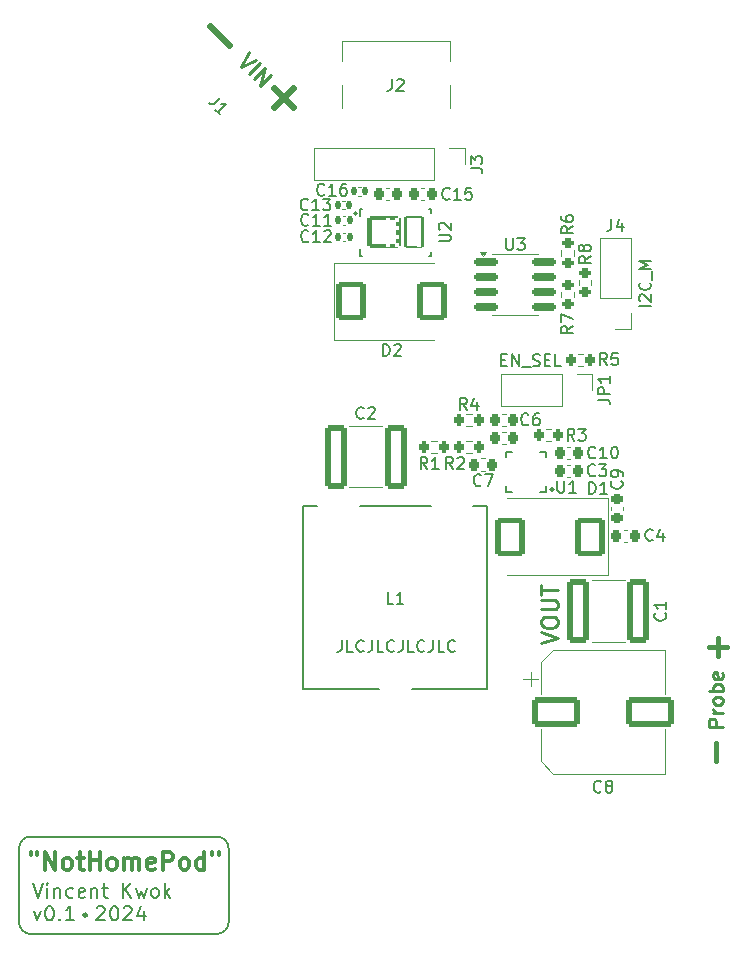
<source format=gto>
G04 #@! TF.GenerationSoftware,KiCad,Pcbnew,8.0.1*
G04 #@! TF.CreationDate,2024-05-25T23:28:09+08:00*
G04 #@! TF.ProjectId,BatteryPod,42617474-6572-4795-906f-642e6b696361,rev?*
G04 #@! TF.SameCoordinates,Original*
G04 #@! TF.FileFunction,Legend,Top*
G04 #@! TF.FilePolarity,Positive*
%FSLAX46Y46*%
G04 Gerber Fmt 4.6, Leading zero omitted, Abs format (unit mm)*
G04 Created by KiCad (PCBNEW 8.0.1) date 2024-05-25 23:28:09*
%MOMM*%
%LPD*%
G01*
G04 APERTURE LIST*
G04 Aperture macros list*
%AMRoundRect*
0 Rectangle with rounded corners*
0 $1 Rounding radius*
0 $2 $3 $4 $5 $6 $7 $8 $9 X,Y pos of 4 corners*
0 Add a 4 corners polygon primitive as box body*
4,1,4,$2,$3,$4,$5,$6,$7,$8,$9,$2,$3,0*
0 Add four circle primitives for the rounded corners*
1,1,$1+$1,$2,$3*
1,1,$1+$1,$4,$5*
1,1,$1+$1,$6,$7*
1,1,$1+$1,$8,$9*
0 Add four rect primitives between the rounded corners*
20,1,$1+$1,$2,$3,$4,$5,0*
20,1,$1+$1,$4,$5,$6,$7,0*
20,1,$1+$1,$6,$7,$8,$9,0*
20,1,$1+$1,$8,$9,$2,$3,0*%
G04 Aperture macros list end*
%ADD10C,0.200000*%
%ADD11C,0.400000*%
%ADD12C,0.240000*%
%ADD13C,0.300000*%
%ADD14C,0.150000*%
%ADD15C,0.280000*%
%ADD16C,0.600000*%
%ADD17C,0.260000*%
%ADD18C,0.127000*%
%ADD19C,0.120000*%
%ADD20C,0.152400*%
%ADD21C,0.220000*%
%ADD22C,0.010000*%
%ADD23C,0.400000*%
%ADD24RoundRect,0.192500X-1.217500X-1.182500X1.217500X-1.182500X1.217500X1.182500X-1.217500X1.182500X0*%
%ADD25RoundRect,0.114100X-0.700900X-1.260900X0.700900X-1.260900X0.700900X1.260900X-0.700900X1.260900X0*%
%ADD26RoundRect,0.225000X-0.225000X-0.250000X0.225000X-0.250000X0.225000X0.250000X-0.225000X0.250000X0*%
%ADD27R,0.812800X0.254000*%
%ADD28R,0.254000X0.812800*%
%ADD29R,1.752600X1.752600*%
%ADD30RoundRect,0.200000X0.200000X0.275000X-0.200000X0.275000X-0.200000X-0.275000X0.200000X-0.275000X0*%
%ADD31R,1.700000X1.700000*%
%ADD32O,1.700000X1.700000*%
%ADD33RoundRect,0.225000X0.250000X-0.225000X0.250000X0.225000X-0.250000X0.225000X-0.250000X-0.225000X0*%
%ADD34RoundRect,0.250000X-0.650000X-2.450000X0.650000X-2.450000X0.650000X2.450000X-0.650000X2.450000X0*%
%ADD35RoundRect,0.250002X2.404160X0.000000X0.000000X2.404160X-2.404160X0.000000X0.000000X-2.404160X0*%
%ADD36C,3.900000*%
%ADD37RoundRect,0.200000X0.275000X-0.200000X0.275000X0.200000X-0.275000X0.200000X-0.275000X-0.200000X0*%
%ADD38RoundRect,0.200000X-0.200000X-0.275000X0.200000X-0.275000X0.200000X0.275000X-0.200000X0.275000X0*%
%ADD39RoundRect,0.225000X0.225000X0.250000X-0.225000X0.250000X-0.225000X-0.250000X0.225000X-0.250000X0*%
%ADD40C,0.650000*%
%ADD41R,0.600000X1.240000*%
%ADD42R,0.300000X1.240000*%
%ADD43O,1.000000X2.100000*%
%ADD44O,1.000000X1.800000*%
%ADD45RoundRect,0.250000X-1.000000X1.400000X-1.000000X-1.400000X1.000000X-1.400000X1.000000X1.400000X0*%
%ADD46RoundRect,0.140000X0.140000X0.170000X-0.140000X0.170000X-0.140000X-0.170000X0.140000X-0.170000X0*%
%ADD47RoundRect,0.250000X1.000000X-1.400000X1.000000X1.400000X-1.000000X1.400000X-1.000000X-1.400000X0*%
%ADD48R,3.200000X2.600000*%
%ADD49R,3.200000X2.599990*%
%ADD50R,2.400000X2.600000*%
%ADD51RoundRect,0.150000X-0.825000X-0.150000X0.825000X-0.150000X0.825000X0.150000X-0.825000X0.150000X0*%
%ADD52RoundRect,0.200000X-0.275000X0.200000X-0.275000X-0.200000X0.275000X-0.200000X0.275000X0.200000X0*%
%ADD53RoundRect,0.250000X-1.750000X-1.000000X1.750000X-1.000000X1.750000X1.000000X-1.750000X1.000000X0*%
%ADD54C,2.500000*%
%ADD55C,2.000000*%
G04 APERTURE END LIST*
D10*
X78350000Y-148425000D02*
X78350000Y-142175000D01*
X96100000Y-148425000D02*
G75*
G02*
X95100000Y-149425000I-1000000J0D01*
G01*
X79350000Y-141175000D02*
X95100000Y-141175000D01*
X96100000Y-142175000D02*
X96100000Y-148425000D01*
X95100000Y-149425000D02*
X79350000Y-149425000D01*
X78350000Y-142175000D02*
G75*
G02*
X79350000Y-141175000I1000000J0D01*
G01*
X95100000Y-141175000D02*
G75*
G02*
X96100000Y-142175000I0J-1000000D01*
G01*
X79350000Y-149425000D02*
G75*
G02*
X78350000Y-148425000I0J1000000D01*
G01*
D11*
X137342533Y-134761904D02*
X137342533Y-133238095D01*
D12*
X137942662Y-131885713D02*
X136742662Y-131885713D01*
X136742662Y-131885713D02*
X136742662Y-131428570D01*
X136742662Y-131428570D02*
X136799805Y-131314285D01*
X136799805Y-131314285D02*
X136856948Y-131257142D01*
X136856948Y-131257142D02*
X136971234Y-131199999D01*
X136971234Y-131199999D02*
X137142662Y-131199999D01*
X137142662Y-131199999D02*
X137256948Y-131257142D01*
X137256948Y-131257142D02*
X137314091Y-131314285D01*
X137314091Y-131314285D02*
X137371234Y-131428570D01*
X137371234Y-131428570D02*
X137371234Y-131885713D01*
X137942662Y-130685713D02*
X137142662Y-130685713D01*
X137371234Y-130685713D02*
X137256948Y-130628570D01*
X137256948Y-130628570D02*
X137199805Y-130571428D01*
X137199805Y-130571428D02*
X137142662Y-130457142D01*
X137142662Y-130457142D02*
X137142662Y-130342856D01*
X137942662Y-129771428D02*
X137885520Y-129885713D01*
X137885520Y-129885713D02*
X137828377Y-129942856D01*
X137828377Y-129942856D02*
X137714091Y-129999999D01*
X137714091Y-129999999D02*
X137371234Y-129999999D01*
X137371234Y-129999999D02*
X137256948Y-129942856D01*
X137256948Y-129942856D02*
X137199805Y-129885713D01*
X137199805Y-129885713D02*
X137142662Y-129771428D01*
X137142662Y-129771428D02*
X137142662Y-129599999D01*
X137142662Y-129599999D02*
X137199805Y-129485713D01*
X137199805Y-129485713D02*
X137256948Y-129428571D01*
X137256948Y-129428571D02*
X137371234Y-129371428D01*
X137371234Y-129371428D02*
X137714091Y-129371428D01*
X137714091Y-129371428D02*
X137828377Y-129428571D01*
X137828377Y-129428571D02*
X137885520Y-129485713D01*
X137885520Y-129485713D02*
X137942662Y-129599999D01*
X137942662Y-129599999D02*
X137942662Y-129771428D01*
X137942662Y-128857142D02*
X136742662Y-128857142D01*
X137199805Y-128857142D02*
X137142662Y-128742857D01*
X137142662Y-128742857D02*
X137142662Y-128514285D01*
X137142662Y-128514285D02*
X137199805Y-128399999D01*
X137199805Y-128399999D02*
X137256948Y-128342857D01*
X137256948Y-128342857D02*
X137371234Y-128285714D01*
X137371234Y-128285714D02*
X137714091Y-128285714D01*
X137714091Y-128285714D02*
X137828377Y-128342857D01*
X137828377Y-128342857D02*
X137885520Y-128399999D01*
X137885520Y-128399999D02*
X137942662Y-128514285D01*
X137942662Y-128514285D02*
X137942662Y-128742857D01*
X137942662Y-128742857D02*
X137885520Y-128857142D01*
X137885520Y-127314285D02*
X137942662Y-127428571D01*
X137942662Y-127428571D02*
X137942662Y-127657143D01*
X137942662Y-127657143D02*
X137885520Y-127771428D01*
X137885520Y-127771428D02*
X137771234Y-127828571D01*
X137771234Y-127828571D02*
X137314091Y-127828571D01*
X137314091Y-127828571D02*
X137199805Y-127771428D01*
X137199805Y-127771428D02*
X137142662Y-127657143D01*
X137142662Y-127657143D02*
X137142662Y-127428571D01*
X137142662Y-127428571D02*
X137199805Y-127314285D01*
X137199805Y-127314285D02*
X137314091Y-127257143D01*
X137314091Y-127257143D02*
X137428377Y-127257143D01*
X137428377Y-127257143D02*
X137542662Y-127828571D01*
D11*
X136738095Y-125142533D02*
X138261905Y-125142533D01*
X137500000Y-125904438D02*
X137500000Y-124380628D01*
D13*
X79333082Y-142475828D02*
X79333082Y-142761542D01*
X79904510Y-142475828D02*
X79904510Y-142761542D01*
X80547367Y-143975828D02*
X80547367Y-142475828D01*
X80547367Y-142475828D02*
X81404510Y-143975828D01*
X81404510Y-143975828D02*
X81404510Y-142475828D01*
X82333082Y-143975828D02*
X82190225Y-143904400D01*
X82190225Y-143904400D02*
X82118796Y-143832971D01*
X82118796Y-143832971D02*
X82047368Y-143690114D01*
X82047368Y-143690114D02*
X82047368Y-143261542D01*
X82047368Y-143261542D02*
X82118796Y-143118685D01*
X82118796Y-143118685D02*
X82190225Y-143047257D01*
X82190225Y-143047257D02*
X82333082Y-142975828D01*
X82333082Y-142975828D02*
X82547368Y-142975828D01*
X82547368Y-142975828D02*
X82690225Y-143047257D01*
X82690225Y-143047257D02*
X82761654Y-143118685D01*
X82761654Y-143118685D02*
X82833082Y-143261542D01*
X82833082Y-143261542D02*
X82833082Y-143690114D01*
X82833082Y-143690114D02*
X82761654Y-143832971D01*
X82761654Y-143832971D02*
X82690225Y-143904400D01*
X82690225Y-143904400D02*
X82547368Y-143975828D01*
X82547368Y-143975828D02*
X82333082Y-143975828D01*
X83261654Y-142975828D02*
X83833082Y-142975828D01*
X83475939Y-142475828D02*
X83475939Y-143761542D01*
X83475939Y-143761542D02*
X83547368Y-143904400D01*
X83547368Y-143904400D02*
X83690225Y-143975828D01*
X83690225Y-143975828D02*
X83833082Y-143975828D01*
X84333082Y-143975828D02*
X84333082Y-142475828D01*
X84333082Y-143190114D02*
X85190225Y-143190114D01*
X85190225Y-143975828D02*
X85190225Y-142475828D01*
X86118797Y-143975828D02*
X85975940Y-143904400D01*
X85975940Y-143904400D02*
X85904511Y-143832971D01*
X85904511Y-143832971D02*
X85833083Y-143690114D01*
X85833083Y-143690114D02*
X85833083Y-143261542D01*
X85833083Y-143261542D02*
X85904511Y-143118685D01*
X85904511Y-143118685D02*
X85975940Y-143047257D01*
X85975940Y-143047257D02*
X86118797Y-142975828D01*
X86118797Y-142975828D02*
X86333083Y-142975828D01*
X86333083Y-142975828D02*
X86475940Y-143047257D01*
X86475940Y-143047257D02*
X86547369Y-143118685D01*
X86547369Y-143118685D02*
X86618797Y-143261542D01*
X86618797Y-143261542D02*
X86618797Y-143690114D01*
X86618797Y-143690114D02*
X86547369Y-143832971D01*
X86547369Y-143832971D02*
X86475940Y-143904400D01*
X86475940Y-143904400D02*
X86333083Y-143975828D01*
X86333083Y-143975828D02*
X86118797Y-143975828D01*
X87261654Y-143975828D02*
X87261654Y-142975828D01*
X87261654Y-143118685D02*
X87333083Y-143047257D01*
X87333083Y-143047257D02*
X87475940Y-142975828D01*
X87475940Y-142975828D02*
X87690226Y-142975828D01*
X87690226Y-142975828D02*
X87833083Y-143047257D01*
X87833083Y-143047257D02*
X87904512Y-143190114D01*
X87904512Y-143190114D02*
X87904512Y-143975828D01*
X87904512Y-143190114D02*
X87975940Y-143047257D01*
X87975940Y-143047257D02*
X88118797Y-142975828D01*
X88118797Y-142975828D02*
X88333083Y-142975828D01*
X88333083Y-142975828D02*
X88475940Y-143047257D01*
X88475940Y-143047257D02*
X88547369Y-143190114D01*
X88547369Y-143190114D02*
X88547369Y-143975828D01*
X89833083Y-143904400D02*
X89690226Y-143975828D01*
X89690226Y-143975828D02*
X89404512Y-143975828D01*
X89404512Y-143975828D02*
X89261654Y-143904400D01*
X89261654Y-143904400D02*
X89190226Y-143761542D01*
X89190226Y-143761542D02*
X89190226Y-143190114D01*
X89190226Y-143190114D02*
X89261654Y-143047257D01*
X89261654Y-143047257D02*
X89404512Y-142975828D01*
X89404512Y-142975828D02*
X89690226Y-142975828D01*
X89690226Y-142975828D02*
X89833083Y-143047257D01*
X89833083Y-143047257D02*
X89904512Y-143190114D01*
X89904512Y-143190114D02*
X89904512Y-143332971D01*
X89904512Y-143332971D02*
X89190226Y-143475828D01*
X90547368Y-143975828D02*
X90547368Y-142475828D01*
X90547368Y-142475828D02*
X91118797Y-142475828D01*
X91118797Y-142475828D02*
X91261654Y-142547257D01*
X91261654Y-142547257D02*
X91333083Y-142618685D01*
X91333083Y-142618685D02*
X91404511Y-142761542D01*
X91404511Y-142761542D02*
X91404511Y-142975828D01*
X91404511Y-142975828D02*
X91333083Y-143118685D01*
X91333083Y-143118685D02*
X91261654Y-143190114D01*
X91261654Y-143190114D02*
X91118797Y-143261542D01*
X91118797Y-143261542D02*
X90547368Y-143261542D01*
X92261654Y-143975828D02*
X92118797Y-143904400D01*
X92118797Y-143904400D02*
X92047368Y-143832971D01*
X92047368Y-143832971D02*
X91975940Y-143690114D01*
X91975940Y-143690114D02*
X91975940Y-143261542D01*
X91975940Y-143261542D02*
X92047368Y-143118685D01*
X92047368Y-143118685D02*
X92118797Y-143047257D01*
X92118797Y-143047257D02*
X92261654Y-142975828D01*
X92261654Y-142975828D02*
X92475940Y-142975828D01*
X92475940Y-142975828D02*
X92618797Y-143047257D01*
X92618797Y-143047257D02*
X92690226Y-143118685D01*
X92690226Y-143118685D02*
X92761654Y-143261542D01*
X92761654Y-143261542D02*
X92761654Y-143690114D01*
X92761654Y-143690114D02*
X92690226Y-143832971D01*
X92690226Y-143832971D02*
X92618797Y-143904400D01*
X92618797Y-143904400D02*
X92475940Y-143975828D01*
X92475940Y-143975828D02*
X92261654Y-143975828D01*
X94047369Y-143975828D02*
X94047369Y-142475828D01*
X94047369Y-143904400D02*
X93904511Y-143975828D01*
X93904511Y-143975828D02*
X93618797Y-143975828D01*
X93618797Y-143975828D02*
X93475940Y-143904400D01*
X93475940Y-143904400D02*
X93404511Y-143832971D01*
X93404511Y-143832971D02*
X93333083Y-143690114D01*
X93333083Y-143690114D02*
X93333083Y-143261542D01*
X93333083Y-143261542D02*
X93404511Y-143118685D01*
X93404511Y-143118685D02*
X93475940Y-143047257D01*
X93475940Y-143047257D02*
X93618797Y-142975828D01*
X93618797Y-142975828D02*
X93904511Y-142975828D01*
X93904511Y-142975828D02*
X94047369Y-143047257D01*
X94690226Y-142475828D02*
X94690226Y-142761542D01*
X95261654Y-142475828D02*
X95261654Y-142761542D01*
D14*
X105680951Y-124554819D02*
X105680951Y-125269104D01*
X105680951Y-125269104D02*
X105633332Y-125411961D01*
X105633332Y-125411961D02*
X105538094Y-125507200D01*
X105538094Y-125507200D02*
X105395237Y-125554819D01*
X105395237Y-125554819D02*
X105299999Y-125554819D01*
X106633332Y-125554819D02*
X106157142Y-125554819D01*
X106157142Y-125554819D02*
X106157142Y-124554819D01*
X107538094Y-125459580D02*
X107490475Y-125507200D01*
X107490475Y-125507200D02*
X107347618Y-125554819D01*
X107347618Y-125554819D02*
X107252380Y-125554819D01*
X107252380Y-125554819D02*
X107109523Y-125507200D01*
X107109523Y-125507200D02*
X107014285Y-125411961D01*
X107014285Y-125411961D02*
X106966666Y-125316723D01*
X106966666Y-125316723D02*
X106919047Y-125126247D01*
X106919047Y-125126247D02*
X106919047Y-124983390D01*
X106919047Y-124983390D02*
X106966666Y-124792914D01*
X106966666Y-124792914D02*
X107014285Y-124697676D01*
X107014285Y-124697676D02*
X107109523Y-124602438D01*
X107109523Y-124602438D02*
X107252380Y-124554819D01*
X107252380Y-124554819D02*
X107347618Y-124554819D01*
X107347618Y-124554819D02*
X107490475Y-124602438D01*
X107490475Y-124602438D02*
X107538094Y-124650057D01*
X108252380Y-124554819D02*
X108252380Y-125269104D01*
X108252380Y-125269104D02*
X108204761Y-125411961D01*
X108204761Y-125411961D02*
X108109523Y-125507200D01*
X108109523Y-125507200D02*
X107966666Y-125554819D01*
X107966666Y-125554819D02*
X107871428Y-125554819D01*
X109204761Y-125554819D02*
X108728571Y-125554819D01*
X108728571Y-125554819D02*
X108728571Y-124554819D01*
X110109523Y-125459580D02*
X110061904Y-125507200D01*
X110061904Y-125507200D02*
X109919047Y-125554819D01*
X109919047Y-125554819D02*
X109823809Y-125554819D01*
X109823809Y-125554819D02*
X109680952Y-125507200D01*
X109680952Y-125507200D02*
X109585714Y-125411961D01*
X109585714Y-125411961D02*
X109538095Y-125316723D01*
X109538095Y-125316723D02*
X109490476Y-125126247D01*
X109490476Y-125126247D02*
X109490476Y-124983390D01*
X109490476Y-124983390D02*
X109538095Y-124792914D01*
X109538095Y-124792914D02*
X109585714Y-124697676D01*
X109585714Y-124697676D02*
X109680952Y-124602438D01*
X109680952Y-124602438D02*
X109823809Y-124554819D01*
X109823809Y-124554819D02*
X109919047Y-124554819D01*
X109919047Y-124554819D02*
X110061904Y-124602438D01*
X110061904Y-124602438D02*
X110109523Y-124650057D01*
X110823809Y-124554819D02*
X110823809Y-125269104D01*
X110823809Y-125269104D02*
X110776190Y-125411961D01*
X110776190Y-125411961D02*
X110680952Y-125507200D01*
X110680952Y-125507200D02*
X110538095Y-125554819D01*
X110538095Y-125554819D02*
X110442857Y-125554819D01*
X111776190Y-125554819D02*
X111300000Y-125554819D01*
X111300000Y-125554819D02*
X111300000Y-124554819D01*
X112680952Y-125459580D02*
X112633333Y-125507200D01*
X112633333Y-125507200D02*
X112490476Y-125554819D01*
X112490476Y-125554819D02*
X112395238Y-125554819D01*
X112395238Y-125554819D02*
X112252381Y-125507200D01*
X112252381Y-125507200D02*
X112157143Y-125411961D01*
X112157143Y-125411961D02*
X112109524Y-125316723D01*
X112109524Y-125316723D02*
X112061905Y-125126247D01*
X112061905Y-125126247D02*
X112061905Y-124983390D01*
X112061905Y-124983390D02*
X112109524Y-124792914D01*
X112109524Y-124792914D02*
X112157143Y-124697676D01*
X112157143Y-124697676D02*
X112252381Y-124602438D01*
X112252381Y-124602438D02*
X112395238Y-124554819D01*
X112395238Y-124554819D02*
X112490476Y-124554819D01*
X112490476Y-124554819D02*
X112633333Y-124602438D01*
X112633333Y-124602438D02*
X112680952Y-124650057D01*
X113395238Y-124554819D02*
X113395238Y-125269104D01*
X113395238Y-125269104D02*
X113347619Y-125411961D01*
X113347619Y-125411961D02*
X113252381Y-125507200D01*
X113252381Y-125507200D02*
X113109524Y-125554819D01*
X113109524Y-125554819D02*
X113014286Y-125554819D01*
X114347619Y-125554819D02*
X113871429Y-125554819D01*
X113871429Y-125554819D02*
X113871429Y-124554819D01*
X115252381Y-125459580D02*
X115204762Y-125507200D01*
X115204762Y-125507200D02*
X115061905Y-125554819D01*
X115061905Y-125554819D02*
X114966667Y-125554819D01*
X114966667Y-125554819D02*
X114823810Y-125507200D01*
X114823810Y-125507200D02*
X114728572Y-125411961D01*
X114728572Y-125411961D02*
X114680953Y-125316723D01*
X114680953Y-125316723D02*
X114633334Y-125126247D01*
X114633334Y-125126247D02*
X114633334Y-124983390D01*
X114633334Y-124983390D02*
X114680953Y-124792914D01*
X114680953Y-124792914D02*
X114728572Y-124697676D01*
X114728572Y-124697676D02*
X114823810Y-124602438D01*
X114823810Y-124602438D02*
X114966667Y-124554819D01*
X114966667Y-124554819D02*
X115061905Y-124554819D01*
X115061905Y-124554819D02*
X115204762Y-124602438D01*
X115204762Y-124602438D02*
X115252381Y-124650057D01*
D15*
X122564106Y-124816666D02*
X123964106Y-124350000D01*
X123964106Y-124350000D02*
X122564106Y-123883333D01*
X122564106Y-123150000D02*
X122564106Y-122883333D01*
X122564106Y-122883333D02*
X122630773Y-122750000D01*
X122630773Y-122750000D02*
X122764106Y-122616666D01*
X122764106Y-122616666D02*
X123030773Y-122550000D01*
X123030773Y-122550000D02*
X123497440Y-122550000D01*
X123497440Y-122550000D02*
X123764106Y-122616666D01*
X123764106Y-122616666D02*
X123897440Y-122750000D01*
X123897440Y-122750000D02*
X123964106Y-122883333D01*
X123964106Y-122883333D02*
X123964106Y-123150000D01*
X123964106Y-123150000D02*
X123897440Y-123283333D01*
X123897440Y-123283333D02*
X123764106Y-123416666D01*
X123764106Y-123416666D02*
X123497440Y-123483333D01*
X123497440Y-123483333D02*
X123030773Y-123483333D01*
X123030773Y-123483333D02*
X122764106Y-123416666D01*
X122764106Y-123416666D02*
X122630773Y-123283333D01*
X122630773Y-123283333D02*
X122564106Y-123150000D01*
X122564106Y-121949999D02*
X123697440Y-121949999D01*
X123697440Y-121949999D02*
X123830773Y-121883333D01*
X123830773Y-121883333D02*
X123897440Y-121816666D01*
X123897440Y-121816666D02*
X123964106Y-121683333D01*
X123964106Y-121683333D02*
X123964106Y-121416666D01*
X123964106Y-121416666D02*
X123897440Y-121283333D01*
X123897440Y-121283333D02*
X123830773Y-121216666D01*
X123830773Y-121216666D02*
X123697440Y-121149999D01*
X123697440Y-121149999D02*
X122564106Y-121149999D01*
X122564106Y-120683332D02*
X122564106Y-119883332D01*
X123964106Y-120283332D02*
X122564106Y-120283332D01*
D14*
X79562969Y-145138409D02*
X79962969Y-146338409D01*
X79962969Y-146338409D02*
X80362969Y-145138409D01*
X80762969Y-146338409D02*
X80762969Y-145538409D01*
X80762969Y-145138409D02*
X80705826Y-145195552D01*
X80705826Y-145195552D02*
X80762969Y-145252695D01*
X80762969Y-145252695D02*
X80820112Y-145195552D01*
X80820112Y-145195552D02*
X80762969Y-145138409D01*
X80762969Y-145138409D02*
X80762969Y-145252695D01*
X81334398Y-145538409D02*
X81334398Y-146338409D01*
X81334398Y-145652695D02*
X81391541Y-145595552D01*
X81391541Y-145595552D02*
X81505826Y-145538409D01*
X81505826Y-145538409D02*
X81677255Y-145538409D01*
X81677255Y-145538409D02*
X81791541Y-145595552D01*
X81791541Y-145595552D02*
X81848684Y-145709838D01*
X81848684Y-145709838D02*
X81848684Y-146338409D01*
X82934398Y-146281267D02*
X82820112Y-146338409D01*
X82820112Y-146338409D02*
X82591540Y-146338409D01*
X82591540Y-146338409D02*
X82477255Y-146281267D01*
X82477255Y-146281267D02*
X82420112Y-146224124D01*
X82420112Y-146224124D02*
X82362969Y-146109838D01*
X82362969Y-146109838D02*
X82362969Y-145766981D01*
X82362969Y-145766981D02*
X82420112Y-145652695D01*
X82420112Y-145652695D02*
X82477255Y-145595552D01*
X82477255Y-145595552D02*
X82591540Y-145538409D01*
X82591540Y-145538409D02*
X82820112Y-145538409D01*
X82820112Y-145538409D02*
X82934398Y-145595552D01*
X83905826Y-146281267D02*
X83791540Y-146338409D01*
X83791540Y-146338409D02*
X83562969Y-146338409D01*
X83562969Y-146338409D02*
X83448683Y-146281267D01*
X83448683Y-146281267D02*
X83391540Y-146166981D01*
X83391540Y-146166981D02*
X83391540Y-145709838D01*
X83391540Y-145709838D02*
X83448683Y-145595552D01*
X83448683Y-145595552D02*
X83562969Y-145538409D01*
X83562969Y-145538409D02*
X83791540Y-145538409D01*
X83791540Y-145538409D02*
X83905826Y-145595552D01*
X83905826Y-145595552D02*
X83962969Y-145709838D01*
X83962969Y-145709838D02*
X83962969Y-145824124D01*
X83962969Y-145824124D02*
X83391540Y-145938409D01*
X84477254Y-145538409D02*
X84477254Y-146338409D01*
X84477254Y-145652695D02*
X84534397Y-145595552D01*
X84534397Y-145595552D02*
X84648682Y-145538409D01*
X84648682Y-145538409D02*
X84820111Y-145538409D01*
X84820111Y-145538409D02*
X84934397Y-145595552D01*
X84934397Y-145595552D02*
X84991540Y-145709838D01*
X84991540Y-145709838D02*
X84991540Y-146338409D01*
X85391539Y-145538409D02*
X85848682Y-145538409D01*
X85562968Y-145138409D02*
X85562968Y-146166981D01*
X85562968Y-146166981D02*
X85620111Y-146281267D01*
X85620111Y-146281267D02*
X85734396Y-146338409D01*
X85734396Y-146338409D02*
X85848682Y-146338409D01*
X87162968Y-146338409D02*
X87162968Y-145138409D01*
X87848682Y-146338409D02*
X87334396Y-145652695D01*
X87848682Y-145138409D02*
X87162968Y-145824124D01*
X88248682Y-145538409D02*
X88477254Y-146338409D01*
X88477254Y-146338409D02*
X88705825Y-145766981D01*
X88705825Y-145766981D02*
X88934396Y-146338409D01*
X88934396Y-146338409D02*
X89162968Y-145538409D01*
X89791539Y-146338409D02*
X89677254Y-146281267D01*
X89677254Y-146281267D02*
X89620111Y-146224124D01*
X89620111Y-146224124D02*
X89562968Y-146109838D01*
X89562968Y-146109838D02*
X89562968Y-145766981D01*
X89562968Y-145766981D02*
X89620111Y-145652695D01*
X89620111Y-145652695D02*
X89677254Y-145595552D01*
X89677254Y-145595552D02*
X89791539Y-145538409D01*
X89791539Y-145538409D02*
X89962968Y-145538409D01*
X89962968Y-145538409D02*
X90077254Y-145595552D01*
X90077254Y-145595552D02*
X90134397Y-145652695D01*
X90134397Y-145652695D02*
X90191539Y-145766981D01*
X90191539Y-145766981D02*
X90191539Y-146109838D01*
X90191539Y-146109838D02*
X90134397Y-146224124D01*
X90134397Y-146224124D02*
X90077254Y-146281267D01*
X90077254Y-146281267D02*
X89962968Y-146338409D01*
X89962968Y-146338409D02*
X89791539Y-146338409D01*
X90705825Y-146338409D02*
X90705825Y-145138409D01*
X90820111Y-145881267D02*
X91162968Y-146338409D01*
X91162968Y-145538409D02*
X90705825Y-145995552D01*
X79620112Y-147470342D02*
X79905826Y-148270342D01*
X79905826Y-148270342D02*
X80191541Y-147470342D01*
X80877255Y-147070342D02*
X80991541Y-147070342D01*
X80991541Y-147070342D02*
X81105827Y-147127485D01*
X81105827Y-147127485D02*
X81162970Y-147184628D01*
X81162970Y-147184628D02*
X81220112Y-147298914D01*
X81220112Y-147298914D02*
X81277255Y-147527485D01*
X81277255Y-147527485D02*
X81277255Y-147813200D01*
X81277255Y-147813200D02*
X81220112Y-148041771D01*
X81220112Y-148041771D02*
X81162970Y-148156057D01*
X81162970Y-148156057D02*
X81105827Y-148213200D01*
X81105827Y-148213200D02*
X80991541Y-148270342D01*
X80991541Y-148270342D02*
X80877255Y-148270342D01*
X80877255Y-148270342D02*
X80762970Y-148213200D01*
X80762970Y-148213200D02*
X80705827Y-148156057D01*
X80705827Y-148156057D02*
X80648684Y-148041771D01*
X80648684Y-148041771D02*
X80591541Y-147813200D01*
X80591541Y-147813200D02*
X80591541Y-147527485D01*
X80591541Y-147527485D02*
X80648684Y-147298914D01*
X80648684Y-147298914D02*
X80705827Y-147184628D01*
X80705827Y-147184628D02*
X80762970Y-147127485D01*
X80762970Y-147127485D02*
X80877255Y-147070342D01*
X81791541Y-148156057D02*
X81848684Y-148213200D01*
X81848684Y-148213200D02*
X81791541Y-148270342D01*
X81791541Y-148270342D02*
X81734398Y-148213200D01*
X81734398Y-148213200D02*
X81791541Y-148156057D01*
X81791541Y-148156057D02*
X81791541Y-148270342D01*
X82991541Y-148270342D02*
X82305827Y-148270342D01*
X82648684Y-148270342D02*
X82648684Y-147070342D01*
X82648684Y-147070342D02*
X82534398Y-147241771D01*
X82534398Y-147241771D02*
X82420113Y-147356057D01*
X82420113Y-147356057D02*
X82305827Y-147413200D01*
X83848684Y-147698914D02*
X83848684Y-147927485D01*
X83905827Y-147927485D02*
X83905827Y-147698914D01*
X83962970Y-147641771D02*
X83962970Y-147984628D01*
X84020113Y-147927485D02*
X84020113Y-147698914D01*
X84077255Y-147698914D02*
X84077255Y-147927485D01*
X83848684Y-147870342D02*
X83962970Y-147984628D01*
X83962970Y-147984628D02*
X84077255Y-147870342D01*
X83848684Y-147756057D02*
X83962970Y-147641771D01*
X83962970Y-147641771D02*
X84077255Y-147756057D01*
X83848684Y-147698914D02*
X83962970Y-147641771D01*
X83962970Y-147641771D02*
X84077255Y-147698914D01*
X84077255Y-147698914D02*
X84134398Y-147813200D01*
X84134398Y-147813200D02*
X84077255Y-147927485D01*
X84077255Y-147927485D02*
X83962970Y-147984628D01*
X83962970Y-147984628D02*
X83848684Y-147927485D01*
X83848684Y-147927485D02*
X83791541Y-147813200D01*
X83791541Y-147813200D02*
X83848684Y-147698914D01*
X84934398Y-147184628D02*
X84991541Y-147127485D01*
X84991541Y-147127485D02*
X85105827Y-147070342D01*
X85105827Y-147070342D02*
X85391541Y-147070342D01*
X85391541Y-147070342D02*
X85505827Y-147127485D01*
X85505827Y-147127485D02*
X85562969Y-147184628D01*
X85562969Y-147184628D02*
X85620112Y-147298914D01*
X85620112Y-147298914D02*
X85620112Y-147413200D01*
X85620112Y-147413200D02*
X85562969Y-147584628D01*
X85562969Y-147584628D02*
X84877255Y-148270342D01*
X84877255Y-148270342D02*
X85620112Y-148270342D01*
X86362969Y-147070342D02*
X86477255Y-147070342D01*
X86477255Y-147070342D02*
X86591541Y-147127485D01*
X86591541Y-147127485D02*
X86648684Y-147184628D01*
X86648684Y-147184628D02*
X86705826Y-147298914D01*
X86705826Y-147298914D02*
X86762969Y-147527485D01*
X86762969Y-147527485D02*
X86762969Y-147813200D01*
X86762969Y-147813200D02*
X86705826Y-148041771D01*
X86705826Y-148041771D02*
X86648684Y-148156057D01*
X86648684Y-148156057D02*
X86591541Y-148213200D01*
X86591541Y-148213200D02*
X86477255Y-148270342D01*
X86477255Y-148270342D02*
X86362969Y-148270342D01*
X86362969Y-148270342D02*
X86248684Y-148213200D01*
X86248684Y-148213200D02*
X86191541Y-148156057D01*
X86191541Y-148156057D02*
X86134398Y-148041771D01*
X86134398Y-148041771D02*
X86077255Y-147813200D01*
X86077255Y-147813200D02*
X86077255Y-147527485D01*
X86077255Y-147527485D02*
X86134398Y-147298914D01*
X86134398Y-147298914D02*
X86191541Y-147184628D01*
X86191541Y-147184628D02*
X86248684Y-147127485D01*
X86248684Y-147127485D02*
X86362969Y-147070342D01*
X87220112Y-147184628D02*
X87277255Y-147127485D01*
X87277255Y-147127485D02*
X87391541Y-147070342D01*
X87391541Y-147070342D02*
X87677255Y-147070342D01*
X87677255Y-147070342D02*
X87791541Y-147127485D01*
X87791541Y-147127485D02*
X87848683Y-147184628D01*
X87848683Y-147184628D02*
X87905826Y-147298914D01*
X87905826Y-147298914D02*
X87905826Y-147413200D01*
X87905826Y-147413200D02*
X87848683Y-147584628D01*
X87848683Y-147584628D02*
X87162969Y-148270342D01*
X87162969Y-148270342D02*
X87905826Y-148270342D01*
X88934398Y-147470342D02*
X88934398Y-148270342D01*
X88648683Y-147013200D02*
X88362969Y-147870342D01*
X88362969Y-147870342D02*
X89105826Y-147870342D01*
D16*
X94540698Y-72543057D02*
X96156942Y-74159301D01*
X101592499Y-79445140D02*
X99976255Y-77828896D01*
X101592499Y-77828896D02*
X99976255Y-79445140D01*
D14*
X113896621Y-90793706D02*
X114706144Y-90793706D01*
X114706144Y-90793706D02*
X114801382Y-90746087D01*
X114801382Y-90746087D02*
X114849002Y-90698468D01*
X114849002Y-90698468D02*
X114896621Y-90603230D01*
X114896621Y-90603230D02*
X114896621Y-90412754D01*
X114896621Y-90412754D02*
X114849002Y-90317516D01*
X114849002Y-90317516D02*
X114801382Y-90269897D01*
X114801382Y-90269897D02*
X114706144Y-90222278D01*
X114706144Y-90222278D02*
X113896621Y-90222278D01*
X113991859Y-89793706D02*
X113944240Y-89746087D01*
X113944240Y-89746087D02*
X113896621Y-89650849D01*
X113896621Y-89650849D02*
X113896621Y-89412754D01*
X113896621Y-89412754D02*
X113944240Y-89317516D01*
X113944240Y-89317516D02*
X113991859Y-89269897D01*
X113991859Y-89269897D02*
X114087097Y-89222278D01*
X114087097Y-89222278D02*
X114182335Y-89222278D01*
X114182335Y-89222278D02*
X114325192Y-89269897D01*
X114325192Y-89269897D02*
X114896621Y-89841325D01*
X114896621Y-89841325D02*
X114896621Y-89222278D01*
X114807142Y-87159580D02*
X114759523Y-87207200D01*
X114759523Y-87207200D02*
X114616666Y-87254819D01*
X114616666Y-87254819D02*
X114521428Y-87254819D01*
X114521428Y-87254819D02*
X114378571Y-87207200D01*
X114378571Y-87207200D02*
X114283333Y-87111961D01*
X114283333Y-87111961D02*
X114235714Y-87016723D01*
X114235714Y-87016723D02*
X114188095Y-86826247D01*
X114188095Y-86826247D02*
X114188095Y-86683390D01*
X114188095Y-86683390D02*
X114235714Y-86492914D01*
X114235714Y-86492914D02*
X114283333Y-86397676D01*
X114283333Y-86397676D02*
X114378571Y-86302438D01*
X114378571Y-86302438D02*
X114521428Y-86254819D01*
X114521428Y-86254819D02*
X114616666Y-86254819D01*
X114616666Y-86254819D02*
X114759523Y-86302438D01*
X114759523Y-86302438D02*
X114807142Y-86350057D01*
X115759523Y-87254819D02*
X115188095Y-87254819D01*
X115473809Y-87254819D02*
X115473809Y-86254819D01*
X115473809Y-86254819D02*
X115378571Y-86397676D01*
X115378571Y-86397676D02*
X115283333Y-86492914D01*
X115283333Y-86492914D02*
X115188095Y-86540533D01*
X116664285Y-86254819D02*
X116188095Y-86254819D01*
X116188095Y-86254819D02*
X116140476Y-86731009D01*
X116140476Y-86731009D02*
X116188095Y-86683390D01*
X116188095Y-86683390D02*
X116283333Y-86635771D01*
X116283333Y-86635771D02*
X116521428Y-86635771D01*
X116521428Y-86635771D02*
X116616666Y-86683390D01*
X116616666Y-86683390D02*
X116664285Y-86731009D01*
X116664285Y-86731009D02*
X116711904Y-86826247D01*
X116711904Y-86826247D02*
X116711904Y-87064342D01*
X116711904Y-87064342D02*
X116664285Y-87159580D01*
X116664285Y-87159580D02*
X116616666Y-87207200D01*
X116616666Y-87207200D02*
X116521428Y-87254819D01*
X116521428Y-87254819D02*
X116283333Y-87254819D01*
X116283333Y-87254819D02*
X116188095Y-87207200D01*
X116188095Y-87207200D02*
X116140476Y-87159580D01*
X123938095Y-111054819D02*
X123938095Y-111864342D01*
X123938095Y-111864342D02*
X123985714Y-111959580D01*
X123985714Y-111959580D02*
X124033333Y-112007200D01*
X124033333Y-112007200D02*
X124128571Y-112054819D01*
X124128571Y-112054819D02*
X124319047Y-112054819D01*
X124319047Y-112054819D02*
X124414285Y-112007200D01*
X124414285Y-112007200D02*
X124461904Y-111959580D01*
X124461904Y-111959580D02*
X124509523Y-111864342D01*
X124509523Y-111864342D02*
X124509523Y-111054819D01*
X125509523Y-112054819D02*
X124938095Y-112054819D01*
X125223809Y-112054819D02*
X125223809Y-111054819D01*
X125223809Y-111054819D02*
X125128571Y-111197676D01*
X125128571Y-111197676D02*
X125033333Y-111292914D01*
X125033333Y-111292914D02*
X124938095Y-111340533D01*
X125383333Y-107654819D02*
X125050000Y-107178628D01*
X124811905Y-107654819D02*
X124811905Y-106654819D01*
X124811905Y-106654819D02*
X125192857Y-106654819D01*
X125192857Y-106654819D02*
X125288095Y-106702438D01*
X125288095Y-106702438D02*
X125335714Y-106750057D01*
X125335714Y-106750057D02*
X125383333Y-106845295D01*
X125383333Y-106845295D02*
X125383333Y-106988152D01*
X125383333Y-106988152D02*
X125335714Y-107083390D01*
X125335714Y-107083390D02*
X125288095Y-107131009D01*
X125288095Y-107131009D02*
X125192857Y-107178628D01*
X125192857Y-107178628D02*
X124811905Y-107178628D01*
X125716667Y-106654819D02*
X126335714Y-106654819D01*
X126335714Y-106654819D02*
X126002381Y-107035771D01*
X126002381Y-107035771D02*
X126145238Y-107035771D01*
X126145238Y-107035771D02*
X126240476Y-107083390D01*
X126240476Y-107083390D02*
X126288095Y-107131009D01*
X126288095Y-107131009D02*
X126335714Y-107226247D01*
X126335714Y-107226247D02*
X126335714Y-107464342D01*
X126335714Y-107464342D02*
X126288095Y-107559580D01*
X126288095Y-107559580D02*
X126240476Y-107607200D01*
X126240476Y-107607200D02*
X126145238Y-107654819D01*
X126145238Y-107654819D02*
X125859524Y-107654819D01*
X125859524Y-107654819D02*
X125764286Y-107607200D01*
X125764286Y-107607200D02*
X125716667Y-107559580D01*
X116584819Y-84583333D02*
X117299104Y-84583333D01*
X117299104Y-84583333D02*
X117441961Y-84630952D01*
X117441961Y-84630952D02*
X117537200Y-84726190D01*
X117537200Y-84726190D02*
X117584819Y-84869047D01*
X117584819Y-84869047D02*
X117584819Y-84964285D01*
X116584819Y-84202380D02*
X116584819Y-83583333D01*
X116584819Y-83583333D02*
X116965771Y-83916666D01*
X116965771Y-83916666D02*
X116965771Y-83773809D01*
X116965771Y-83773809D02*
X117013390Y-83678571D01*
X117013390Y-83678571D02*
X117061009Y-83630952D01*
X117061009Y-83630952D02*
X117156247Y-83583333D01*
X117156247Y-83583333D02*
X117394342Y-83583333D01*
X117394342Y-83583333D02*
X117489580Y-83630952D01*
X117489580Y-83630952D02*
X117537200Y-83678571D01*
X117537200Y-83678571D02*
X117584819Y-83773809D01*
X117584819Y-83773809D02*
X117584819Y-84059523D01*
X117584819Y-84059523D02*
X117537200Y-84154761D01*
X117537200Y-84154761D02*
X117489580Y-84202380D01*
X129359580Y-111091666D02*
X129407200Y-111139285D01*
X129407200Y-111139285D02*
X129454819Y-111282142D01*
X129454819Y-111282142D02*
X129454819Y-111377380D01*
X129454819Y-111377380D02*
X129407200Y-111520237D01*
X129407200Y-111520237D02*
X129311961Y-111615475D01*
X129311961Y-111615475D02*
X129216723Y-111663094D01*
X129216723Y-111663094D02*
X129026247Y-111710713D01*
X129026247Y-111710713D02*
X128883390Y-111710713D01*
X128883390Y-111710713D02*
X128692914Y-111663094D01*
X128692914Y-111663094D02*
X128597676Y-111615475D01*
X128597676Y-111615475D02*
X128502438Y-111520237D01*
X128502438Y-111520237D02*
X128454819Y-111377380D01*
X128454819Y-111377380D02*
X128454819Y-111282142D01*
X128454819Y-111282142D02*
X128502438Y-111139285D01*
X128502438Y-111139285D02*
X128550057Y-111091666D01*
X129454819Y-110615475D02*
X129454819Y-110424999D01*
X129454819Y-110424999D02*
X129407200Y-110329761D01*
X129407200Y-110329761D02*
X129359580Y-110282142D01*
X129359580Y-110282142D02*
X129216723Y-110186904D01*
X129216723Y-110186904D02*
X129026247Y-110139285D01*
X129026247Y-110139285D02*
X128645295Y-110139285D01*
X128645295Y-110139285D02*
X128550057Y-110186904D01*
X128550057Y-110186904D02*
X128502438Y-110234523D01*
X128502438Y-110234523D02*
X128454819Y-110329761D01*
X128454819Y-110329761D02*
X128454819Y-110520237D01*
X128454819Y-110520237D02*
X128502438Y-110615475D01*
X128502438Y-110615475D02*
X128550057Y-110663094D01*
X128550057Y-110663094D02*
X128645295Y-110710713D01*
X128645295Y-110710713D02*
X128883390Y-110710713D01*
X128883390Y-110710713D02*
X128978628Y-110663094D01*
X128978628Y-110663094D02*
X129026247Y-110615475D01*
X129026247Y-110615475D02*
X129073866Y-110520237D01*
X129073866Y-110520237D02*
X129073866Y-110329761D01*
X129073866Y-110329761D02*
X129026247Y-110234523D01*
X129026247Y-110234523D02*
X128978628Y-110186904D01*
X128978628Y-110186904D02*
X128883390Y-110139285D01*
X133059580Y-122266666D02*
X133107200Y-122314285D01*
X133107200Y-122314285D02*
X133154819Y-122457142D01*
X133154819Y-122457142D02*
X133154819Y-122552380D01*
X133154819Y-122552380D02*
X133107200Y-122695237D01*
X133107200Y-122695237D02*
X133011961Y-122790475D01*
X133011961Y-122790475D02*
X132916723Y-122838094D01*
X132916723Y-122838094D02*
X132726247Y-122885713D01*
X132726247Y-122885713D02*
X132583390Y-122885713D01*
X132583390Y-122885713D02*
X132392914Y-122838094D01*
X132392914Y-122838094D02*
X132297676Y-122790475D01*
X132297676Y-122790475D02*
X132202438Y-122695237D01*
X132202438Y-122695237D02*
X132154819Y-122552380D01*
X132154819Y-122552380D02*
X132154819Y-122457142D01*
X132154819Y-122457142D02*
X132202438Y-122314285D01*
X132202438Y-122314285D02*
X132250057Y-122266666D01*
X133154819Y-121314285D02*
X133154819Y-121885713D01*
X133154819Y-121599999D02*
X132154819Y-121599999D01*
X132154819Y-121599999D02*
X132297676Y-121695237D01*
X132297676Y-121695237D02*
X132392914Y-121790475D01*
X132392914Y-121790475D02*
X132440533Y-121885713D01*
X95392081Y-78621079D02*
X94887005Y-79126155D01*
X94887005Y-79126155D02*
X94752318Y-79193499D01*
X94752318Y-79193499D02*
X94617631Y-79193499D01*
X94617631Y-79193499D02*
X94482944Y-79126155D01*
X94482944Y-79126155D02*
X94415600Y-79058812D01*
X95392081Y-80035293D02*
X94988020Y-79631232D01*
X95190051Y-79833262D02*
X95897158Y-79126155D01*
X95897158Y-79126155D02*
X95728799Y-79159827D01*
X95728799Y-79159827D02*
X95594112Y-79159827D01*
X95594112Y-79159827D02*
X95493097Y-79126155D01*
D17*
X97796756Y-74789673D02*
X97183930Y-76015324D01*
X97183930Y-76015324D02*
X98409582Y-75402499D01*
X97796756Y-76628150D02*
X98715995Y-75708912D01*
X98234489Y-77065884D02*
X99153728Y-76146645D01*
X99153728Y-76146645D02*
X98759768Y-77591163D01*
X98759768Y-77591163D02*
X99679007Y-76671924D01*
D14*
X125254819Y-89516666D02*
X124778628Y-89849999D01*
X125254819Y-90088094D02*
X124254819Y-90088094D01*
X124254819Y-90088094D02*
X124254819Y-89707142D01*
X124254819Y-89707142D02*
X124302438Y-89611904D01*
X124302438Y-89611904D02*
X124350057Y-89564285D01*
X124350057Y-89564285D02*
X124445295Y-89516666D01*
X124445295Y-89516666D02*
X124588152Y-89516666D01*
X124588152Y-89516666D02*
X124683390Y-89564285D01*
X124683390Y-89564285D02*
X124731009Y-89611904D01*
X124731009Y-89611904D02*
X124778628Y-89707142D01*
X124778628Y-89707142D02*
X124778628Y-90088094D01*
X124254819Y-88659523D02*
X124254819Y-88849999D01*
X124254819Y-88849999D02*
X124302438Y-88945237D01*
X124302438Y-88945237D02*
X124350057Y-88992856D01*
X124350057Y-88992856D02*
X124492914Y-89088094D01*
X124492914Y-89088094D02*
X124683390Y-89135713D01*
X124683390Y-89135713D02*
X125064342Y-89135713D01*
X125064342Y-89135713D02*
X125159580Y-89088094D01*
X125159580Y-89088094D02*
X125207200Y-89040475D01*
X125207200Y-89040475D02*
X125254819Y-88945237D01*
X125254819Y-88945237D02*
X125254819Y-88754761D01*
X125254819Y-88754761D02*
X125207200Y-88659523D01*
X125207200Y-88659523D02*
X125159580Y-88611904D01*
X125159580Y-88611904D02*
X125064342Y-88564285D01*
X125064342Y-88564285D02*
X124826247Y-88564285D01*
X124826247Y-88564285D02*
X124731009Y-88611904D01*
X124731009Y-88611904D02*
X124683390Y-88659523D01*
X124683390Y-88659523D02*
X124635771Y-88754761D01*
X124635771Y-88754761D02*
X124635771Y-88945237D01*
X124635771Y-88945237D02*
X124683390Y-89040475D01*
X124683390Y-89040475D02*
X124731009Y-89088094D01*
X124731009Y-89088094D02*
X124826247Y-89135713D01*
X116283333Y-105054819D02*
X115950000Y-104578628D01*
X115711905Y-105054819D02*
X115711905Y-104054819D01*
X115711905Y-104054819D02*
X116092857Y-104054819D01*
X116092857Y-104054819D02*
X116188095Y-104102438D01*
X116188095Y-104102438D02*
X116235714Y-104150057D01*
X116235714Y-104150057D02*
X116283333Y-104245295D01*
X116283333Y-104245295D02*
X116283333Y-104388152D01*
X116283333Y-104388152D02*
X116235714Y-104483390D01*
X116235714Y-104483390D02*
X116188095Y-104531009D01*
X116188095Y-104531009D02*
X116092857Y-104578628D01*
X116092857Y-104578628D02*
X115711905Y-104578628D01*
X117140476Y-104388152D02*
X117140476Y-105054819D01*
X116902381Y-104007200D02*
X116664286Y-104721485D01*
X116664286Y-104721485D02*
X117283333Y-104721485D01*
X127157142Y-109059580D02*
X127109523Y-109107200D01*
X127109523Y-109107200D02*
X126966666Y-109154819D01*
X126966666Y-109154819D02*
X126871428Y-109154819D01*
X126871428Y-109154819D02*
X126728571Y-109107200D01*
X126728571Y-109107200D02*
X126633333Y-109011961D01*
X126633333Y-109011961D02*
X126585714Y-108916723D01*
X126585714Y-108916723D02*
X126538095Y-108726247D01*
X126538095Y-108726247D02*
X126538095Y-108583390D01*
X126538095Y-108583390D02*
X126585714Y-108392914D01*
X126585714Y-108392914D02*
X126633333Y-108297676D01*
X126633333Y-108297676D02*
X126728571Y-108202438D01*
X126728571Y-108202438D02*
X126871428Y-108154819D01*
X126871428Y-108154819D02*
X126966666Y-108154819D01*
X126966666Y-108154819D02*
X127109523Y-108202438D01*
X127109523Y-108202438D02*
X127157142Y-108250057D01*
X128109523Y-109154819D02*
X127538095Y-109154819D01*
X127823809Y-109154819D02*
X127823809Y-108154819D01*
X127823809Y-108154819D02*
X127728571Y-108297676D01*
X127728571Y-108297676D02*
X127633333Y-108392914D01*
X127633333Y-108392914D02*
X127538095Y-108440533D01*
X128728571Y-108154819D02*
X128823809Y-108154819D01*
X128823809Y-108154819D02*
X128919047Y-108202438D01*
X128919047Y-108202438D02*
X128966666Y-108250057D01*
X128966666Y-108250057D02*
X129014285Y-108345295D01*
X129014285Y-108345295D02*
X129061904Y-108535771D01*
X129061904Y-108535771D02*
X129061904Y-108773866D01*
X129061904Y-108773866D02*
X129014285Y-108964342D01*
X129014285Y-108964342D02*
X128966666Y-109059580D01*
X128966666Y-109059580D02*
X128919047Y-109107200D01*
X128919047Y-109107200D02*
X128823809Y-109154819D01*
X128823809Y-109154819D02*
X128728571Y-109154819D01*
X128728571Y-109154819D02*
X128633333Y-109107200D01*
X128633333Y-109107200D02*
X128585714Y-109059580D01*
X128585714Y-109059580D02*
X128538095Y-108964342D01*
X128538095Y-108964342D02*
X128490476Y-108773866D01*
X128490476Y-108773866D02*
X128490476Y-108535771D01*
X128490476Y-108535771D02*
X128538095Y-108345295D01*
X128538095Y-108345295D02*
X128585714Y-108250057D01*
X128585714Y-108250057D02*
X128633333Y-108202438D01*
X128633333Y-108202438D02*
X128728571Y-108154819D01*
X112933333Y-110054819D02*
X112600000Y-109578628D01*
X112361905Y-110054819D02*
X112361905Y-109054819D01*
X112361905Y-109054819D02*
X112742857Y-109054819D01*
X112742857Y-109054819D02*
X112838095Y-109102438D01*
X112838095Y-109102438D02*
X112885714Y-109150057D01*
X112885714Y-109150057D02*
X112933333Y-109245295D01*
X112933333Y-109245295D02*
X112933333Y-109388152D01*
X112933333Y-109388152D02*
X112885714Y-109483390D01*
X112885714Y-109483390D02*
X112838095Y-109531009D01*
X112838095Y-109531009D02*
X112742857Y-109578628D01*
X112742857Y-109578628D02*
X112361905Y-109578628D01*
X113885714Y-110054819D02*
X113314286Y-110054819D01*
X113600000Y-110054819D02*
X113600000Y-109054819D01*
X113600000Y-109054819D02*
X113504762Y-109197676D01*
X113504762Y-109197676D02*
X113409524Y-109292914D01*
X113409524Y-109292914D02*
X113314286Y-109340533D01*
X109916666Y-77054819D02*
X109916666Y-77769104D01*
X109916666Y-77769104D02*
X109869047Y-77911961D01*
X109869047Y-77911961D02*
X109773809Y-78007200D01*
X109773809Y-78007200D02*
X109630952Y-78054819D01*
X109630952Y-78054819D02*
X109535714Y-78054819D01*
X110345238Y-77150057D02*
X110392857Y-77102438D01*
X110392857Y-77102438D02*
X110488095Y-77054819D01*
X110488095Y-77054819D02*
X110726190Y-77054819D01*
X110726190Y-77054819D02*
X110821428Y-77102438D01*
X110821428Y-77102438D02*
X110869047Y-77150057D01*
X110869047Y-77150057D02*
X110916666Y-77245295D01*
X110916666Y-77245295D02*
X110916666Y-77340533D01*
X110916666Y-77340533D02*
X110869047Y-77483390D01*
X110869047Y-77483390D02*
X110297619Y-78054819D01*
X110297619Y-78054819D02*
X110916666Y-78054819D01*
X126611905Y-112154819D02*
X126611905Y-111154819D01*
X126611905Y-111154819D02*
X126850000Y-111154819D01*
X126850000Y-111154819D02*
X126992857Y-111202438D01*
X126992857Y-111202438D02*
X127088095Y-111297676D01*
X127088095Y-111297676D02*
X127135714Y-111392914D01*
X127135714Y-111392914D02*
X127183333Y-111583390D01*
X127183333Y-111583390D02*
X127183333Y-111726247D01*
X127183333Y-111726247D02*
X127135714Y-111916723D01*
X127135714Y-111916723D02*
X127088095Y-112011961D01*
X127088095Y-112011961D02*
X126992857Y-112107200D01*
X126992857Y-112107200D02*
X126850000Y-112154819D01*
X126850000Y-112154819D02*
X126611905Y-112154819D01*
X128135714Y-112154819D02*
X127564286Y-112154819D01*
X127850000Y-112154819D02*
X127850000Y-111154819D01*
X127850000Y-111154819D02*
X127754762Y-111297676D01*
X127754762Y-111297676D02*
X127659524Y-111392914D01*
X127659524Y-111392914D02*
X127564286Y-111440533D01*
X128516666Y-88904819D02*
X128516666Y-89619104D01*
X128516666Y-89619104D02*
X128469047Y-89761961D01*
X128469047Y-89761961D02*
X128373809Y-89857200D01*
X128373809Y-89857200D02*
X128230952Y-89904819D01*
X128230952Y-89904819D02*
X128135714Y-89904819D01*
X129421428Y-89238152D02*
X129421428Y-89904819D01*
X129183333Y-88857200D02*
X128945238Y-89571485D01*
X128945238Y-89571485D02*
X129564285Y-89571485D01*
X131854819Y-96278570D02*
X130854819Y-96278570D01*
X130950057Y-95849999D02*
X130902438Y-95802380D01*
X130902438Y-95802380D02*
X130854819Y-95707142D01*
X130854819Y-95707142D02*
X130854819Y-95469047D01*
X130854819Y-95469047D02*
X130902438Y-95373809D01*
X130902438Y-95373809D02*
X130950057Y-95326190D01*
X130950057Y-95326190D02*
X131045295Y-95278571D01*
X131045295Y-95278571D02*
X131140533Y-95278571D01*
X131140533Y-95278571D02*
X131283390Y-95326190D01*
X131283390Y-95326190D02*
X131854819Y-95897618D01*
X131854819Y-95897618D02*
X131854819Y-95278571D01*
X131759580Y-94278571D02*
X131807200Y-94326190D01*
X131807200Y-94326190D02*
X131854819Y-94469047D01*
X131854819Y-94469047D02*
X131854819Y-94564285D01*
X131854819Y-94564285D02*
X131807200Y-94707142D01*
X131807200Y-94707142D02*
X131711961Y-94802380D01*
X131711961Y-94802380D02*
X131616723Y-94849999D01*
X131616723Y-94849999D02*
X131426247Y-94897618D01*
X131426247Y-94897618D02*
X131283390Y-94897618D01*
X131283390Y-94897618D02*
X131092914Y-94849999D01*
X131092914Y-94849999D02*
X130997676Y-94802380D01*
X130997676Y-94802380D02*
X130902438Y-94707142D01*
X130902438Y-94707142D02*
X130854819Y-94564285D01*
X130854819Y-94564285D02*
X130854819Y-94469047D01*
X130854819Y-94469047D02*
X130902438Y-94326190D01*
X130902438Y-94326190D02*
X130950057Y-94278571D01*
X131950057Y-94088095D02*
X131950057Y-93326190D01*
X131854819Y-93088094D02*
X130854819Y-93088094D01*
X130854819Y-93088094D02*
X131569104Y-92754761D01*
X131569104Y-92754761D02*
X130854819Y-92421428D01*
X130854819Y-92421428D02*
X131854819Y-92421428D01*
X107533333Y-105709580D02*
X107485714Y-105757200D01*
X107485714Y-105757200D02*
X107342857Y-105804819D01*
X107342857Y-105804819D02*
X107247619Y-105804819D01*
X107247619Y-105804819D02*
X107104762Y-105757200D01*
X107104762Y-105757200D02*
X107009524Y-105661961D01*
X107009524Y-105661961D02*
X106961905Y-105566723D01*
X106961905Y-105566723D02*
X106914286Y-105376247D01*
X106914286Y-105376247D02*
X106914286Y-105233390D01*
X106914286Y-105233390D02*
X106961905Y-105042914D01*
X106961905Y-105042914D02*
X107009524Y-104947676D01*
X107009524Y-104947676D02*
X107104762Y-104852438D01*
X107104762Y-104852438D02*
X107247619Y-104804819D01*
X107247619Y-104804819D02*
X107342857Y-104804819D01*
X107342857Y-104804819D02*
X107485714Y-104852438D01*
X107485714Y-104852438D02*
X107533333Y-104900057D01*
X107914286Y-104900057D02*
X107961905Y-104852438D01*
X107961905Y-104852438D02*
X108057143Y-104804819D01*
X108057143Y-104804819D02*
X108295238Y-104804819D01*
X108295238Y-104804819D02*
X108390476Y-104852438D01*
X108390476Y-104852438D02*
X108438095Y-104900057D01*
X108438095Y-104900057D02*
X108485714Y-104995295D01*
X108485714Y-104995295D02*
X108485714Y-105090533D01*
X108485714Y-105090533D02*
X108438095Y-105233390D01*
X108438095Y-105233390D02*
X107866667Y-105804819D01*
X107866667Y-105804819D02*
X108485714Y-105804819D01*
X128133333Y-101254819D02*
X127800000Y-100778628D01*
X127561905Y-101254819D02*
X127561905Y-100254819D01*
X127561905Y-100254819D02*
X127942857Y-100254819D01*
X127942857Y-100254819D02*
X128038095Y-100302438D01*
X128038095Y-100302438D02*
X128085714Y-100350057D01*
X128085714Y-100350057D02*
X128133333Y-100445295D01*
X128133333Y-100445295D02*
X128133333Y-100588152D01*
X128133333Y-100588152D02*
X128085714Y-100683390D01*
X128085714Y-100683390D02*
X128038095Y-100731009D01*
X128038095Y-100731009D02*
X127942857Y-100778628D01*
X127942857Y-100778628D02*
X127561905Y-100778628D01*
X129038095Y-100254819D02*
X128561905Y-100254819D01*
X128561905Y-100254819D02*
X128514286Y-100731009D01*
X128514286Y-100731009D02*
X128561905Y-100683390D01*
X128561905Y-100683390D02*
X128657143Y-100635771D01*
X128657143Y-100635771D02*
X128895238Y-100635771D01*
X128895238Y-100635771D02*
X128990476Y-100683390D01*
X128990476Y-100683390D02*
X129038095Y-100731009D01*
X129038095Y-100731009D02*
X129085714Y-100826247D01*
X129085714Y-100826247D02*
X129085714Y-101064342D01*
X129085714Y-101064342D02*
X129038095Y-101159580D01*
X129038095Y-101159580D02*
X128990476Y-101207200D01*
X128990476Y-101207200D02*
X128895238Y-101254819D01*
X128895238Y-101254819D02*
X128657143Y-101254819D01*
X128657143Y-101254819D02*
X128561905Y-101207200D01*
X128561905Y-101207200D02*
X128514286Y-101159580D01*
X115083333Y-110054819D02*
X114750000Y-109578628D01*
X114511905Y-110054819D02*
X114511905Y-109054819D01*
X114511905Y-109054819D02*
X114892857Y-109054819D01*
X114892857Y-109054819D02*
X114988095Y-109102438D01*
X114988095Y-109102438D02*
X115035714Y-109150057D01*
X115035714Y-109150057D02*
X115083333Y-109245295D01*
X115083333Y-109245295D02*
X115083333Y-109388152D01*
X115083333Y-109388152D02*
X115035714Y-109483390D01*
X115035714Y-109483390D02*
X114988095Y-109531009D01*
X114988095Y-109531009D02*
X114892857Y-109578628D01*
X114892857Y-109578628D02*
X114511905Y-109578628D01*
X115464286Y-109150057D02*
X115511905Y-109102438D01*
X115511905Y-109102438D02*
X115607143Y-109054819D01*
X115607143Y-109054819D02*
X115845238Y-109054819D01*
X115845238Y-109054819D02*
X115940476Y-109102438D01*
X115940476Y-109102438D02*
X115988095Y-109150057D01*
X115988095Y-109150057D02*
X116035714Y-109245295D01*
X116035714Y-109245295D02*
X116035714Y-109340533D01*
X116035714Y-109340533D02*
X115988095Y-109483390D01*
X115988095Y-109483390D02*
X115416667Y-110054819D01*
X115416667Y-110054819D02*
X116035714Y-110054819D01*
X102860340Y-90752778D02*
X102812721Y-90800398D01*
X102812721Y-90800398D02*
X102669864Y-90848017D01*
X102669864Y-90848017D02*
X102574626Y-90848017D01*
X102574626Y-90848017D02*
X102431769Y-90800398D01*
X102431769Y-90800398D02*
X102336531Y-90705159D01*
X102336531Y-90705159D02*
X102288912Y-90609921D01*
X102288912Y-90609921D02*
X102241293Y-90419445D01*
X102241293Y-90419445D02*
X102241293Y-90276588D01*
X102241293Y-90276588D02*
X102288912Y-90086112D01*
X102288912Y-90086112D02*
X102336531Y-89990874D01*
X102336531Y-89990874D02*
X102431769Y-89895636D01*
X102431769Y-89895636D02*
X102574626Y-89848017D01*
X102574626Y-89848017D02*
X102669864Y-89848017D01*
X102669864Y-89848017D02*
X102812721Y-89895636D01*
X102812721Y-89895636D02*
X102860340Y-89943255D01*
X103812721Y-90848017D02*
X103241293Y-90848017D01*
X103527007Y-90848017D02*
X103527007Y-89848017D01*
X103527007Y-89848017D02*
X103431769Y-89990874D01*
X103431769Y-89990874D02*
X103336531Y-90086112D01*
X103336531Y-90086112D02*
X103241293Y-90133731D01*
X104193674Y-89943255D02*
X104241293Y-89895636D01*
X104241293Y-89895636D02*
X104336531Y-89848017D01*
X104336531Y-89848017D02*
X104574626Y-89848017D01*
X104574626Y-89848017D02*
X104669864Y-89895636D01*
X104669864Y-89895636D02*
X104717483Y-89943255D01*
X104717483Y-89943255D02*
X104765102Y-90038493D01*
X104765102Y-90038493D02*
X104765102Y-90133731D01*
X104765102Y-90133731D02*
X104717483Y-90276588D01*
X104717483Y-90276588D02*
X104146055Y-90848017D01*
X104146055Y-90848017D02*
X104765102Y-90848017D01*
X109161905Y-100479819D02*
X109161905Y-99479819D01*
X109161905Y-99479819D02*
X109400000Y-99479819D01*
X109400000Y-99479819D02*
X109542857Y-99527438D01*
X109542857Y-99527438D02*
X109638095Y-99622676D01*
X109638095Y-99622676D02*
X109685714Y-99717914D01*
X109685714Y-99717914D02*
X109733333Y-99908390D01*
X109733333Y-99908390D02*
X109733333Y-100051247D01*
X109733333Y-100051247D02*
X109685714Y-100241723D01*
X109685714Y-100241723D02*
X109638095Y-100336961D01*
X109638095Y-100336961D02*
X109542857Y-100432200D01*
X109542857Y-100432200D02*
X109400000Y-100479819D01*
X109400000Y-100479819D02*
X109161905Y-100479819D01*
X110114286Y-99575057D02*
X110161905Y-99527438D01*
X110161905Y-99527438D02*
X110257143Y-99479819D01*
X110257143Y-99479819D02*
X110495238Y-99479819D01*
X110495238Y-99479819D02*
X110590476Y-99527438D01*
X110590476Y-99527438D02*
X110638095Y-99575057D01*
X110638095Y-99575057D02*
X110685714Y-99670295D01*
X110685714Y-99670295D02*
X110685714Y-99765533D01*
X110685714Y-99765533D02*
X110638095Y-99908390D01*
X110638095Y-99908390D02*
X110066667Y-100479819D01*
X110066667Y-100479819D02*
X110685714Y-100479819D01*
X104207142Y-86809580D02*
X104159523Y-86857200D01*
X104159523Y-86857200D02*
X104016666Y-86904819D01*
X104016666Y-86904819D02*
X103921428Y-86904819D01*
X103921428Y-86904819D02*
X103778571Y-86857200D01*
X103778571Y-86857200D02*
X103683333Y-86761961D01*
X103683333Y-86761961D02*
X103635714Y-86666723D01*
X103635714Y-86666723D02*
X103588095Y-86476247D01*
X103588095Y-86476247D02*
X103588095Y-86333390D01*
X103588095Y-86333390D02*
X103635714Y-86142914D01*
X103635714Y-86142914D02*
X103683333Y-86047676D01*
X103683333Y-86047676D02*
X103778571Y-85952438D01*
X103778571Y-85952438D02*
X103921428Y-85904819D01*
X103921428Y-85904819D02*
X104016666Y-85904819D01*
X104016666Y-85904819D02*
X104159523Y-85952438D01*
X104159523Y-85952438D02*
X104207142Y-86000057D01*
X105159523Y-86904819D02*
X104588095Y-86904819D01*
X104873809Y-86904819D02*
X104873809Y-85904819D01*
X104873809Y-85904819D02*
X104778571Y-86047676D01*
X104778571Y-86047676D02*
X104683333Y-86142914D01*
X104683333Y-86142914D02*
X104588095Y-86190533D01*
X106016666Y-85904819D02*
X105826190Y-85904819D01*
X105826190Y-85904819D02*
X105730952Y-85952438D01*
X105730952Y-85952438D02*
X105683333Y-86000057D01*
X105683333Y-86000057D02*
X105588095Y-86142914D01*
X105588095Y-86142914D02*
X105540476Y-86333390D01*
X105540476Y-86333390D02*
X105540476Y-86714342D01*
X105540476Y-86714342D02*
X105588095Y-86809580D01*
X105588095Y-86809580D02*
X105635714Y-86857200D01*
X105635714Y-86857200D02*
X105730952Y-86904819D01*
X105730952Y-86904819D02*
X105921428Y-86904819D01*
X105921428Y-86904819D02*
X106016666Y-86857200D01*
X106016666Y-86857200D02*
X106064285Y-86809580D01*
X106064285Y-86809580D02*
X106111904Y-86714342D01*
X106111904Y-86714342D02*
X106111904Y-86476247D01*
X106111904Y-86476247D02*
X106064285Y-86381009D01*
X106064285Y-86381009D02*
X106016666Y-86333390D01*
X106016666Y-86333390D02*
X105921428Y-86285771D01*
X105921428Y-86285771D02*
X105730952Y-86285771D01*
X105730952Y-86285771D02*
X105635714Y-86333390D01*
X105635714Y-86333390D02*
X105588095Y-86381009D01*
X105588095Y-86381009D02*
X105540476Y-86476247D01*
X110033333Y-121454819D02*
X109557143Y-121454819D01*
X109557143Y-121454819D02*
X109557143Y-120454819D01*
X110890476Y-121454819D02*
X110319048Y-121454819D01*
X110604762Y-121454819D02*
X110604762Y-120454819D01*
X110604762Y-120454819D02*
X110509524Y-120597676D01*
X110509524Y-120597676D02*
X110414286Y-120692914D01*
X110414286Y-120692914D02*
X110319048Y-120740533D01*
X121483333Y-106259580D02*
X121435714Y-106307200D01*
X121435714Y-106307200D02*
X121292857Y-106354819D01*
X121292857Y-106354819D02*
X121197619Y-106354819D01*
X121197619Y-106354819D02*
X121054762Y-106307200D01*
X121054762Y-106307200D02*
X120959524Y-106211961D01*
X120959524Y-106211961D02*
X120911905Y-106116723D01*
X120911905Y-106116723D02*
X120864286Y-105926247D01*
X120864286Y-105926247D02*
X120864286Y-105783390D01*
X120864286Y-105783390D02*
X120911905Y-105592914D01*
X120911905Y-105592914D02*
X120959524Y-105497676D01*
X120959524Y-105497676D02*
X121054762Y-105402438D01*
X121054762Y-105402438D02*
X121197619Y-105354819D01*
X121197619Y-105354819D02*
X121292857Y-105354819D01*
X121292857Y-105354819D02*
X121435714Y-105402438D01*
X121435714Y-105402438D02*
X121483333Y-105450057D01*
X122340476Y-105354819D02*
X122150000Y-105354819D01*
X122150000Y-105354819D02*
X122054762Y-105402438D01*
X122054762Y-105402438D02*
X122007143Y-105450057D01*
X122007143Y-105450057D02*
X121911905Y-105592914D01*
X121911905Y-105592914D02*
X121864286Y-105783390D01*
X121864286Y-105783390D02*
X121864286Y-106164342D01*
X121864286Y-106164342D02*
X121911905Y-106259580D01*
X121911905Y-106259580D02*
X121959524Y-106307200D01*
X121959524Y-106307200D02*
X122054762Y-106354819D01*
X122054762Y-106354819D02*
X122245238Y-106354819D01*
X122245238Y-106354819D02*
X122340476Y-106307200D01*
X122340476Y-106307200D02*
X122388095Y-106259580D01*
X122388095Y-106259580D02*
X122435714Y-106164342D01*
X122435714Y-106164342D02*
X122435714Y-105926247D01*
X122435714Y-105926247D02*
X122388095Y-105831009D01*
X122388095Y-105831009D02*
X122340476Y-105783390D01*
X122340476Y-105783390D02*
X122245238Y-105735771D01*
X122245238Y-105735771D02*
X122054762Y-105735771D01*
X122054762Y-105735771D02*
X121959524Y-105783390D01*
X121959524Y-105783390D02*
X121911905Y-105831009D01*
X121911905Y-105831009D02*
X121864286Y-105926247D01*
X102857142Y-89359580D02*
X102809523Y-89407200D01*
X102809523Y-89407200D02*
X102666666Y-89454819D01*
X102666666Y-89454819D02*
X102571428Y-89454819D01*
X102571428Y-89454819D02*
X102428571Y-89407200D01*
X102428571Y-89407200D02*
X102333333Y-89311961D01*
X102333333Y-89311961D02*
X102285714Y-89216723D01*
X102285714Y-89216723D02*
X102238095Y-89026247D01*
X102238095Y-89026247D02*
X102238095Y-88883390D01*
X102238095Y-88883390D02*
X102285714Y-88692914D01*
X102285714Y-88692914D02*
X102333333Y-88597676D01*
X102333333Y-88597676D02*
X102428571Y-88502438D01*
X102428571Y-88502438D02*
X102571428Y-88454819D01*
X102571428Y-88454819D02*
X102666666Y-88454819D01*
X102666666Y-88454819D02*
X102809523Y-88502438D01*
X102809523Y-88502438D02*
X102857142Y-88550057D01*
X103809523Y-89454819D02*
X103238095Y-89454819D01*
X103523809Y-89454819D02*
X103523809Y-88454819D01*
X103523809Y-88454819D02*
X103428571Y-88597676D01*
X103428571Y-88597676D02*
X103333333Y-88692914D01*
X103333333Y-88692914D02*
X103238095Y-88740533D01*
X104761904Y-89454819D02*
X104190476Y-89454819D01*
X104476190Y-89454819D02*
X104476190Y-88454819D01*
X104476190Y-88454819D02*
X104380952Y-88597676D01*
X104380952Y-88597676D02*
X104285714Y-88692914D01*
X104285714Y-88692914D02*
X104190476Y-88740533D01*
X132008333Y-116059580D02*
X131960714Y-116107200D01*
X131960714Y-116107200D02*
X131817857Y-116154819D01*
X131817857Y-116154819D02*
X131722619Y-116154819D01*
X131722619Y-116154819D02*
X131579762Y-116107200D01*
X131579762Y-116107200D02*
X131484524Y-116011961D01*
X131484524Y-116011961D02*
X131436905Y-115916723D01*
X131436905Y-115916723D02*
X131389286Y-115726247D01*
X131389286Y-115726247D02*
X131389286Y-115583390D01*
X131389286Y-115583390D02*
X131436905Y-115392914D01*
X131436905Y-115392914D02*
X131484524Y-115297676D01*
X131484524Y-115297676D02*
X131579762Y-115202438D01*
X131579762Y-115202438D02*
X131722619Y-115154819D01*
X131722619Y-115154819D02*
X131817857Y-115154819D01*
X131817857Y-115154819D02*
X131960714Y-115202438D01*
X131960714Y-115202438D02*
X132008333Y-115250057D01*
X132865476Y-115488152D02*
X132865476Y-116154819D01*
X132627381Y-115107200D02*
X132389286Y-115821485D01*
X132389286Y-115821485D02*
X133008333Y-115821485D01*
X119588095Y-90504819D02*
X119588095Y-91314342D01*
X119588095Y-91314342D02*
X119635714Y-91409580D01*
X119635714Y-91409580D02*
X119683333Y-91457200D01*
X119683333Y-91457200D02*
X119778571Y-91504819D01*
X119778571Y-91504819D02*
X119969047Y-91504819D01*
X119969047Y-91504819D02*
X120064285Y-91457200D01*
X120064285Y-91457200D02*
X120111904Y-91409580D01*
X120111904Y-91409580D02*
X120159523Y-91314342D01*
X120159523Y-91314342D02*
X120159523Y-90504819D01*
X120540476Y-90504819D02*
X121159523Y-90504819D01*
X121159523Y-90504819D02*
X120826190Y-90885771D01*
X120826190Y-90885771D02*
X120969047Y-90885771D01*
X120969047Y-90885771D02*
X121064285Y-90933390D01*
X121064285Y-90933390D02*
X121111904Y-90981009D01*
X121111904Y-90981009D02*
X121159523Y-91076247D01*
X121159523Y-91076247D02*
X121159523Y-91314342D01*
X121159523Y-91314342D02*
X121111904Y-91409580D01*
X121111904Y-91409580D02*
X121064285Y-91457200D01*
X121064285Y-91457200D02*
X120969047Y-91504819D01*
X120969047Y-91504819D02*
X120683333Y-91504819D01*
X120683333Y-91504819D02*
X120588095Y-91457200D01*
X120588095Y-91457200D02*
X120540476Y-91409580D01*
X127133333Y-110559580D02*
X127085714Y-110607200D01*
X127085714Y-110607200D02*
X126942857Y-110654819D01*
X126942857Y-110654819D02*
X126847619Y-110654819D01*
X126847619Y-110654819D02*
X126704762Y-110607200D01*
X126704762Y-110607200D02*
X126609524Y-110511961D01*
X126609524Y-110511961D02*
X126561905Y-110416723D01*
X126561905Y-110416723D02*
X126514286Y-110226247D01*
X126514286Y-110226247D02*
X126514286Y-110083390D01*
X126514286Y-110083390D02*
X126561905Y-109892914D01*
X126561905Y-109892914D02*
X126609524Y-109797676D01*
X126609524Y-109797676D02*
X126704762Y-109702438D01*
X126704762Y-109702438D02*
X126847619Y-109654819D01*
X126847619Y-109654819D02*
X126942857Y-109654819D01*
X126942857Y-109654819D02*
X127085714Y-109702438D01*
X127085714Y-109702438D02*
X127133333Y-109750057D01*
X127466667Y-109654819D02*
X128085714Y-109654819D01*
X128085714Y-109654819D02*
X127752381Y-110035771D01*
X127752381Y-110035771D02*
X127895238Y-110035771D01*
X127895238Y-110035771D02*
X127990476Y-110083390D01*
X127990476Y-110083390D02*
X128038095Y-110131009D01*
X128038095Y-110131009D02*
X128085714Y-110226247D01*
X128085714Y-110226247D02*
X128085714Y-110464342D01*
X128085714Y-110464342D02*
X128038095Y-110559580D01*
X128038095Y-110559580D02*
X127990476Y-110607200D01*
X127990476Y-110607200D02*
X127895238Y-110654819D01*
X127895238Y-110654819D02*
X127609524Y-110654819D01*
X127609524Y-110654819D02*
X127514286Y-110607200D01*
X127514286Y-110607200D02*
X127466667Y-110559580D01*
X125254819Y-97966666D02*
X124778628Y-98299999D01*
X125254819Y-98538094D02*
X124254819Y-98538094D01*
X124254819Y-98538094D02*
X124254819Y-98157142D01*
X124254819Y-98157142D02*
X124302438Y-98061904D01*
X124302438Y-98061904D02*
X124350057Y-98014285D01*
X124350057Y-98014285D02*
X124445295Y-97966666D01*
X124445295Y-97966666D02*
X124588152Y-97966666D01*
X124588152Y-97966666D02*
X124683390Y-98014285D01*
X124683390Y-98014285D02*
X124731009Y-98061904D01*
X124731009Y-98061904D02*
X124778628Y-98157142D01*
X124778628Y-98157142D02*
X124778628Y-98538094D01*
X124254819Y-97633332D02*
X124254819Y-96966666D01*
X124254819Y-96966666D02*
X125254819Y-97395237D01*
X126754819Y-92016666D02*
X126278628Y-92349999D01*
X126754819Y-92588094D02*
X125754819Y-92588094D01*
X125754819Y-92588094D02*
X125754819Y-92207142D01*
X125754819Y-92207142D02*
X125802438Y-92111904D01*
X125802438Y-92111904D02*
X125850057Y-92064285D01*
X125850057Y-92064285D02*
X125945295Y-92016666D01*
X125945295Y-92016666D02*
X126088152Y-92016666D01*
X126088152Y-92016666D02*
X126183390Y-92064285D01*
X126183390Y-92064285D02*
X126231009Y-92111904D01*
X126231009Y-92111904D02*
X126278628Y-92207142D01*
X126278628Y-92207142D02*
X126278628Y-92588094D01*
X126183390Y-91445237D02*
X126135771Y-91540475D01*
X126135771Y-91540475D02*
X126088152Y-91588094D01*
X126088152Y-91588094D02*
X125992914Y-91635713D01*
X125992914Y-91635713D02*
X125945295Y-91635713D01*
X125945295Y-91635713D02*
X125850057Y-91588094D01*
X125850057Y-91588094D02*
X125802438Y-91540475D01*
X125802438Y-91540475D02*
X125754819Y-91445237D01*
X125754819Y-91445237D02*
X125754819Y-91254761D01*
X125754819Y-91254761D02*
X125802438Y-91159523D01*
X125802438Y-91159523D02*
X125850057Y-91111904D01*
X125850057Y-91111904D02*
X125945295Y-91064285D01*
X125945295Y-91064285D02*
X125992914Y-91064285D01*
X125992914Y-91064285D02*
X126088152Y-91111904D01*
X126088152Y-91111904D02*
X126135771Y-91159523D01*
X126135771Y-91159523D02*
X126183390Y-91254761D01*
X126183390Y-91254761D02*
X126183390Y-91445237D01*
X126183390Y-91445237D02*
X126231009Y-91540475D01*
X126231009Y-91540475D02*
X126278628Y-91588094D01*
X126278628Y-91588094D02*
X126373866Y-91635713D01*
X126373866Y-91635713D02*
X126564342Y-91635713D01*
X126564342Y-91635713D02*
X126659580Y-91588094D01*
X126659580Y-91588094D02*
X126707200Y-91540475D01*
X126707200Y-91540475D02*
X126754819Y-91445237D01*
X126754819Y-91445237D02*
X126754819Y-91254761D01*
X126754819Y-91254761D02*
X126707200Y-91159523D01*
X126707200Y-91159523D02*
X126659580Y-91111904D01*
X126659580Y-91111904D02*
X126564342Y-91064285D01*
X126564342Y-91064285D02*
X126373866Y-91064285D01*
X126373866Y-91064285D02*
X126278628Y-91111904D01*
X126278628Y-91111904D02*
X126231009Y-91159523D01*
X126231009Y-91159523D02*
X126183390Y-91254761D01*
X127359819Y-104183333D02*
X128074104Y-104183333D01*
X128074104Y-104183333D02*
X128216961Y-104230952D01*
X128216961Y-104230952D02*
X128312200Y-104326190D01*
X128312200Y-104326190D02*
X128359819Y-104469047D01*
X128359819Y-104469047D02*
X128359819Y-104564285D01*
X128359819Y-103707142D02*
X127359819Y-103707142D01*
X127359819Y-103707142D02*
X127359819Y-103326190D01*
X127359819Y-103326190D02*
X127407438Y-103230952D01*
X127407438Y-103230952D02*
X127455057Y-103183333D01*
X127455057Y-103183333D02*
X127550295Y-103135714D01*
X127550295Y-103135714D02*
X127693152Y-103135714D01*
X127693152Y-103135714D02*
X127788390Y-103183333D01*
X127788390Y-103183333D02*
X127836009Y-103230952D01*
X127836009Y-103230952D02*
X127883628Y-103326190D01*
X127883628Y-103326190D02*
X127883628Y-103707142D01*
X128359819Y-102183333D02*
X128359819Y-102754761D01*
X128359819Y-102469047D02*
X127359819Y-102469047D01*
X127359819Y-102469047D02*
X127502676Y-102564285D01*
X127502676Y-102564285D02*
X127597914Y-102659523D01*
X127597914Y-102659523D02*
X127645533Y-102754761D01*
X119197619Y-100831009D02*
X119530952Y-100831009D01*
X119673809Y-101354819D02*
X119197619Y-101354819D01*
X119197619Y-101354819D02*
X119197619Y-100354819D01*
X119197619Y-100354819D02*
X119673809Y-100354819D01*
X120102381Y-101354819D02*
X120102381Y-100354819D01*
X120102381Y-100354819D02*
X120673809Y-101354819D01*
X120673809Y-101354819D02*
X120673809Y-100354819D01*
X120911905Y-101450057D02*
X121673809Y-101450057D01*
X121864286Y-101307200D02*
X122007143Y-101354819D01*
X122007143Y-101354819D02*
X122245238Y-101354819D01*
X122245238Y-101354819D02*
X122340476Y-101307200D01*
X122340476Y-101307200D02*
X122388095Y-101259580D01*
X122388095Y-101259580D02*
X122435714Y-101164342D01*
X122435714Y-101164342D02*
X122435714Y-101069104D01*
X122435714Y-101069104D02*
X122388095Y-100973866D01*
X122388095Y-100973866D02*
X122340476Y-100926247D01*
X122340476Y-100926247D02*
X122245238Y-100878628D01*
X122245238Y-100878628D02*
X122054762Y-100831009D01*
X122054762Y-100831009D02*
X121959524Y-100783390D01*
X121959524Y-100783390D02*
X121911905Y-100735771D01*
X121911905Y-100735771D02*
X121864286Y-100640533D01*
X121864286Y-100640533D02*
X121864286Y-100545295D01*
X121864286Y-100545295D02*
X121911905Y-100450057D01*
X121911905Y-100450057D02*
X121959524Y-100402438D01*
X121959524Y-100402438D02*
X122054762Y-100354819D01*
X122054762Y-100354819D02*
X122292857Y-100354819D01*
X122292857Y-100354819D02*
X122435714Y-100402438D01*
X122864286Y-100831009D02*
X123197619Y-100831009D01*
X123340476Y-101354819D02*
X122864286Y-101354819D01*
X122864286Y-101354819D02*
X122864286Y-100354819D01*
X122864286Y-100354819D02*
X123340476Y-100354819D01*
X124245238Y-101354819D02*
X123769048Y-101354819D01*
X123769048Y-101354819D02*
X123769048Y-100354819D01*
X117458333Y-111409580D02*
X117410714Y-111457200D01*
X117410714Y-111457200D02*
X117267857Y-111504819D01*
X117267857Y-111504819D02*
X117172619Y-111504819D01*
X117172619Y-111504819D02*
X117029762Y-111457200D01*
X117029762Y-111457200D02*
X116934524Y-111361961D01*
X116934524Y-111361961D02*
X116886905Y-111266723D01*
X116886905Y-111266723D02*
X116839286Y-111076247D01*
X116839286Y-111076247D02*
X116839286Y-110933390D01*
X116839286Y-110933390D02*
X116886905Y-110742914D01*
X116886905Y-110742914D02*
X116934524Y-110647676D01*
X116934524Y-110647676D02*
X117029762Y-110552438D01*
X117029762Y-110552438D02*
X117172619Y-110504819D01*
X117172619Y-110504819D02*
X117267857Y-110504819D01*
X117267857Y-110504819D02*
X117410714Y-110552438D01*
X117410714Y-110552438D02*
X117458333Y-110600057D01*
X117791667Y-110504819D02*
X118458333Y-110504819D01*
X118458333Y-110504819D02*
X118029762Y-111504819D01*
X127633333Y-137359580D02*
X127585714Y-137407200D01*
X127585714Y-137407200D02*
X127442857Y-137454819D01*
X127442857Y-137454819D02*
X127347619Y-137454819D01*
X127347619Y-137454819D02*
X127204762Y-137407200D01*
X127204762Y-137407200D02*
X127109524Y-137311961D01*
X127109524Y-137311961D02*
X127061905Y-137216723D01*
X127061905Y-137216723D02*
X127014286Y-137026247D01*
X127014286Y-137026247D02*
X127014286Y-136883390D01*
X127014286Y-136883390D02*
X127061905Y-136692914D01*
X127061905Y-136692914D02*
X127109524Y-136597676D01*
X127109524Y-136597676D02*
X127204762Y-136502438D01*
X127204762Y-136502438D02*
X127347619Y-136454819D01*
X127347619Y-136454819D02*
X127442857Y-136454819D01*
X127442857Y-136454819D02*
X127585714Y-136502438D01*
X127585714Y-136502438D02*
X127633333Y-136550057D01*
X128204762Y-136883390D02*
X128109524Y-136835771D01*
X128109524Y-136835771D02*
X128061905Y-136788152D01*
X128061905Y-136788152D02*
X128014286Y-136692914D01*
X128014286Y-136692914D02*
X128014286Y-136645295D01*
X128014286Y-136645295D02*
X128061905Y-136550057D01*
X128061905Y-136550057D02*
X128109524Y-136502438D01*
X128109524Y-136502438D02*
X128204762Y-136454819D01*
X128204762Y-136454819D02*
X128395238Y-136454819D01*
X128395238Y-136454819D02*
X128490476Y-136502438D01*
X128490476Y-136502438D02*
X128538095Y-136550057D01*
X128538095Y-136550057D02*
X128585714Y-136645295D01*
X128585714Y-136645295D02*
X128585714Y-136692914D01*
X128585714Y-136692914D02*
X128538095Y-136788152D01*
X128538095Y-136788152D02*
X128490476Y-136835771D01*
X128490476Y-136835771D02*
X128395238Y-136883390D01*
X128395238Y-136883390D02*
X128204762Y-136883390D01*
X128204762Y-136883390D02*
X128109524Y-136931009D01*
X128109524Y-136931009D02*
X128061905Y-136978628D01*
X128061905Y-136978628D02*
X128014286Y-137073866D01*
X128014286Y-137073866D02*
X128014286Y-137264342D01*
X128014286Y-137264342D02*
X128061905Y-137359580D01*
X128061905Y-137359580D02*
X128109524Y-137407200D01*
X128109524Y-137407200D02*
X128204762Y-137454819D01*
X128204762Y-137454819D02*
X128395238Y-137454819D01*
X128395238Y-137454819D02*
X128490476Y-137407200D01*
X128490476Y-137407200D02*
X128538095Y-137359580D01*
X128538095Y-137359580D02*
X128585714Y-137264342D01*
X128585714Y-137264342D02*
X128585714Y-137073866D01*
X128585714Y-137073866D02*
X128538095Y-136978628D01*
X128538095Y-136978628D02*
X128490476Y-136931009D01*
X128490476Y-136931009D02*
X128395238Y-136883390D01*
X102820340Y-88059580D02*
X102772721Y-88107200D01*
X102772721Y-88107200D02*
X102629864Y-88154819D01*
X102629864Y-88154819D02*
X102534626Y-88154819D01*
X102534626Y-88154819D02*
X102391769Y-88107200D01*
X102391769Y-88107200D02*
X102296531Y-88011961D01*
X102296531Y-88011961D02*
X102248912Y-87916723D01*
X102248912Y-87916723D02*
X102201293Y-87726247D01*
X102201293Y-87726247D02*
X102201293Y-87583390D01*
X102201293Y-87583390D02*
X102248912Y-87392914D01*
X102248912Y-87392914D02*
X102296531Y-87297676D01*
X102296531Y-87297676D02*
X102391769Y-87202438D01*
X102391769Y-87202438D02*
X102534626Y-87154819D01*
X102534626Y-87154819D02*
X102629864Y-87154819D01*
X102629864Y-87154819D02*
X102772721Y-87202438D01*
X102772721Y-87202438D02*
X102820340Y-87250057D01*
X103772721Y-88154819D02*
X103201293Y-88154819D01*
X103487007Y-88154819D02*
X103487007Y-87154819D01*
X103487007Y-87154819D02*
X103391769Y-87297676D01*
X103391769Y-87297676D02*
X103296531Y-87392914D01*
X103296531Y-87392914D02*
X103201293Y-87440533D01*
X104106055Y-87154819D02*
X104725102Y-87154819D01*
X104725102Y-87154819D02*
X104391769Y-87535771D01*
X104391769Y-87535771D02*
X104534626Y-87535771D01*
X104534626Y-87535771D02*
X104629864Y-87583390D01*
X104629864Y-87583390D02*
X104677483Y-87631009D01*
X104677483Y-87631009D02*
X104725102Y-87726247D01*
X104725102Y-87726247D02*
X104725102Y-87964342D01*
X104725102Y-87964342D02*
X104677483Y-88059580D01*
X104677483Y-88059580D02*
X104629864Y-88107200D01*
X104629864Y-88107200D02*
X104534626Y-88154819D01*
X104534626Y-88154819D02*
X104248912Y-88154819D01*
X104248912Y-88154819D02*
X104153674Y-88107200D01*
X104153674Y-88107200D02*
X104106055Y-88059580D01*
D18*
X107250000Y-88025000D02*
X107430000Y-88025000D01*
X107250000Y-88605000D02*
X107250000Y-88025000D01*
X107250000Y-92025000D02*
X107250000Y-91445000D01*
X107430000Y-92025000D02*
X107250000Y-92025000D01*
X113070000Y-88025000D02*
X113250000Y-88025000D01*
X113250000Y-88025000D02*
X113250000Y-88402000D01*
X113250000Y-92025000D02*
X113070000Y-92025000D01*
X113250000Y-92025000D02*
X113250000Y-91648000D01*
D10*
X106950000Y-88425000D02*
G75*
G02*
X106750000Y-88425000I-100000J0D01*
G01*
X106750000Y-88425000D02*
G75*
G02*
X106950000Y-88425000I100000J0D01*
G01*
D19*
X112401222Y-86271802D02*
X112682382Y-86271802D01*
X112401222Y-87291802D02*
X112682382Y-87291802D01*
D20*
X119575000Y-108575000D02*
X119575000Y-109066871D01*
X119575000Y-111486729D02*
X119575000Y-111978600D01*
X119575000Y-111978600D02*
X120066871Y-111978600D01*
X120066871Y-108575000D02*
X119575000Y-108575000D01*
X122486729Y-111978600D02*
X122978600Y-111978600D01*
X122978600Y-108575000D02*
X122486729Y-108575000D01*
X122978600Y-109066871D02*
X122978600Y-108575000D01*
X122978600Y-111978600D02*
X122978600Y-111486729D01*
D21*
X123586800Y-111776800D02*
G75*
G02*
X123366800Y-111776800I-110000J0D01*
G01*
X123366800Y-111776800D02*
G75*
G02*
X123586800Y-111776800I110000J0D01*
G01*
D19*
X123437258Y-106677500D02*
X122962742Y-106677500D01*
X123437258Y-107722500D02*
X122962742Y-107722500D01*
X103310000Y-82920000D02*
X103310000Y-85580000D01*
X113530000Y-82920000D02*
X103310000Y-82920000D01*
X113530000Y-82920000D02*
X113530000Y-85580000D01*
X113530000Y-85580000D02*
X103310000Y-85580000D01*
X114800000Y-82920000D02*
X116130000Y-82920000D01*
X116130000Y-82920000D02*
X116130000Y-84250000D01*
X128490000Y-113540580D02*
X128490000Y-113259420D01*
X129510000Y-113540580D02*
X129510000Y-113259420D01*
X126834252Y-119490000D02*
X129665748Y-119490000D01*
X126834252Y-124710000D02*
X129665748Y-124710000D01*
X124277500Y-91987258D02*
X124277500Y-91512742D01*
X125322500Y-91987258D02*
X125322500Y-91512742D01*
X116212742Y-105377500D02*
X116687258Y-105377500D01*
X116212742Y-106422500D02*
X116687258Y-106422500D01*
X125040580Y-108190000D02*
X124759420Y-108190000D01*
X125040580Y-109210000D02*
X124759420Y-109210000D01*
X113237742Y-107677500D02*
X113712258Y-107677500D01*
X113237742Y-108722500D02*
X113712258Y-108722500D01*
X109719184Y-86271802D02*
X109438024Y-86271802D01*
X109719184Y-87291802D02*
X109438024Y-87291802D01*
X105670000Y-73815000D02*
X114830000Y-73815000D01*
X105670000Y-75520000D02*
X105670000Y-73815000D01*
X105670000Y-77530000D02*
X105670000Y-79450000D01*
X114830000Y-73815000D02*
X114830000Y-75520000D01*
X114830000Y-79450000D02*
X114830000Y-77530000D01*
X128210000Y-112550000D02*
X119700000Y-112550000D01*
X128210000Y-112550000D02*
X128210000Y-119050000D01*
X128210000Y-119050000D02*
X119700000Y-119050000D01*
X119565580Y-106890000D02*
X119284420Y-106890000D01*
X119565580Y-107910000D02*
X119284420Y-107910000D01*
X127520000Y-95620000D02*
X127520000Y-90480000D01*
X130180000Y-90480000D02*
X127520000Y-90480000D01*
X130180000Y-95620000D02*
X127520000Y-95620000D01*
X130180000Y-95620000D02*
X130180000Y-90480000D01*
X130180000Y-96890000D02*
X130180000Y-98220000D01*
X130180000Y-98220000D02*
X128850000Y-98220000D01*
X106284252Y-106390000D02*
X109115748Y-106390000D01*
X106284252Y-111610000D02*
X109115748Y-111610000D01*
X125662742Y-100277500D02*
X126137258Y-100277500D01*
X125662742Y-101322500D02*
X126137258Y-101322500D01*
X116212742Y-107677500D02*
X116687258Y-107677500D01*
X116212742Y-108722500D02*
X116687258Y-108722500D01*
X105977836Y-90040000D02*
X105762164Y-90040000D01*
X105977836Y-90760000D02*
X105762164Y-90760000D01*
X104990000Y-92600000D02*
X113500000Y-92600000D01*
X104990000Y-99100000D02*
X104990000Y-92600000D01*
X104990000Y-99100000D02*
X113500000Y-99100000D01*
X107277836Y-86190000D02*
X107062164Y-86190000D01*
X107277836Y-86910000D02*
X107062164Y-86910000D01*
D20*
X102400000Y-113200000D02*
X102400000Y-128700000D01*
X102400000Y-128700000D02*
X108800000Y-128700000D01*
X103600000Y-113200000D02*
X102400000Y-113200000D01*
X111600000Y-128700000D02*
X118000000Y-128700000D01*
X113200000Y-113200000D02*
X107200000Y-113200000D01*
X118000000Y-113200000D02*
X116800000Y-113200000D01*
X118000000Y-128700000D02*
X118000000Y-113200000D01*
D19*
X119565580Y-105390000D02*
X119284420Y-105390000D01*
X119565580Y-106410000D02*
X119284420Y-106410000D01*
X105977836Y-88640000D02*
X105762164Y-88640000D01*
X105977836Y-89360000D02*
X105762164Y-89360000D01*
X129559420Y-115190000D02*
X129840580Y-115190000D01*
X129559420Y-116210000D02*
X129840580Y-116210000D01*
X120350000Y-91890000D02*
X118400000Y-91890000D01*
X120350000Y-91890000D02*
X122300000Y-91890000D01*
X120350000Y-97010000D02*
X118400000Y-97010000D01*
X120350000Y-97010000D02*
X122300000Y-97010000D01*
X117650000Y-91985000D02*
X117410000Y-91655000D01*
X117890000Y-91655000D01*
X117650000Y-91985000D01*
G36*
X117650000Y-91985000D02*
G01*
X117410000Y-91655000D01*
X117890000Y-91655000D01*
X117650000Y-91985000D01*
G37*
X125040580Y-109690000D02*
X124759420Y-109690000D01*
X125040580Y-110710000D02*
X124759420Y-110710000D01*
X124277500Y-95037742D02*
X124277500Y-95512258D01*
X125322500Y-95037742D02*
X125322500Y-95512258D01*
X125777500Y-94012742D02*
X125777500Y-94487258D01*
X126822500Y-94012742D02*
X126822500Y-94487258D01*
X119165000Y-102020000D02*
X119165000Y-104680000D01*
X124305000Y-102020000D02*
X119165000Y-102020000D01*
X124305000Y-102020000D02*
X124305000Y-104680000D01*
X124305000Y-104680000D02*
X119165000Y-104680000D01*
X125575000Y-102020000D02*
X126905000Y-102020000D01*
X126905000Y-102020000D02*
X126905000Y-103350000D01*
X117765580Y-109165000D02*
X117484420Y-109165000D01*
X117765580Y-110185000D02*
X117484420Y-110185000D01*
X121050000Y-127840000D02*
X122300000Y-127840000D01*
X121675000Y-127215000D02*
X121675000Y-128465000D01*
X122540000Y-126404437D02*
X122540000Y-129090000D01*
X122540000Y-126404437D02*
X123604437Y-125340000D01*
X122540000Y-134795563D02*
X122540000Y-132110000D01*
X122540000Y-134795563D02*
X123604437Y-135860000D01*
X123604437Y-125340000D02*
X133060000Y-125340000D01*
X123604437Y-135860000D02*
X133060000Y-135860000D01*
X133060000Y-125340000D02*
X133060000Y-129090000D01*
X133060000Y-135860000D02*
X133060000Y-132110000D01*
X105957836Y-87340000D02*
X105742164Y-87340000D01*
X105957836Y-88060000D02*
X105742164Y-88060000D01*
%LPC*%
D22*
X107610000Y-88876000D02*
X107616000Y-88876000D01*
X107621000Y-88877000D01*
X107626000Y-88878000D01*
X107631000Y-88880000D01*
X107636000Y-88882000D01*
X107641000Y-88884000D01*
X107645000Y-88886000D01*
X107650000Y-88888000D01*
X107654000Y-88891000D01*
X107659000Y-88894000D01*
X107663000Y-88897000D01*
X107667000Y-88901000D01*
X107671000Y-88904000D01*
X107674000Y-88908000D01*
X107678000Y-88912000D01*
X107681000Y-88916000D01*
X107684000Y-88921000D01*
X107687000Y-88925000D01*
X107689000Y-88930000D01*
X107691000Y-88934000D01*
X107693000Y-88939000D01*
X107695000Y-88944000D01*
X107697000Y-88949000D01*
X107698000Y-88954000D01*
X107699000Y-88959000D01*
X107699000Y-88965000D01*
X107700000Y-88970000D01*
X107700000Y-88975000D01*
X107700000Y-89075000D01*
X107700000Y-89080000D01*
X107699000Y-89085000D01*
X107699000Y-89091000D01*
X107698000Y-89096000D01*
X107697000Y-89101000D01*
X107695000Y-89106000D01*
X107693000Y-89111000D01*
X107691000Y-89116000D01*
X107689000Y-89120000D01*
X107687000Y-89125000D01*
X107684000Y-89129000D01*
X107681000Y-89134000D01*
X107678000Y-89138000D01*
X107674000Y-89142000D01*
X107671000Y-89146000D01*
X107667000Y-89149000D01*
X107663000Y-89153000D01*
X107659000Y-89156000D01*
X107654000Y-89159000D01*
X107650000Y-89162000D01*
X107645000Y-89164000D01*
X107641000Y-89166000D01*
X107636000Y-89168000D01*
X107631000Y-89170000D01*
X107626000Y-89172000D01*
X107621000Y-89173000D01*
X107616000Y-89174000D01*
X107610000Y-89174000D01*
X107605000Y-89175000D01*
X107600000Y-89175000D01*
X107100000Y-89175000D01*
X107095000Y-89175000D01*
X107090000Y-89174000D01*
X107084000Y-89174000D01*
X107079000Y-89173000D01*
X107074000Y-89172000D01*
X107069000Y-89170000D01*
X107064000Y-89168000D01*
X107059000Y-89166000D01*
X107055000Y-89164000D01*
X107050000Y-89162000D01*
X107046000Y-89159000D01*
X107041000Y-89156000D01*
X107037000Y-89153000D01*
X107033000Y-89149000D01*
X107029000Y-89146000D01*
X107026000Y-89142000D01*
X107022000Y-89138000D01*
X107019000Y-89134000D01*
X107016000Y-89129000D01*
X107013000Y-89125000D01*
X107011000Y-89120000D01*
X107009000Y-89116000D01*
X107007000Y-89111000D01*
X107005000Y-89106000D01*
X107003000Y-89101000D01*
X107002000Y-89096000D01*
X107001000Y-89091000D01*
X107001000Y-89085000D01*
X107000000Y-89080000D01*
X107000000Y-89075000D01*
X107000000Y-88975000D01*
X107000000Y-88970000D01*
X107001000Y-88965000D01*
X107001000Y-88959000D01*
X107002000Y-88954000D01*
X107003000Y-88949000D01*
X107005000Y-88944000D01*
X107007000Y-88939000D01*
X107009000Y-88934000D01*
X107011000Y-88930000D01*
X107013000Y-88925000D01*
X107016000Y-88921000D01*
X107019000Y-88916000D01*
X107022000Y-88912000D01*
X107026000Y-88908000D01*
X107029000Y-88904000D01*
X107033000Y-88901000D01*
X107037000Y-88897000D01*
X107041000Y-88894000D01*
X107046000Y-88891000D01*
X107050000Y-88888000D01*
X107055000Y-88886000D01*
X107059000Y-88884000D01*
X107064000Y-88882000D01*
X107069000Y-88880000D01*
X107074000Y-88878000D01*
X107079000Y-88877000D01*
X107084000Y-88876000D01*
X107090000Y-88876000D01*
X107095000Y-88875000D01*
X107100000Y-88875000D01*
X107600000Y-88875000D01*
X107605000Y-88875000D01*
X107610000Y-88876000D01*
G36*
X107610000Y-88876000D02*
G01*
X107616000Y-88876000D01*
X107621000Y-88877000D01*
X107626000Y-88878000D01*
X107631000Y-88880000D01*
X107636000Y-88882000D01*
X107641000Y-88884000D01*
X107645000Y-88886000D01*
X107650000Y-88888000D01*
X107654000Y-88891000D01*
X107659000Y-88894000D01*
X107663000Y-88897000D01*
X107667000Y-88901000D01*
X107671000Y-88904000D01*
X107674000Y-88908000D01*
X107678000Y-88912000D01*
X107681000Y-88916000D01*
X107684000Y-88921000D01*
X107687000Y-88925000D01*
X107689000Y-88930000D01*
X107691000Y-88934000D01*
X107693000Y-88939000D01*
X107695000Y-88944000D01*
X107697000Y-88949000D01*
X107698000Y-88954000D01*
X107699000Y-88959000D01*
X107699000Y-88965000D01*
X107700000Y-88970000D01*
X107700000Y-88975000D01*
X107700000Y-89075000D01*
X107700000Y-89080000D01*
X107699000Y-89085000D01*
X107699000Y-89091000D01*
X107698000Y-89096000D01*
X107697000Y-89101000D01*
X107695000Y-89106000D01*
X107693000Y-89111000D01*
X107691000Y-89116000D01*
X107689000Y-89120000D01*
X107687000Y-89125000D01*
X107684000Y-89129000D01*
X107681000Y-89134000D01*
X107678000Y-89138000D01*
X107674000Y-89142000D01*
X107671000Y-89146000D01*
X107667000Y-89149000D01*
X107663000Y-89153000D01*
X107659000Y-89156000D01*
X107654000Y-89159000D01*
X107650000Y-89162000D01*
X107645000Y-89164000D01*
X107641000Y-89166000D01*
X107636000Y-89168000D01*
X107631000Y-89170000D01*
X107626000Y-89172000D01*
X107621000Y-89173000D01*
X107616000Y-89174000D01*
X107610000Y-89174000D01*
X107605000Y-89175000D01*
X107600000Y-89175000D01*
X107100000Y-89175000D01*
X107095000Y-89175000D01*
X107090000Y-89174000D01*
X107084000Y-89174000D01*
X107079000Y-89173000D01*
X107074000Y-89172000D01*
X107069000Y-89170000D01*
X107064000Y-89168000D01*
X107059000Y-89166000D01*
X107055000Y-89164000D01*
X107050000Y-89162000D01*
X107046000Y-89159000D01*
X107041000Y-89156000D01*
X107037000Y-89153000D01*
X107033000Y-89149000D01*
X107029000Y-89146000D01*
X107026000Y-89142000D01*
X107022000Y-89138000D01*
X107019000Y-89134000D01*
X107016000Y-89129000D01*
X107013000Y-89125000D01*
X107011000Y-89120000D01*
X107009000Y-89116000D01*
X107007000Y-89111000D01*
X107005000Y-89106000D01*
X107003000Y-89101000D01*
X107002000Y-89096000D01*
X107001000Y-89091000D01*
X107001000Y-89085000D01*
X107000000Y-89080000D01*
X107000000Y-89075000D01*
X107000000Y-88975000D01*
X107000000Y-88970000D01*
X107001000Y-88965000D01*
X107001000Y-88959000D01*
X107002000Y-88954000D01*
X107003000Y-88949000D01*
X107005000Y-88944000D01*
X107007000Y-88939000D01*
X107009000Y-88934000D01*
X107011000Y-88930000D01*
X107013000Y-88925000D01*
X107016000Y-88921000D01*
X107019000Y-88916000D01*
X107022000Y-88912000D01*
X107026000Y-88908000D01*
X107029000Y-88904000D01*
X107033000Y-88901000D01*
X107037000Y-88897000D01*
X107041000Y-88894000D01*
X107046000Y-88891000D01*
X107050000Y-88888000D01*
X107055000Y-88886000D01*
X107059000Y-88884000D01*
X107064000Y-88882000D01*
X107069000Y-88880000D01*
X107074000Y-88878000D01*
X107079000Y-88877000D01*
X107084000Y-88876000D01*
X107090000Y-88876000D01*
X107095000Y-88875000D01*
X107100000Y-88875000D01*
X107600000Y-88875000D01*
X107605000Y-88875000D01*
X107610000Y-88876000D01*
G37*
X107610000Y-89276000D02*
X107616000Y-89276000D01*
X107621000Y-89277000D01*
X107626000Y-89278000D01*
X107631000Y-89280000D01*
X107636000Y-89282000D01*
X107641000Y-89284000D01*
X107645000Y-89286000D01*
X107650000Y-89288000D01*
X107654000Y-89291000D01*
X107659000Y-89294000D01*
X107663000Y-89297000D01*
X107667000Y-89301000D01*
X107671000Y-89304000D01*
X107674000Y-89308000D01*
X107678000Y-89312000D01*
X107681000Y-89316000D01*
X107684000Y-89321000D01*
X107687000Y-89325000D01*
X107689000Y-89330000D01*
X107691000Y-89334000D01*
X107693000Y-89339000D01*
X107695000Y-89344000D01*
X107697000Y-89349000D01*
X107698000Y-89354000D01*
X107699000Y-89359000D01*
X107699000Y-89365000D01*
X107700000Y-89370000D01*
X107700000Y-89375000D01*
X107700000Y-89475000D01*
X107700000Y-89480000D01*
X107699000Y-89485000D01*
X107699000Y-89491000D01*
X107698000Y-89496000D01*
X107697000Y-89501000D01*
X107695000Y-89506000D01*
X107693000Y-89511000D01*
X107691000Y-89516000D01*
X107689000Y-89520000D01*
X107687000Y-89525000D01*
X107684000Y-89529000D01*
X107681000Y-89534000D01*
X107678000Y-89538000D01*
X107674000Y-89542000D01*
X107671000Y-89546000D01*
X107667000Y-89549000D01*
X107663000Y-89553000D01*
X107659000Y-89556000D01*
X107654000Y-89559000D01*
X107650000Y-89562000D01*
X107645000Y-89564000D01*
X107641000Y-89566000D01*
X107636000Y-89568000D01*
X107631000Y-89570000D01*
X107626000Y-89572000D01*
X107621000Y-89573000D01*
X107616000Y-89574000D01*
X107610000Y-89574000D01*
X107605000Y-89575000D01*
X107600000Y-89575000D01*
X107100000Y-89575000D01*
X107095000Y-89575000D01*
X107090000Y-89574000D01*
X107084000Y-89574000D01*
X107079000Y-89573000D01*
X107074000Y-89572000D01*
X107069000Y-89570000D01*
X107064000Y-89568000D01*
X107059000Y-89566000D01*
X107055000Y-89564000D01*
X107050000Y-89562000D01*
X107046000Y-89559000D01*
X107041000Y-89556000D01*
X107037000Y-89553000D01*
X107033000Y-89549000D01*
X107029000Y-89546000D01*
X107026000Y-89542000D01*
X107022000Y-89538000D01*
X107019000Y-89534000D01*
X107016000Y-89529000D01*
X107013000Y-89525000D01*
X107011000Y-89520000D01*
X107009000Y-89516000D01*
X107007000Y-89511000D01*
X107005000Y-89506000D01*
X107003000Y-89501000D01*
X107002000Y-89496000D01*
X107001000Y-89491000D01*
X107001000Y-89485000D01*
X107000000Y-89480000D01*
X107000000Y-89475000D01*
X107000000Y-89375000D01*
X107000000Y-89370000D01*
X107001000Y-89365000D01*
X107001000Y-89359000D01*
X107002000Y-89354000D01*
X107003000Y-89349000D01*
X107005000Y-89344000D01*
X107007000Y-89339000D01*
X107009000Y-89334000D01*
X107011000Y-89330000D01*
X107013000Y-89325000D01*
X107016000Y-89321000D01*
X107019000Y-89316000D01*
X107022000Y-89312000D01*
X107026000Y-89308000D01*
X107029000Y-89304000D01*
X107033000Y-89301000D01*
X107037000Y-89297000D01*
X107041000Y-89294000D01*
X107046000Y-89291000D01*
X107050000Y-89288000D01*
X107055000Y-89286000D01*
X107059000Y-89284000D01*
X107064000Y-89282000D01*
X107069000Y-89280000D01*
X107074000Y-89278000D01*
X107079000Y-89277000D01*
X107084000Y-89276000D01*
X107090000Y-89276000D01*
X107095000Y-89275000D01*
X107100000Y-89275000D01*
X107600000Y-89275000D01*
X107605000Y-89275000D01*
X107610000Y-89276000D01*
G36*
X107610000Y-89276000D02*
G01*
X107616000Y-89276000D01*
X107621000Y-89277000D01*
X107626000Y-89278000D01*
X107631000Y-89280000D01*
X107636000Y-89282000D01*
X107641000Y-89284000D01*
X107645000Y-89286000D01*
X107650000Y-89288000D01*
X107654000Y-89291000D01*
X107659000Y-89294000D01*
X107663000Y-89297000D01*
X107667000Y-89301000D01*
X107671000Y-89304000D01*
X107674000Y-89308000D01*
X107678000Y-89312000D01*
X107681000Y-89316000D01*
X107684000Y-89321000D01*
X107687000Y-89325000D01*
X107689000Y-89330000D01*
X107691000Y-89334000D01*
X107693000Y-89339000D01*
X107695000Y-89344000D01*
X107697000Y-89349000D01*
X107698000Y-89354000D01*
X107699000Y-89359000D01*
X107699000Y-89365000D01*
X107700000Y-89370000D01*
X107700000Y-89375000D01*
X107700000Y-89475000D01*
X107700000Y-89480000D01*
X107699000Y-89485000D01*
X107699000Y-89491000D01*
X107698000Y-89496000D01*
X107697000Y-89501000D01*
X107695000Y-89506000D01*
X107693000Y-89511000D01*
X107691000Y-89516000D01*
X107689000Y-89520000D01*
X107687000Y-89525000D01*
X107684000Y-89529000D01*
X107681000Y-89534000D01*
X107678000Y-89538000D01*
X107674000Y-89542000D01*
X107671000Y-89546000D01*
X107667000Y-89549000D01*
X107663000Y-89553000D01*
X107659000Y-89556000D01*
X107654000Y-89559000D01*
X107650000Y-89562000D01*
X107645000Y-89564000D01*
X107641000Y-89566000D01*
X107636000Y-89568000D01*
X107631000Y-89570000D01*
X107626000Y-89572000D01*
X107621000Y-89573000D01*
X107616000Y-89574000D01*
X107610000Y-89574000D01*
X107605000Y-89575000D01*
X107600000Y-89575000D01*
X107100000Y-89575000D01*
X107095000Y-89575000D01*
X107090000Y-89574000D01*
X107084000Y-89574000D01*
X107079000Y-89573000D01*
X107074000Y-89572000D01*
X107069000Y-89570000D01*
X107064000Y-89568000D01*
X107059000Y-89566000D01*
X107055000Y-89564000D01*
X107050000Y-89562000D01*
X107046000Y-89559000D01*
X107041000Y-89556000D01*
X107037000Y-89553000D01*
X107033000Y-89549000D01*
X107029000Y-89546000D01*
X107026000Y-89542000D01*
X107022000Y-89538000D01*
X107019000Y-89534000D01*
X107016000Y-89529000D01*
X107013000Y-89525000D01*
X107011000Y-89520000D01*
X107009000Y-89516000D01*
X107007000Y-89511000D01*
X107005000Y-89506000D01*
X107003000Y-89501000D01*
X107002000Y-89496000D01*
X107001000Y-89491000D01*
X107001000Y-89485000D01*
X107000000Y-89480000D01*
X107000000Y-89475000D01*
X107000000Y-89375000D01*
X107000000Y-89370000D01*
X107001000Y-89365000D01*
X107001000Y-89359000D01*
X107002000Y-89354000D01*
X107003000Y-89349000D01*
X107005000Y-89344000D01*
X107007000Y-89339000D01*
X107009000Y-89334000D01*
X107011000Y-89330000D01*
X107013000Y-89325000D01*
X107016000Y-89321000D01*
X107019000Y-89316000D01*
X107022000Y-89312000D01*
X107026000Y-89308000D01*
X107029000Y-89304000D01*
X107033000Y-89301000D01*
X107037000Y-89297000D01*
X107041000Y-89294000D01*
X107046000Y-89291000D01*
X107050000Y-89288000D01*
X107055000Y-89286000D01*
X107059000Y-89284000D01*
X107064000Y-89282000D01*
X107069000Y-89280000D01*
X107074000Y-89278000D01*
X107079000Y-89277000D01*
X107084000Y-89276000D01*
X107090000Y-89276000D01*
X107095000Y-89275000D01*
X107100000Y-89275000D01*
X107600000Y-89275000D01*
X107605000Y-89275000D01*
X107610000Y-89276000D01*
G37*
X107610000Y-89676000D02*
X107616000Y-89676000D01*
X107621000Y-89677000D01*
X107626000Y-89678000D01*
X107631000Y-89680000D01*
X107636000Y-89682000D01*
X107641000Y-89684000D01*
X107645000Y-89686000D01*
X107650000Y-89688000D01*
X107654000Y-89691000D01*
X107659000Y-89694000D01*
X107663000Y-89697000D01*
X107667000Y-89701000D01*
X107671000Y-89704000D01*
X107674000Y-89708000D01*
X107678000Y-89712000D01*
X107681000Y-89716000D01*
X107684000Y-89721000D01*
X107687000Y-89725000D01*
X107689000Y-89730000D01*
X107691000Y-89734000D01*
X107693000Y-89739000D01*
X107695000Y-89744000D01*
X107697000Y-89749000D01*
X107698000Y-89754000D01*
X107699000Y-89759000D01*
X107699000Y-89765000D01*
X107700000Y-89770000D01*
X107700000Y-89775000D01*
X107700000Y-89875000D01*
X107700000Y-89880000D01*
X107699000Y-89885000D01*
X107699000Y-89891000D01*
X107698000Y-89896000D01*
X107697000Y-89901000D01*
X107695000Y-89906000D01*
X107693000Y-89911000D01*
X107691000Y-89916000D01*
X107689000Y-89920000D01*
X107687000Y-89925000D01*
X107684000Y-89929000D01*
X107681000Y-89934000D01*
X107678000Y-89938000D01*
X107674000Y-89942000D01*
X107671000Y-89946000D01*
X107667000Y-89949000D01*
X107663000Y-89953000D01*
X107659000Y-89956000D01*
X107654000Y-89959000D01*
X107650000Y-89962000D01*
X107645000Y-89964000D01*
X107641000Y-89966000D01*
X107636000Y-89968000D01*
X107631000Y-89970000D01*
X107626000Y-89972000D01*
X107621000Y-89973000D01*
X107616000Y-89974000D01*
X107610000Y-89974000D01*
X107605000Y-89975000D01*
X107600000Y-89975000D01*
X107100000Y-89975000D01*
X107095000Y-89975000D01*
X107090000Y-89974000D01*
X107084000Y-89974000D01*
X107079000Y-89973000D01*
X107074000Y-89972000D01*
X107069000Y-89970000D01*
X107064000Y-89968000D01*
X107059000Y-89966000D01*
X107055000Y-89964000D01*
X107050000Y-89962000D01*
X107046000Y-89959000D01*
X107041000Y-89956000D01*
X107037000Y-89953000D01*
X107033000Y-89949000D01*
X107029000Y-89946000D01*
X107026000Y-89942000D01*
X107022000Y-89938000D01*
X107019000Y-89934000D01*
X107016000Y-89929000D01*
X107013000Y-89925000D01*
X107011000Y-89920000D01*
X107009000Y-89916000D01*
X107007000Y-89911000D01*
X107005000Y-89906000D01*
X107003000Y-89901000D01*
X107002000Y-89896000D01*
X107001000Y-89891000D01*
X107001000Y-89885000D01*
X107000000Y-89880000D01*
X107000000Y-89875000D01*
X107000000Y-89775000D01*
X107000000Y-89770000D01*
X107001000Y-89765000D01*
X107001000Y-89759000D01*
X107002000Y-89754000D01*
X107003000Y-89749000D01*
X107005000Y-89744000D01*
X107007000Y-89739000D01*
X107009000Y-89734000D01*
X107011000Y-89730000D01*
X107013000Y-89725000D01*
X107016000Y-89721000D01*
X107019000Y-89716000D01*
X107022000Y-89712000D01*
X107026000Y-89708000D01*
X107029000Y-89704000D01*
X107033000Y-89701000D01*
X107037000Y-89697000D01*
X107041000Y-89694000D01*
X107046000Y-89691000D01*
X107050000Y-89688000D01*
X107055000Y-89686000D01*
X107059000Y-89684000D01*
X107064000Y-89682000D01*
X107069000Y-89680000D01*
X107074000Y-89678000D01*
X107079000Y-89677000D01*
X107084000Y-89676000D01*
X107090000Y-89676000D01*
X107095000Y-89675000D01*
X107100000Y-89675000D01*
X107600000Y-89675000D01*
X107605000Y-89675000D01*
X107610000Y-89676000D01*
G36*
X107610000Y-89676000D02*
G01*
X107616000Y-89676000D01*
X107621000Y-89677000D01*
X107626000Y-89678000D01*
X107631000Y-89680000D01*
X107636000Y-89682000D01*
X107641000Y-89684000D01*
X107645000Y-89686000D01*
X107650000Y-89688000D01*
X107654000Y-89691000D01*
X107659000Y-89694000D01*
X107663000Y-89697000D01*
X107667000Y-89701000D01*
X107671000Y-89704000D01*
X107674000Y-89708000D01*
X107678000Y-89712000D01*
X107681000Y-89716000D01*
X107684000Y-89721000D01*
X107687000Y-89725000D01*
X107689000Y-89730000D01*
X107691000Y-89734000D01*
X107693000Y-89739000D01*
X107695000Y-89744000D01*
X107697000Y-89749000D01*
X107698000Y-89754000D01*
X107699000Y-89759000D01*
X107699000Y-89765000D01*
X107700000Y-89770000D01*
X107700000Y-89775000D01*
X107700000Y-89875000D01*
X107700000Y-89880000D01*
X107699000Y-89885000D01*
X107699000Y-89891000D01*
X107698000Y-89896000D01*
X107697000Y-89901000D01*
X107695000Y-89906000D01*
X107693000Y-89911000D01*
X107691000Y-89916000D01*
X107689000Y-89920000D01*
X107687000Y-89925000D01*
X107684000Y-89929000D01*
X107681000Y-89934000D01*
X107678000Y-89938000D01*
X107674000Y-89942000D01*
X107671000Y-89946000D01*
X107667000Y-89949000D01*
X107663000Y-89953000D01*
X107659000Y-89956000D01*
X107654000Y-89959000D01*
X107650000Y-89962000D01*
X107645000Y-89964000D01*
X107641000Y-89966000D01*
X107636000Y-89968000D01*
X107631000Y-89970000D01*
X107626000Y-89972000D01*
X107621000Y-89973000D01*
X107616000Y-89974000D01*
X107610000Y-89974000D01*
X107605000Y-89975000D01*
X107600000Y-89975000D01*
X107100000Y-89975000D01*
X107095000Y-89975000D01*
X107090000Y-89974000D01*
X107084000Y-89974000D01*
X107079000Y-89973000D01*
X107074000Y-89972000D01*
X107069000Y-89970000D01*
X107064000Y-89968000D01*
X107059000Y-89966000D01*
X107055000Y-89964000D01*
X107050000Y-89962000D01*
X107046000Y-89959000D01*
X107041000Y-89956000D01*
X107037000Y-89953000D01*
X107033000Y-89949000D01*
X107029000Y-89946000D01*
X107026000Y-89942000D01*
X107022000Y-89938000D01*
X107019000Y-89934000D01*
X107016000Y-89929000D01*
X107013000Y-89925000D01*
X107011000Y-89920000D01*
X107009000Y-89916000D01*
X107007000Y-89911000D01*
X107005000Y-89906000D01*
X107003000Y-89901000D01*
X107002000Y-89896000D01*
X107001000Y-89891000D01*
X107001000Y-89885000D01*
X107000000Y-89880000D01*
X107000000Y-89875000D01*
X107000000Y-89775000D01*
X107000000Y-89770000D01*
X107001000Y-89765000D01*
X107001000Y-89759000D01*
X107002000Y-89754000D01*
X107003000Y-89749000D01*
X107005000Y-89744000D01*
X107007000Y-89739000D01*
X107009000Y-89734000D01*
X107011000Y-89730000D01*
X107013000Y-89725000D01*
X107016000Y-89721000D01*
X107019000Y-89716000D01*
X107022000Y-89712000D01*
X107026000Y-89708000D01*
X107029000Y-89704000D01*
X107033000Y-89701000D01*
X107037000Y-89697000D01*
X107041000Y-89694000D01*
X107046000Y-89691000D01*
X107050000Y-89688000D01*
X107055000Y-89686000D01*
X107059000Y-89684000D01*
X107064000Y-89682000D01*
X107069000Y-89680000D01*
X107074000Y-89678000D01*
X107079000Y-89677000D01*
X107084000Y-89676000D01*
X107090000Y-89676000D01*
X107095000Y-89675000D01*
X107100000Y-89675000D01*
X107600000Y-89675000D01*
X107605000Y-89675000D01*
X107610000Y-89676000D01*
G37*
X107610000Y-90076000D02*
X107616000Y-90076000D01*
X107621000Y-90077000D01*
X107626000Y-90078000D01*
X107631000Y-90080000D01*
X107636000Y-90082000D01*
X107641000Y-90084000D01*
X107645000Y-90086000D01*
X107650000Y-90088000D01*
X107654000Y-90091000D01*
X107659000Y-90094000D01*
X107663000Y-90097000D01*
X107667000Y-90101000D01*
X107671000Y-90104000D01*
X107674000Y-90108000D01*
X107678000Y-90112000D01*
X107681000Y-90116000D01*
X107684000Y-90121000D01*
X107687000Y-90125000D01*
X107689000Y-90130000D01*
X107691000Y-90134000D01*
X107693000Y-90139000D01*
X107695000Y-90144000D01*
X107697000Y-90149000D01*
X107698000Y-90154000D01*
X107699000Y-90159000D01*
X107699000Y-90165000D01*
X107700000Y-90170000D01*
X107700000Y-90175000D01*
X107700000Y-90275000D01*
X107700000Y-90280000D01*
X107699000Y-90285000D01*
X107699000Y-90291000D01*
X107698000Y-90296000D01*
X107697000Y-90301000D01*
X107695000Y-90306000D01*
X107693000Y-90311000D01*
X107691000Y-90316000D01*
X107689000Y-90320000D01*
X107687000Y-90325000D01*
X107684000Y-90329000D01*
X107681000Y-90334000D01*
X107678000Y-90338000D01*
X107674000Y-90342000D01*
X107671000Y-90346000D01*
X107667000Y-90349000D01*
X107663000Y-90353000D01*
X107659000Y-90356000D01*
X107654000Y-90359000D01*
X107650000Y-90362000D01*
X107645000Y-90364000D01*
X107641000Y-90366000D01*
X107636000Y-90368000D01*
X107631000Y-90370000D01*
X107626000Y-90372000D01*
X107621000Y-90373000D01*
X107616000Y-90374000D01*
X107610000Y-90374000D01*
X107605000Y-90375000D01*
X107600000Y-90375000D01*
X107100000Y-90375000D01*
X107095000Y-90375000D01*
X107090000Y-90374000D01*
X107084000Y-90374000D01*
X107079000Y-90373000D01*
X107074000Y-90372000D01*
X107069000Y-90370000D01*
X107064000Y-90368000D01*
X107059000Y-90366000D01*
X107055000Y-90364000D01*
X107050000Y-90362000D01*
X107046000Y-90359000D01*
X107041000Y-90356000D01*
X107037000Y-90353000D01*
X107033000Y-90349000D01*
X107029000Y-90346000D01*
X107026000Y-90342000D01*
X107022000Y-90338000D01*
X107019000Y-90334000D01*
X107016000Y-90329000D01*
X107013000Y-90325000D01*
X107011000Y-90320000D01*
X107009000Y-90316000D01*
X107007000Y-90311000D01*
X107005000Y-90306000D01*
X107003000Y-90301000D01*
X107002000Y-90296000D01*
X107001000Y-90291000D01*
X107001000Y-90285000D01*
X107000000Y-90280000D01*
X107000000Y-90275000D01*
X107000000Y-90175000D01*
X107000000Y-90170000D01*
X107001000Y-90165000D01*
X107001000Y-90159000D01*
X107002000Y-90154000D01*
X107003000Y-90149000D01*
X107005000Y-90144000D01*
X107007000Y-90139000D01*
X107009000Y-90134000D01*
X107011000Y-90130000D01*
X107013000Y-90125000D01*
X107016000Y-90121000D01*
X107019000Y-90116000D01*
X107022000Y-90112000D01*
X107026000Y-90108000D01*
X107029000Y-90104000D01*
X107033000Y-90101000D01*
X107037000Y-90097000D01*
X107041000Y-90094000D01*
X107046000Y-90091000D01*
X107050000Y-90088000D01*
X107055000Y-90086000D01*
X107059000Y-90084000D01*
X107064000Y-90082000D01*
X107069000Y-90080000D01*
X107074000Y-90078000D01*
X107079000Y-90077000D01*
X107084000Y-90076000D01*
X107090000Y-90076000D01*
X107095000Y-90075000D01*
X107100000Y-90075000D01*
X107600000Y-90075000D01*
X107605000Y-90075000D01*
X107610000Y-90076000D01*
G36*
X107610000Y-90076000D02*
G01*
X107616000Y-90076000D01*
X107621000Y-90077000D01*
X107626000Y-90078000D01*
X107631000Y-90080000D01*
X107636000Y-90082000D01*
X107641000Y-90084000D01*
X107645000Y-90086000D01*
X107650000Y-90088000D01*
X107654000Y-90091000D01*
X107659000Y-90094000D01*
X107663000Y-90097000D01*
X107667000Y-90101000D01*
X107671000Y-90104000D01*
X107674000Y-90108000D01*
X107678000Y-90112000D01*
X107681000Y-90116000D01*
X107684000Y-90121000D01*
X107687000Y-90125000D01*
X107689000Y-90130000D01*
X107691000Y-90134000D01*
X107693000Y-90139000D01*
X107695000Y-90144000D01*
X107697000Y-90149000D01*
X107698000Y-90154000D01*
X107699000Y-90159000D01*
X107699000Y-90165000D01*
X107700000Y-90170000D01*
X107700000Y-90175000D01*
X107700000Y-90275000D01*
X107700000Y-90280000D01*
X107699000Y-90285000D01*
X107699000Y-90291000D01*
X107698000Y-90296000D01*
X107697000Y-90301000D01*
X107695000Y-90306000D01*
X107693000Y-90311000D01*
X107691000Y-90316000D01*
X107689000Y-90320000D01*
X107687000Y-90325000D01*
X107684000Y-90329000D01*
X107681000Y-90334000D01*
X107678000Y-90338000D01*
X107674000Y-90342000D01*
X107671000Y-90346000D01*
X107667000Y-90349000D01*
X107663000Y-90353000D01*
X107659000Y-90356000D01*
X107654000Y-90359000D01*
X107650000Y-90362000D01*
X107645000Y-90364000D01*
X107641000Y-90366000D01*
X107636000Y-90368000D01*
X107631000Y-90370000D01*
X107626000Y-90372000D01*
X107621000Y-90373000D01*
X107616000Y-90374000D01*
X107610000Y-90374000D01*
X107605000Y-90375000D01*
X107600000Y-90375000D01*
X107100000Y-90375000D01*
X107095000Y-90375000D01*
X107090000Y-90374000D01*
X107084000Y-90374000D01*
X107079000Y-90373000D01*
X107074000Y-90372000D01*
X107069000Y-90370000D01*
X107064000Y-90368000D01*
X107059000Y-90366000D01*
X107055000Y-90364000D01*
X107050000Y-90362000D01*
X107046000Y-90359000D01*
X107041000Y-90356000D01*
X107037000Y-90353000D01*
X107033000Y-90349000D01*
X107029000Y-90346000D01*
X107026000Y-90342000D01*
X107022000Y-90338000D01*
X107019000Y-90334000D01*
X107016000Y-90329000D01*
X107013000Y-90325000D01*
X107011000Y-90320000D01*
X107009000Y-90316000D01*
X107007000Y-90311000D01*
X107005000Y-90306000D01*
X107003000Y-90301000D01*
X107002000Y-90296000D01*
X107001000Y-90291000D01*
X107001000Y-90285000D01*
X107000000Y-90280000D01*
X107000000Y-90275000D01*
X107000000Y-90175000D01*
X107000000Y-90170000D01*
X107001000Y-90165000D01*
X107001000Y-90159000D01*
X107002000Y-90154000D01*
X107003000Y-90149000D01*
X107005000Y-90144000D01*
X107007000Y-90139000D01*
X107009000Y-90134000D01*
X107011000Y-90130000D01*
X107013000Y-90125000D01*
X107016000Y-90121000D01*
X107019000Y-90116000D01*
X107022000Y-90112000D01*
X107026000Y-90108000D01*
X107029000Y-90104000D01*
X107033000Y-90101000D01*
X107037000Y-90097000D01*
X107041000Y-90094000D01*
X107046000Y-90091000D01*
X107050000Y-90088000D01*
X107055000Y-90086000D01*
X107059000Y-90084000D01*
X107064000Y-90082000D01*
X107069000Y-90080000D01*
X107074000Y-90078000D01*
X107079000Y-90077000D01*
X107084000Y-90076000D01*
X107090000Y-90076000D01*
X107095000Y-90075000D01*
X107100000Y-90075000D01*
X107600000Y-90075000D01*
X107605000Y-90075000D01*
X107610000Y-90076000D01*
G37*
X107610000Y-90476000D02*
X107616000Y-90476000D01*
X107621000Y-90477000D01*
X107626000Y-90478000D01*
X107631000Y-90480000D01*
X107636000Y-90482000D01*
X107641000Y-90484000D01*
X107645000Y-90486000D01*
X107650000Y-90488000D01*
X107654000Y-90491000D01*
X107659000Y-90494000D01*
X107663000Y-90497000D01*
X107667000Y-90501000D01*
X107671000Y-90504000D01*
X107674000Y-90508000D01*
X107678000Y-90512000D01*
X107681000Y-90516000D01*
X107684000Y-90521000D01*
X107687000Y-90525000D01*
X107689000Y-90530000D01*
X107691000Y-90534000D01*
X107693000Y-90539000D01*
X107695000Y-90544000D01*
X107697000Y-90549000D01*
X107698000Y-90554000D01*
X107699000Y-90559000D01*
X107699000Y-90565000D01*
X107700000Y-90570000D01*
X107700000Y-90575000D01*
X107700000Y-90675000D01*
X107700000Y-90680000D01*
X107699000Y-90685000D01*
X107699000Y-90691000D01*
X107698000Y-90696000D01*
X107697000Y-90701000D01*
X107695000Y-90706000D01*
X107693000Y-90711000D01*
X107691000Y-90716000D01*
X107689000Y-90720000D01*
X107687000Y-90725000D01*
X107684000Y-90729000D01*
X107681000Y-90734000D01*
X107678000Y-90738000D01*
X107674000Y-90742000D01*
X107671000Y-90746000D01*
X107667000Y-90749000D01*
X107663000Y-90753000D01*
X107659000Y-90756000D01*
X107654000Y-90759000D01*
X107650000Y-90762000D01*
X107645000Y-90764000D01*
X107641000Y-90766000D01*
X107636000Y-90768000D01*
X107631000Y-90770000D01*
X107626000Y-90772000D01*
X107621000Y-90773000D01*
X107616000Y-90774000D01*
X107610000Y-90774000D01*
X107605000Y-90775000D01*
X107600000Y-90775000D01*
X107100000Y-90775000D01*
X107095000Y-90775000D01*
X107090000Y-90774000D01*
X107084000Y-90774000D01*
X107079000Y-90773000D01*
X107074000Y-90772000D01*
X107069000Y-90770000D01*
X107064000Y-90768000D01*
X107059000Y-90766000D01*
X107055000Y-90764000D01*
X107050000Y-90762000D01*
X107046000Y-90759000D01*
X107041000Y-90756000D01*
X107037000Y-90753000D01*
X107033000Y-90749000D01*
X107029000Y-90746000D01*
X107026000Y-90742000D01*
X107022000Y-90738000D01*
X107019000Y-90734000D01*
X107016000Y-90729000D01*
X107013000Y-90725000D01*
X107011000Y-90720000D01*
X107009000Y-90716000D01*
X107007000Y-90711000D01*
X107005000Y-90706000D01*
X107003000Y-90701000D01*
X107002000Y-90696000D01*
X107001000Y-90691000D01*
X107001000Y-90685000D01*
X107000000Y-90680000D01*
X107000000Y-90675000D01*
X107000000Y-90575000D01*
X107000000Y-90570000D01*
X107001000Y-90565000D01*
X107001000Y-90559000D01*
X107002000Y-90554000D01*
X107003000Y-90549000D01*
X107005000Y-90544000D01*
X107007000Y-90539000D01*
X107009000Y-90534000D01*
X107011000Y-90530000D01*
X107013000Y-90525000D01*
X107016000Y-90521000D01*
X107019000Y-90516000D01*
X107022000Y-90512000D01*
X107026000Y-90508000D01*
X107029000Y-90504000D01*
X107033000Y-90501000D01*
X107037000Y-90497000D01*
X107041000Y-90494000D01*
X107046000Y-90491000D01*
X107050000Y-90488000D01*
X107055000Y-90486000D01*
X107059000Y-90484000D01*
X107064000Y-90482000D01*
X107069000Y-90480000D01*
X107074000Y-90478000D01*
X107079000Y-90477000D01*
X107084000Y-90476000D01*
X107090000Y-90476000D01*
X107095000Y-90475000D01*
X107100000Y-90475000D01*
X107600000Y-90475000D01*
X107605000Y-90475000D01*
X107610000Y-90476000D01*
G36*
X107610000Y-90476000D02*
G01*
X107616000Y-90476000D01*
X107621000Y-90477000D01*
X107626000Y-90478000D01*
X107631000Y-90480000D01*
X107636000Y-90482000D01*
X107641000Y-90484000D01*
X107645000Y-90486000D01*
X107650000Y-90488000D01*
X107654000Y-90491000D01*
X107659000Y-90494000D01*
X107663000Y-90497000D01*
X107667000Y-90501000D01*
X107671000Y-90504000D01*
X107674000Y-90508000D01*
X107678000Y-90512000D01*
X107681000Y-90516000D01*
X107684000Y-90521000D01*
X107687000Y-90525000D01*
X107689000Y-90530000D01*
X107691000Y-90534000D01*
X107693000Y-90539000D01*
X107695000Y-90544000D01*
X107697000Y-90549000D01*
X107698000Y-90554000D01*
X107699000Y-90559000D01*
X107699000Y-90565000D01*
X107700000Y-90570000D01*
X107700000Y-90575000D01*
X107700000Y-90675000D01*
X107700000Y-90680000D01*
X107699000Y-90685000D01*
X107699000Y-90691000D01*
X107698000Y-90696000D01*
X107697000Y-90701000D01*
X107695000Y-90706000D01*
X107693000Y-90711000D01*
X107691000Y-90716000D01*
X107689000Y-90720000D01*
X107687000Y-90725000D01*
X107684000Y-90729000D01*
X107681000Y-90734000D01*
X107678000Y-90738000D01*
X107674000Y-90742000D01*
X107671000Y-90746000D01*
X107667000Y-90749000D01*
X107663000Y-90753000D01*
X107659000Y-90756000D01*
X107654000Y-90759000D01*
X107650000Y-90762000D01*
X107645000Y-90764000D01*
X107641000Y-90766000D01*
X107636000Y-90768000D01*
X107631000Y-90770000D01*
X107626000Y-90772000D01*
X107621000Y-90773000D01*
X107616000Y-90774000D01*
X107610000Y-90774000D01*
X107605000Y-90775000D01*
X107600000Y-90775000D01*
X107100000Y-90775000D01*
X107095000Y-90775000D01*
X107090000Y-90774000D01*
X107084000Y-90774000D01*
X107079000Y-90773000D01*
X107074000Y-90772000D01*
X107069000Y-90770000D01*
X107064000Y-90768000D01*
X107059000Y-90766000D01*
X107055000Y-90764000D01*
X107050000Y-90762000D01*
X107046000Y-90759000D01*
X107041000Y-90756000D01*
X107037000Y-90753000D01*
X107033000Y-90749000D01*
X107029000Y-90746000D01*
X107026000Y-90742000D01*
X107022000Y-90738000D01*
X107019000Y-90734000D01*
X107016000Y-90729000D01*
X107013000Y-90725000D01*
X107011000Y-90720000D01*
X107009000Y-90716000D01*
X107007000Y-90711000D01*
X107005000Y-90706000D01*
X107003000Y-90701000D01*
X107002000Y-90696000D01*
X107001000Y-90691000D01*
X107001000Y-90685000D01*
X107000000Y-90680000D01*
X107000000Y-90675000D01*
X107000000Y-90575000D01*
X107000000Y-90570000D01*
X107001000Y-90565000D01*
X107001000Y-90559000D01*
X107002000Y-90554000D01*
X107003000Y-90549000D01*
X107005000Y-90544000D01*
X107007000Y-90539000D01*
X107009000Y-90534000D01*
X107011000Y-90530000D01*
X107013000Y-90525000D01*
X107016000Y-90521000D01*
X107019000Y-90516000D01*
X107022000Y-90512000D01*
X107026000Y-90508000D01*
X107029000Y-90504000D01*
X107033000Y-90501000D01*
X107037000Y-90497000D01*
X107041000Y-90494000D01*
X107046000Y-90491000D01*
X107050000Y-90488000D01*
X107055000Y-90486000D01*
X107059000Y-90484000D01*
X107064000Y-90482000D01*
X107069000Y-90480000D01*
X107074000Y-90478000D01*
X107079000Y-90477000D01*
X107084000Y-90476000D01*
X107090000Y-90476000D01*
X107095000Y-90475000D01*
X107100000Y-90475000D01*
X107600000Y-90475000D01*
X107605000Y-90475000D01*
X107610000Y-90476000D01*
G37*
X107610000Y-90876000D02*
X107616000Y-90876000D01*
X107621000Y-90877000D01*
X107626000Y-90878000D01*
X107631000Y-90880000D01*
X107636000Y-90882000D01*
X107641000Y-90884000D01*
X107645000Y-90886000D01*
X107650000Y-90888000D01*
X107654000Y-90891000D01*
X107659000Y-90894000D01*
X107663000Y-90897000D01*
X107667000Y-90901000D01*
X107671000Y-90904000D01*
X107674000Y-90908000D01*
X107678000Y-90912000D01*
X107681000Y-90916000D01*
X107684000Y-90921000D01*
X107687000Y-90925000D01*
X107689000Y-90930000D01*
X107691000Y-90934000D01*
X107693000Y-90939000D01*
X107695000Y-90944000D01*
X107697000Y-90949000D01*
X107698000Y-90954000D01*
X107699000Y-90959000D01*
X107699000Y-90965000D01*
X107700000Y-90970000D01*
X107700000Y-90975000D01*
X107700000Y-91075000D01*
X107700000Y-91080000D01*
X107699000Y-91085000D01*
X107699000Y-91091000D01*
X107698000Y-91096000D01*
X107697000Y-91101000D01*
X107695000Y-91106000D01*
X107693000Y-91111000D01*
X107691000Y-91116000D01*
X107689000Y-91120000D01*
X107687000Y-91125000D01*
X107684000Y-91129000D01*
X107681000Y-91134000D01*
X107678000Y-91138000D01*
X107674000Y-91142000D01*
X107671000Y-91146000D01*
X107667000Y-91149000D01*
X107663000Y-91153000D01*
X107659000Y-91156000D01*
X107654000Y-91159000D01*
X107650000Y-91162000D01*
X107645000Y-91164000D01*
X107641000Y-91166000D01*
X107636000Y-91168000D01*
X107631000Y-91170000D01*
X107626000Y-91172000D01*
X107621000Y-91173000D01*
X107616000Y-91174000D01*
X107610000Y-91174000D01*
X107605000Y-91175000D01*
X107600000Y-91175000D01*
X107100000Y-91175000D01*
X107095000Y-91175000D01*
X107090000Y-91174000D01*
X107084000Y-91174000D01*
X107079000Y-91173000D01*
X107074000Y-91172000D01*
X107069000Y-91170000D01*
X107064000Y-91168000D01*
X107059000Y-91166000D01*
X107055000Y-91164000D01*
X107050000Y-91162000D01*
X107046000Y-91159000D01*
X107041000Y-91156000D01*
X107037000Y-91153000D01*
X107033000Y-91149000D01*
X107029000Y-91146000D01*
X107026000Y-91142000D01*
X107022000Y-91138000D01*
X107019000Y-91134000D01*
X107016000Y-91129000D01*
X107013000Y-91125000D01*
X107011000Y-91120000D01*
X107009000Y-91116000D01*
X107007000Y-91111000D01*
X107005000Y-91106000D01*
X107003000Y-91101000D01*
X107002000Y-91096000D01*
X107001000Y-91091000D01*
X107001000Y-91085000D01*
X107000000Y-91080000D01*
X107000000Y-91075000D01*
X107000000Y-90975000D01*
X107000000Y-90970000D01*
X107001000Y-90965000D01*
X107001000Y-90959000D01*
X107002000Y-90954000D01*
X107003000Y-90949000D01*
X107005000Y-90944000D01*
X107007000Y-90939000D01*
X107009000Y-90934000D01*
X107011000Y-90930000D01*
X107013000Y-90925000D01*
X107016000Y-90921000D01*
X107019000Y-90916000D01*
X107022000Y-90912000D01*
X107026000Y-90908000D01*
X107029000Y-90904000D01*
X107033000Y-90901000D01*
X107037000Y-90897000D01*
X107041000Y-90894000D01*
X107046000Y-90891000D01*
X107050000Y-90888000D01*
X107055000Y-90886000D01*
X107059000Y-90884000D01*
X107064000Y-90882000D01*
X107069000Y-90880000D01*
X107074000Y-90878000D01*
X107079000Y-90877000D01*
X107084000Y-90876000D01*
X107090000Y-90876000D01*
X107095000Y-90875000D01*
X107100000Y-90875000D01*
X107600000Y-90875000D01*
X107605000Y-90875000D01*
X107610000Y-90876000D01*
G36*
X107610000Y-90876000D02*
G01*
X107616000Y-90876000D01*
X107621000Y-90877000D01*
X107626000Y-90878000D01*
X107631000Y-90880000D01*
X107636000Y-90882000D01*
X107641000Y-90884000D01*
X107645000Y-90886000D01*
X107650000Y-90888000D01*
X107654000Y-90891000D01*
X107659000Y-90894000D01*
X107663000Y-90897000D01*
X107667000Y-90901000D01*
X107671000Y-90904000D01*
X107674000Y-90908000D01*
X107678000Y-90912000D01*
X107681000Y-90916000D01*
X107684000Y-90921000D01*
X107687000Y-90925000D01*
X107689000Y-90930000D01*
X107691000Y-90934000D01*
X107693000Y-90939000D01*
X107695000Y-90944000D01*
X107697000Y-90949000D01*
X107698000Y-90954000D01*
X107699000Y-90959000D01*
X107699000Y-90965000D01*
X107700000Y-90970000D01*
X107700000Y-90975000D01*
X107700000Y-91075000D01*
X107700000Y-91080000D01*
X107699000Y-91085000D01*
X107699000Y-91091000D01*
X107698000Y-91096000D01*
X107697000Y-91101000D01*
X107695000Y-91106000D01*
X107693000Y-91111000D01*
X107691000Y-91116000D01*
X107689000Y-91120000D01*
X107687000Y-91125000D01*
X107684000Y-91129000D01*
X107681000Y-91134000D01*
X107678000Y-91138000D01*
X107674000Y-91142000D01*
X107671000Y-91146000D01*
X107667000Y-91149000D01*
X107663000Y-91153000D01*
X107659000Y-91156000D01*
X107654000Y-91159000D01*
X107650000Y-91162000D01*
X107645000Y-91164000D01*
X107641000Y-91166000D01*
X107636000Y-91168000D01*
X107631000Y-91170000D01*
X107626000Y-91172000D01*
X107621000Y-91173000D01*
X107616000Y-91174000D01*
X107610000Y-91174000D01*
X107605000Y-91175000D01*
X107600000Y-91175000D01*
X107100000Y-91175000D01*
X107095000Y-91175000D01*
X107090000Y-91174000D01*
X107084000Y-91174000D01*
X107079000Y-91173000D01*
X107074000Y-91172000D01*
X107069000Y-91170000D01*
X107064000Y-91168000D01*
X107059000Y-91166000D01*
X107055000Y-91164000D01*
X107050000Y-91162000D01*
X107046000Y-91159000D01*
X107041000Y-91156000D01*
X107037000Y-91153000D01*
X107033000Y-91149000D01*
X107029000Y-91146000D01*
X107026000Y-91142000D01*
X107022000Y-91138000D01*
X107019000Y-91134000D01*
X107016000Y-91129000D01*
X107013000Y-91125000D01*
X107011000Y-91120000D01*
X107009000Y-91116000D01*
X107007000Y-91111000D01*
X107005000Y-91106000D01*
X107003000Y-91101000D01*
X107002000Y-91096000D01*
X107001000Y-91091000D01*
X107001000Y-91085000D01*
X107000000Y-91080000D01*
X107000000Y-91075000D01*
X107000000Y-90975000D01*
X107000000Y-90970000D01*
X107001000Y-90965000D01*
X107001000Y-90959000D01*
X107002000Y-90954000D01*
X107003000Y-90949000D01*
X107005000Y-90944000D01*
X107007000Y-90939000D01*
X107009000Y-90934000D01*
X107011000Y-90930000D01*
X107013000Y-90925000D01*
X107016000Y-90921000D01*
X107019000Y-90916000D01*
X107022000Y-90912000D01*
X107026000Y-90908000D01*
X107029000Y-90904000D01*
X107033000Y-90901000D01*
X107037000Y-90897000D01*
X107041000Y-90894000D01*
X107046000Y-90891000D01*
X107050000Y-90888000D01*
X107055000Y-90886000D01*
X107059000Y-90884000D01*
X107064000Y-90882000D01*
X107069000Y-90880000D01*
X107074000Y-90878000D01*
X107079000Y-90877000D01*
X107084000Y-90876000D01*
X107090000Y-90876000D01*
X107095000Y-90875000D01*
X107100000Y-90875000D01*
X107600000Y-90875000D01*
X107605000Y-90875000D01*
X107610000Y-90876000D01*
G37*
X107910000Y-87776000D02*
X107916000Y-87776000D01*
X107921000Y-87777000D01*
X107926000Y-87778000D01*
X107931000Y-87780000D01*
X107936000Y-87782000D01*
X107941000Y-87784000D01*
X107945000Y-87786000D01*
X107950000Y-87788000D01*
X107954000Y-87791000D01*
X107959000Y-87794000D01*
X107963000Y-87797000D01*
X107967000Y-87801000D01*
X107971000Y-87804000D01*
X107974000Y-87808000D01*
X107978000Y-87812000D01*
X107981000Y-87816000D01*
X107984000Y-87821000D01*
X107987000Y-87825000D01*
X107989000Y-87830000D01*
X107991000Y-87834000D01*
X107993000Y-87839000D01*
X107995000Y-87844000D01*
X107997000Y-87849000D01*
X107998000Y-87854000D01*
X107999000Y-87859000D01*
X107999000Y-87865000D01*
X108000000Y-87870000D01*
X108000000Y-87875000D01*
X108000000Y-88375000D01*
X108000000Y-88380000D01*
X107999000Y-88385000D01*
X107999000Y-88391000D01*
X107998000Y-88396000D01*
X107997000Y-88401000D01*
X107995000Y-88406000D01*
X107993000Y-88411000D01*
X107991000Y-88416000D01*
X107989000Y-88420000D01*
X107987000Y-88425000D01*
X107984000Y-88429000D01*
X107981000Y-88434000D01*
X107978000Y-88438000D01*
X107974000Y-88442000D01*
X107971000Y-88446000D01*
X107967000Y-88449000D01*
X107963000Y-88453000D01*
X107959000Y-88456000D01*
X107954000Y-88459000D01*
X107950000Y-88462000D01*
X107945000Y-88464000D01*
X107941000Y-88466000D01*
X107936000Y-88468000D01*
X107931000Y-88470000D01*
X107926000Y-88472000D01*
X107921000Y-88473000D01*
X107916000Y-88474000D01*
X107910000Y-88474000D01*
X107905000Y-88475000D01*
X107900000Y-88475000D01*
X107800000Y-88475000D01*
X107795000Y-88475000D01*
X107790000Y-88474000D01*
X107784000Y-88474000D01*
X107779000Y-88473000D01*
X107774000Y-88472000D01*
X107769000Y-88470000D01*
X107764000Y-88468000D01*
X107759000Y-88466000D01*
X107755000Y-88464000D01*
X107750000Y-88462000D01*
X107746000Y-88459000D01*
X107741000Y-88456000D01*
X107737000Y-88453000D01*
X107733000Y-88449000D01*
X107729000Y-88446000D01*
X107726000Y-88442000D01*
X107722000Y-88438000D01*
X107719000Y-88434000D01*
X107716000Y-88429000D01*
X107713000Y-88425000D01*
X107711000Y-88420000D01*
X107709000Y-88416000D01*
X107707000Y-88411000D01*
X107705000Y-88406000D01*
X107703000Y-88401000D01*
X107702000Y-88396000D01*
X107701000Y-88391000D01*
X107701000Y-88385000D01*
X107700000Y-88380000D01*
X107700000Y-88375000D01*
X107700000Y-87875000D01*
X107700000Y-87870000D01*
X107701000Y-87865000D01*
X107701000Y-87859000D01*
X107702000Y-87854000D01*
X107703000Y-87849000D01*
X107705000Y-87844000D01*
X107707000Y-87839000D01*
X107709000Y-87834000D01*
X107711000Y-87830000D01*
X107713000Y-87825000D01*
X107716000Y-87821000D01*
X107719000Y-87816000D01*
X107722000Y-87812000D01*
X107726000Y-87808000D01*
X107729000Y-87804000D01*
X107733000Y-87801000D01*
X107737000Y-87797000D01*
X107741000Y-87794000D01*
X107746000Y-87791000D01*
X107750000Y-87788000D01*
X107755000Y-87786000D01*
X107759000Y-87784000D01*
X107764000Y-87782000D01*
X107769000Y-87780000D01*
X107774000Y-87778000D01*
X107779000Y-87777000D01*
X107784000Y-87776000D01*
X107790000Y-87776000D01*
X107795000Y-87775000D01*
X107800000Y-87775000D01*
X107900000Y-87775000D01*
X107905000Y-87775000D01*
X107910000Y-87776000D01*
G36*
X107910000Y-87776000D02*
G01*
X107916000Y-87776000D01*
X107921000Y-87777000D01*
X107926000Y-87778000D01*
X107931000Y-87780000D01*
X107936000Y-87782000D01*
X107941000Y-87784000D01*
X107945000Y-87786000D01*
X107950000Y-87788000D01*
X107954000Y-87791000D01*
X107959000Y-87794000D01*
X107963000Y-87797000D01*
X107967000Y-87801000D01*
X107971000Y-87804000D01*
X107974000Y-87808000D01*
X107978000Y-87812000D01*
X107981000Y-87816000D01*
X107984000Y-87821000D01*
X107987000Y-87825000D01*
X107989000Y-87830000D01*
X107991000Y-87834000D01*
X107993000Y-87839000D01*
X107995000Y-87844000D01*
X107997000Y-87849000D01*
X107998000Y-87854000D01*
X107999000Y-87859000D01*
X107999000Y-87865000D01*
X108000000Y-87870000D01*
X108000000Y-87875000D01*
X108000000Y-88375000D01*
X108000000Y-88380000D01*
X107999000Y-88385000D01*
X107999000Y-88391000D01*
X107998000Y-88396000D01*
X107997000Y-88401000D01*
X107995000Y-88406000D01*
X107993000Y-88411000D01*
X107991000Y-88416000D01*
X107989000Y-88420000D01*
X107987000Y-88425000D01*
X107984000Y-88429000D01*
X107981000Y-88434000D01*
X107978000Y-88438000D01*
X107974000Y-88442000D01*
X107971000Y-88446000D01*
X107967000Y-88449000D01*
X107963000Y-88453000D01*
X107959000Y-88456000D01*
X107954000Y-88459000D01*
X107950000Y-88462000D01*
X107945000Y-88464000D01*
X107941000Y-88466000D01*
X107936000Y-88468000D01*
X107931000Y-88470000D01*
X107926000Y-88472000D01*
X107921000Y-88473000D01*
X107916000Y-88474000D01*
X107910000Y-88474000D01*
X107905000Y-88475000D01*
X107900000Y-88475000D01*
X107800000Y-88475000D01*
X107795000Y-88475000D01*
X107790000Y-88474000D01*
X107784000Y-88474000D01*
X107779000Y-88473000D01*
X107774000Y-88472000D01*
X107769000Y-88470000D01*
X107764000Y-88468000D01*
X107759000Y-88466000D01*
X107755000Y-88464000D01*
X107750000Y-88462000D01*
X107746000Y-88459000D01*
X107741000Y-88456000D01*
X107737000Y-88453000D01*
X107733000Y-88449000D01*
X107729000Y-88446000D01*
X107726000Y-88442000D01*
X107722000Y-88438000D01*
X107719000Y-88434000D01*
X107716000Y-88429000D01*
X107713000Y-88425000D01*
X107711000Y-88420000D01*
X107709000Y-88416000D01*
X107707000Y-88411000D01*
X107705000Y-88406000D01*
X107703000Y-88401000D01*
X107702000Y-88396000D01*
X107701000Y-88391000D01*
X107701000Y-88385000D01*
X107700000Y-88380000D01*
X107700000Y-88375000D01*
X107700000Y-87875000D01*
X107700000Y-87870000D01*
X107701000Y-87865000D01*
X107701000Y-87859000D01*
X107702000Y-87854000D01*
X107703000Y-87849000D01*
X107705000Y-87844000D01*
X107707000Y-87839000D01*
X107709000Y-87834000D01*
X107711000Y-87830000D01*
X107713000Y-87825000D01*
X107716000Y-87821000D01*
X107719000Y-87816000D01*
X107722000Y-87812000D01*
X107726000Y-87808000D01*
X107729000Y-87804000D01*
X107733000Y-87801000D01*
X107737000Y-87797000D01*
X107741000Y-87794000D01*
X107746000Y-87791000D01*
X107750000Y-87788000D01*
X107755000Y-87786000D01*
X107759000Y-87784000D01*
X107764000Y-87782000D01*
X107769000Y-87780000D01*
X107774000Y-87778000D01*
X107779000Y-87777000D01*
X107784000Y-87776000D01*
X107790000Y-87776000D01*
X107795000Y-87775000D01*
X107800000Y-87775000D01*
X107900000Y-87775000D01*
X107905000Y-87775000D01*
X107910000Y-87776000D01*
G37*
X107910000Y-91576000D02*
X107916000Y-91576000D01*
X107921000Y-91577000D01*
X107926000Y-91578000D01*
X107931000Y-91580000D01*
X107936000Y-91582000D01*
X107941000Y-91584000D01*
X107945000Y-91586000D01*
X107950000Y-91588000D01*
X107954000Y-91591000D01*
X107959000Y-91594000D01*
X107963000Y-91597000D01*
X107967000Y-91601000D01*
X107971000Y-91604000D01*
X107974000Y-91608000D01*
X107978000Y-91612000D01*
X107981000Y-91616000D01*
X107984000Y-91621000D01*
X107987000Y-91625000D01*
X107989000Y-91630000D01*
X107991000Y-91634000D01*
X107993000Y-91639000D01*
X107995000Y-91644000D01*
X107997000Y-91649000D01*
X107998000Y-91654000D01*
X107999000Y-91659000D01*
X107999000Y-91665000D01*
X108000000Y-91670000D01*
X108000000Y-91675000D01*
X108000000Y-92175000D01*
X108000000Y-92180000D01*
X107999000Y-92185000D01*
X107999000Y-92191000D01*
X107998000Y-92196000D01*
X107997000Y-92201000D01*
X107995000Y-92206000D01*
X107993000Y-92211000D01*
X107991000Y-92216000D01*
X107989000Y-92220000D01*
X107987000Y-92225000D01*
X107984000Y-92229000D01*
X107981000Y-92234000D01*
X107978000Y-92238000D01*
X107974000Y-92242000D01*
X107971000Y-92246000D01*
X107967000Y-92249000D01*
X107963000Y-92253000D01*
X107959000Y-92256000D01*
X107954000Y-92259000D01*
X107950000Y-92262000D01*
X107945000Y-92264000D01*
X107941000Y-92266000D01*
X107936000Y-92268000D01*
X107931000Y-92270000D01*
X107926000Y-92272000D01*
X107921000Y-92273000D01*
X107916000Y-92274000D01*
X107910000Y-92274000D01*
X107905000Y-92275000D01*
X107900000Y-92275000D01*
X107800000Y-92275000D01*
X107795000Y-92275000D01*
X107790000Y-92274000D01*
X107784000Y-92274000D01*
X107779000Y-92273000D01*
X107774000Y-92272000D01*
X107769000Y-92270000D01*
X107764000Y-92268000D01*
X107759000Y-92266000D01*
X107755000Y-92264000D01*
X107750000Y-92262000D01*
X107746000Y-92259000D01*
X107741000Y-92256000D01*
X107737000Y-92253000D01*
X107733000Y-92249000D01*
X107729000Y-92246000D01*
X107726000Y-92242000D01*
X107722000Y-92238000D01*
X107719000Y-92234000D01*
X107716000Y-92229000D01*
X107713000Y-92225000D01*
X107711000Y-92220000D01*
X107709000Y-92216000D01*
X107707000Y-92211000D01*
X107705000Y-92206000D01*
X107703000Y-92201000D01*
X107702000Y-92196000D01*
X107701000Y-92191000D01*
X107701000Y-92185000D01*
X107700000Y-92180000D01*
X107700000Y-92175000D01*
X107700000Y-91675000D01*
X107700000Y-91670000D01*
X107701000Y-91665000D01*
X107701000Y-91659000D01*
X107702000Y-91654000D01*
X107703000Y-91649000D01*
X107705000Y-91644000D01*
X107707000Y-91639000D01*
X107709000Y-91634000D01*
X107711000Y-91630000D01*
X107713000Y-91625000D01*
X107716000Y-91621000D01*
X107719000Y-91616000D01*
X107722000Y-91612000D01*
X107726000Y-91608000D01*
X107729000Y-91604000D01*
X107733000Y-91601000D01*
X107737000Y-91597000D01*
X107741000Y-91594000D01*
X107746000Y-91591000D01*
X107750000Y-91588000D01*
X107755000Y-91586000D01*
X107759000Y-91584000D01*
X107764000Y-91582000D01*
X107769000Y-91580000D01*
X107774000Y-91578000D01*
X107779000Y-91577000D01*
X107784000Y-91576000D01*
X107790000Y-91576000D01*
X107795000Y-91575000D01*
X107800000Y-91575000D01*
X107900000Y-91575000D01*
X107905000Y-91575000D01*
X107910000Y-91576000D01*
G36*
X107910000Y-91576000D02*
G01*
X107916000Y-91576000D01*
X107921000Y-91577000D01*
X107926000Y-91578000D01*
X107931000Y-91580000D01*
X107936000Y-91582000D01*
X107941000Y-91584000D01*
X107945000Y-91586000D01*
X107950000Y-91588000D01*
X107954000Y-91591000D01*
X107959000Y-91594000D01*
X107963000Y-91597000D01*
X107967000Y-91601000D01*
X107971000Y-91604000D01*
X107974000Y-91608000D01*
X107978000Y-91612000D01*
X107981000Y-91616000D01*
X107984000Y-91621000D01*
X107987000Y-91625000D01*
X107989000Y-91630000D01*
X107991000Y-91634000D01*
X107993000Y-91639000D01*
X107995000Y-91644000D01*
X107997000Y-91649000D01*
X107998000Y-91654000D01*
X107999000Y-91659000D01*
X107999000Y-91665000D01*
X108000000Y-91670000D01*
X108000000Y-91675000D01*
X108000000Y-92175000D01*
X108000000Y-92180000D01*
X107999000Y-92185000D01*
X107999000Y-92191000D01*
X107998000Y-92196000D01*
X107997000Y-92201000D01*
X107995000Y-92206000D01*
X107993000Y-92211000D01*
X107991000Y-92216000D01*
X107989000Y-92220000D01*
X107987000Y-92225000D01*
X107984000Y-92229000D01*
X107981000Y-92234000D01*
X107978000Y-92238000D01*
X107974000Y-92242000D01*
X107971000Y-92246000D01*
X107967000Y-92249000D01*
X107963000Y-92253000D01*
X107959000Y-92256000D01*
X107954000Y-92259000D01*
X107950000Y-92262000D01*
X107945000Y-92264000D01*
X107941000Y-92266000D01*
X107936000Y-92268000D01*
X107931000Y-92270000D01*
X107926000Y-92272000D01*
X107921000Y-92273000D01*
X107916000Y-92274000D01*
X107910000Y-92274000D01*
X107905000Y-92275000D01*
X107900000Y-92275000D01*
X107800000Y-92275000D01*
X107795000Y-92275000D01*
X107790000Y-92274000D01*
X107784000Y-92274000D01*
X107779000Y-92273000D01*
X107774000Y-92272000D01*
X107769000Y-92270000D01*
X107764000Y-92268000D01*
X107759000Y-92266000D01*
X107755000Y-92264000D01*
X107750000Y-92262000D01*
X107746000Y-92259000D01*
X107741000Y-92256000D01*
X107737000Y-92253000D01*
X107733000Y-92249000D01*
X107729000Y-92246000D01*
X107726000Y-92242000D01*
X107722000Y-92238000D01*
X107719000Y-92234000D01*
X107716000Y-92229000D01*
X107713000Y-92225000D01*
X107711000Y-92220000D01*
X107709000Y-92216000D01*
X107707000Y-92211000D01*
X107705000Y-92206000D01*
X107703000Y-92201000D01*
X107702000Y-92196000D01*
X107701000Y-92191000D01*
X107701000Y-92185000D01*
X107700000Y-92180000D01*
X107700000Y-92175000D01*
X107700000Y-91675000D01*
X107700000Y-91670000D01*
X107701000Y-91665000D01*
X107701000Y-91659000D01*
X107702000Y-91654000D01*
X107703000Y-91649000D01*
X107705000Y-91644000D01*
X107707000Y-91639000D01*
X107709000Y-91634000D01*
X107711000Y-91630000D01*
X107713000Y-91625000D01*
X107716000Y-91621000D01*
X107719000Y-91616000D01*
X107722000Y-91612000D01*
X107726000Y-91608000D01*
X107729000Y-91604000D01*
X107733000Y-91601000D01*
X107737000Y-91597000D01*
X107741000Y-91594000D01*
X107746000Y-91591000D01*
X107750000Y-91588000D01*
X107755000Y-91586000D01*
X107759000Y-91584000D01*
X107764000Y-91582000D01*
X107769000Y-91580000D01*
X107774000Y-91578000D01*
X107779000Y-91577000D01*
X107784000Y-91576000D01*
X107790000Y-91576000D01*
X107795000Y-91575000D01*
X107800000Y-91575000D01*
X107900000Y-91575000D01*
X107905000Y-91575000D01*
X107910000Y-91576000D01*
G37*
X108310000Y-87776000D02*
X108316000Y-87776000D01*
X108321000Y-87777000D01*
X108326000Y-87778000D01*
X108331000Y-87780000D01*
X108336000Y-87782000D01*
X108341000Y-87784000D01*
X108345000Y-87786000D01*
X108350000Y-87788000D01*
X108354000Y-87791000D01*
X108359000Y-87794000D01*
X108363000Y-87797000D01*
X108367000Y-87801000D01*
X108371000Y-87804000D01*
X108374000Y-87808000D01*
X108378000Y-87812000D01*
X108381000Y-87816000D01*
X108384000Y-87821000D01*
X108387000Y-87825000D01*
X108389000Y-87830000D01*
X108391000Y-87834000D01*
X108393000Y-87839000D01*
X108395000Y-87844000D01*
X108397000Y-87849000D01*
X108398000Y-87854000D01*
X108399000Y-87859000D01*
X108399000Y-87865000D01*
X108400000Y-87870000D01*
X108400000Y-87875000D01*
X108400000Y-88375000D01*
X108400000Y-88380000D01*
X108399000Y-88385000D01*
X108399000Y-88391000D01*
X108398000Y-88396000D01*
X108397000Y-88401000D01*
X108395000Y-88406000D01*
X108393000Y-88411000D01*
X108391000Y-88416000D01*
X108389000Y-88420000D01*
X108387000Y-88425000D01*
X108384000Y-88429000D01*
X108381000Y-88434000D01*
X108378000Y-88438000D01*
X108374000Y-88442000D01*
X108371000Y-88446000D01*
X108367000Y-88449000D01*
X108363000Y-88453000D01*
X108359000Y-88456000D01*
X108354000Y-88459000D01*
X108350000Y-88462000D01*
X108345000Y-88464000D01*
X108341000Y-88466000D01*
X108336000Y-88468000D01*
X108331000Y-88470000D01*
X108326000Y-88472000D01*
X108321000Y-88473000D01*
X108316000Y-88474000D01*
X108310000Y-88474000D01*
X108305000Y-88475000D01*
X108300000Y-88475000D01*
X108200000Y-88475000D01*
X108195000Y-88475000D01*
X108190000Y-88474000D01*
X108184000Y-88474000D01*
X108179000Y-88473000D01*
X108174000Y-88472000D01*
X108169000Y-88470000D01*
X108164000Y-88468000D01*
X108159000Y-88466000D01*
X108155000Y-88464000D01*
X108150000Y-88462000D01*
X108146000Y-88459000D01*
X108141000Y-88456000D01*
X108137000Y-88453000D01*
X108133000Y-88449000D01*
X108129000Y-88446000D01*
X108126000Y-88442000D01*
X108122000Y-88438000D01*
X108119000Y-88434000D01*
X108116000Y-88429000D01*
X108113000Y-88425000D01*
X108111000Y-88420000D01*
X108109000Y-88416000D01*
X108107000Y-88411000D01*
X108105000Y-88406000D01*
X108103000Y-88401000D01*
X108102000Y-88396000D01*
X108101000Y-88391000D01*
X108101000Y-88385000D01*
X108100000Y-88380000D01*
X108100000Y-88375000D01*
X108100000Y-87875000D01*
X108100000Y-87870000D01*
X108101000Y-87865000D01*
X108101000Y-87859000D01*
X108102000Y-87854000D01*
X108103000Y-87849000D01*
X108105000Y-87844000D01*
X108107000Y-87839000D01*
X108109000Y-87834000D01*
X108111000Y-87830000D01*
X108113000Y-87825000D01*
X108116000Y-87821000D01*
X108119000Y-87816000D01*
X108122000Y-87812000D01*
X108126000Y-87808000D01*
X108129000Y-87804000D01*
X108133000Y-87801000D01*
X108137000Y-87797000D01*
X108141000Y-87794000D01*
X108146000Y-87791000D01*
X108150000Y-87788000D01*
X108155000Y-87786000D01*
X108159000Y-87784000D01*
X108164000Y-87782000D01*
X108169000Y-87780000D01*
X108174000Y-87778000D01*
X108179000Y-87777000D01*
X108184000Y-87776000D01*
X108190000Y-87776000D01*
X108195000Y-87775000D01*
X108200000Y-87775000D01*
X108300000Y-87775000D01*
X108305000Y-87775000D01*
X108310000Y-87776000D01*
G36*
X108310000Y-87776000D02*
G01*
X108316000Y-87776000D01*
X108321000Y-87777000D01*
X108326000Y-87778000D01*
X108331000Y-87780000D01*
X108336000Y-87782000D01*
X108341000Y-87784000D01*
X108345000Y-87786000D01*
X108350000Y-87788000D01*
X108354000Y-87791000D01*
X108359000Y-87794000D01*
X108363000Y-87797000D01*
X108367000Y-87801000D01*
X108371000Y-87804000D01*
X108374000Y-87808000D01*
X108378000Y-87812000D01*
X108381000Y-87816000D01*
X108384000Y-87821000D01*
X108387000Y-87825000D01*
X108389000Y-87830000D01*
X108391000Y-87834000D01*
X108393000Y-87839000D01*
X108395000Y-87844000D01*
X108397000Y-87849000D01*
X108398000Y-87854000D01*
X108399000Y-87859000D01*
X108399000Y-87865000D01*
X108400000Y-87870000D01*
X108400000Y-87875000D01*
X108400000Y-88375000D01*
X108400000Y-88380000D01*
X108399000Y-88385000D01*
X108399000Y-88391000D01*
X108398000Y-88396000D01*
X108397000Y-88401000D01*
X108395000Y-88406000D01*
X108393000Y-88411000D01*
X108391000Y-88416000D01*
X108389000Y-88420000D01*
X108387000Y-88425000D01*
X108384000Y-88429000D01*
X108381000Y-88434000D01*
X108378000Y-88438000D01*
X108374000Y-88442000D01*
X108371000Y-88446000D01*
X108367000Y-88449000D01*
X108363000Y-88453000D01*
X108359000Y-88456000D01*
X108354000Y-88459000D01*
X108350000Y-88462000D01*
X108345000Y-88464000D01*
X108341000Y-88466000D01*
X108336000Y-88468000D01*
X108331000Y-88470000D01*
X108326000Y-88472000D01*
X108321000Y-88473000D01*
X108316000Y-88474000D01*
X108310000Y-88474000D01*
X108305000Y-88475000D01*
X108300000Y-88475000D01*
X108200000Y-88475000D01*
X108195000Y-88475000D01*
X108190000Y-88474000D01*
X108184000Y-88474000D01*
X108179000Y-88473000D01*
X108174000Y-88472000D01*
X108169000Y-88470000D01*
X108164000Y-88468000D01*
X108159000Y-88466000D01*
X108155000Y-88464000D01*
X108150000Y-88462000D01*
X108146000Y-88459000D01*
X108141000Y-88456000D01*
X108137000Y-88453000D01*
X108133000Y-88449000D01*
X108129000Y-88446000D01*
X108126000Y-88442000D01*
X108122000Y-88438000D01*
X108119000Y-88434000D01*
X108116000Y-88429000D01*
X108113000Y-88425000D01*
X108111000Y-88420000D01*
X108109000Y-88416000D01*
X108107000Y-88411000D01*
X108105000Y-88406000D01*
X108103000Y-88401000D01*
X108102000Y-88396000D01*
X108101000Y-88391000D01*
X108101000Y-88385000D01*
X108100000Y-88380000D01*
X108100000Y-88375000D01*
X108100000Y-87875000D01*
X108100000Y-87870000D01*
X108101000Y-87865000D01*
X108101000Y-87859000D01*
X108102000Y-87854000D01*
X108103000Y-87849000D01*
X108105000Y-87844000D01*
X108107000Y-87839000D01*
X108109000Y-87834000D01*
X108111000Y-87830000D01*
X108113000Y-87825000D01*
X108116000Y-87821000D01*
X108119000Y-87816000D01*
X108122000Y-87812000D01*
X108126000Y-87808000D01*
X108129000Y-87804000D01*
X108133000Y-87801000D01*
X108137000Y-87797000D01*
X108141000Y-87794000D01*
X108146000Y-87791000D01*
X108150000Y-87788000D01*
X108155000Y-87786000D01*
X108159000Y-87784000D01*
X108164000Y-87782000D01*
X108169000Y-87780000D01*
X108174000Y-87778000D01*
X108179000Y-87777000D01*
X108184000Y-87776000D01*
X108190000Y-87776000D01*
X108195000Y-87775000D01*
X108200000Y-87775000D01*
X108300000Y-87775000D01*
X108305000Y-87775000D01*
X108310000Y-87776000D01*
G37*
X108310000Y-91576000D02*
X108316000Y-91576000D01*
X108321000Y-91577000D01*
X108326000Y-91578000D01*
X108331000Y-91580000D01*
X108336000Y-91582000D01*
X108341000Y-91584000D01*
X108345000Y-91586000D01*
X108350000Y-91588000D01*
X108354000Y-91591000D01*
X108359000Y-91594000D01*
X108363000Y-91597000D01*
X108367000Y-91601000D01*
X108371000Y-91604000D01*
X108374000Y-91608000D01*
X108378000Y-91612000D01*
X108381000Y-91616000D01*
X108384000Y-91621000D01*
X108387000Y-91625000D01*
X108389000Y-91630000D01*
X108391000Y-91634000D01*
X108393000Y-91639000D01*
X108395000Y-91644000D01*
X108397000Y-91649000D01*
X108398000Y-91654000D01*
X108399000Y-91659000D01*
X108399000Y-91665000D01*
X108400000Y-91670000D01*
X108400000Y-91675000D01*
X108400000Y-92175000D01*
X108400000Y-92180000D01*
X108399000Y-92185000D01*
X108399000Y-92191000D01*
X108398000Y-92196000D01*
X108397000Y-92201000D01*
X108395000Y-92206000D01*
X108393000Y-92211000D01*
X108391000Y-92216000D01*
X108389000Y-92220000D01*
X108387000Y-92225000D01*
X108384000Y-92229000D01*
X108381000Y-92234000D01*
X108378000Y-92238000D01*
X108374000Y-92242000D01*
X108371000Y-92246000D01*
X108367000Y-92249000D01*
X108363000Y-92253000D01*
X108359000Y-92256000D01*
X108354000Y-92259000D01*
X108350000Y-92262000D01*
X108345000Y-92264000D01*
X108341000Y-92266000D01*
X108336000Y-92268000D01*
X108331000Y-92270000D01*
X108326000Y-92272000D01*
X108321000Y-92273000D01*
X108316000Y-92274000D01*
X108310000Y-92274000D01*
X108305000Y-92275000D01*
X108300000Y-92275000D01*
X108200000Y-92275000D01*
X108195000Y-92275000D01*
X108190000Y-92274000D01*
X108184000Y-92274000D01*
X108179000Y-92273000D01*
X108174000Y-92272000D01*
X108169000Y-92270000D01*
X108164000Y-92268000D01*
X108159000Y-92266000D01*
X108155000Y-92264000D01*
X108150000Y-92262000D01*
X108146000Y-92259000D01*
X108141000Y-92256000D01*
X108137000Y-92253000D01*
X108133000Y-92249000D01*
X108129000Y-92246000D01*
X108126000Y-92242000D01*
X108122000Y-92238000D01*
X108119000Y-92234000D01*
X108116000Y-92229000D01*
X108113000Y-92225000D01*
X108111000Y-92220000D01*
X108109000Y-92216000D01*
X108107000Y-92211000D01*
X108105000Y-92206000D01*
X108103000Y-92201000D01*
X108102000Y-92196000D01*
X108101000Y-92191000D01*
X108101000Y-92185000D01*
X108100000Y-92180000D01*
X108100000Y-92175000D01*
X108100000Y-91675000D01*
X108100000Y-91670000D01*
X108101000Y-91665000D01*
X108101000Y-91659000D01*
X108102000Y-91654000D01*
X108103000Y-91649000D01*
X108105000Y-91644000D01*
X108107000Y-91639000D01*
X108109000Y-91634000D01*
X108111000Y-91630000D01*
X108113000Y-91625000D01*
X108116000Y-91621000D01*
X108119000Y-91616000D01*
X108122000Y-91612000D01*
X108126000Y-91608000D01*
X108129000Y-91604000D01*
X108133000Y-91601000D01*
X108137000Y-91597000D01*
X108141000Y-91594000D01*
X108146000Y-91591000D01*
X108150000Y-91588000D01*
X108155000Y-91586000D01*
X108159000Y-91584000D01*
X108164000Y-91582000D01*
X108169000Y-91580000D01*
X108174000Y-91578000D01*
X108179000Y-91577000D01*
X108184000Y-91576000D01*
X108190000Y-91576000D01*
X108195000Y-91575000D01*
X108200000Y-91575000D01*
X108300000Y-91575000D01*
X108305000Y-91575000D01*
X108310000Y-91576000D01*
G36*
X108310000Y-91576000D02*
G01*
X108316000Y-91576000D01*
X108321000Y-91577000D01*
X108326000Y-91578000D01*
X108331000Y-91580000D01*
X108336000Y-91582000D01*
X108341000Y-91584000D01*
X108345000Y-91586000D01*
X108350000Y-91588000D01*
X108354000Y-91591000D01*
X108359000Y-91594000D01*
X108363000Y-91597000D01*
X108367000Y-91601000D01*
X108371000Y-91604000D01*
X108374000Y-91608000D01*
X108378000Y-91612000D01*
X108381000Y-91616000D01*
X108384000Y-91621000D01*
X108387000Y-91625000D01*
X108389000Y-91630000D01*
X108391000Y-91634000D01*
X108393000Y-91639000D01*
X108395000Y-91644000D01*
X108397000Y-91649000D01*
X108398000Y-91654000D01*
X108399000Y-91659000D01*
X108399000Y-91665000D01*
X108400000Y-91670000D01*
X108400000Y-91675000D01*
X108400000Y-92175000D01*
X108400000Y-92180000D01*
X108399000Y-92185000D01*
X108399000Y-92191000D01*
X108398000Y-92196000D01*
X108397000Y-92201000D01*
X108395000Y-92206000D01*
X108393000Y-92211000D01*
X108391000Y-92216000D01*
X108389000Y-92220000D01*
X108387000Y-92225000D01*
X108384000Y-92229000D01*
X108381000Y-92234000D01*
X108378000Y-92238000D01*
X108374000Y-92242000D01*
X108371000Y-92246000D01*
X108367000Y-92249000D01*
X108363000Y-92253000D01*
X108359000Y-92256000D01*
X108354000Y-92259000D01*
X108350000Y-92262000D01*
X108345000Y-92264000D01*
X108341000Y-92266000D01*
X108336000Y-92268000D01*
X108331000Y-92270000D01*
X108326000Y-92272000D01*
X108321000Y-92273000D01*
X108316000Y-92274000D01*
X108310000Y-92274000D01*
X108305000Y-92275000D01*
X108300000Y-92275000D01*
X108200000Y-92275000D01*
X108195000Y-92275000D01*
X108190000Y-92274000D01*
X108184000Y-92274000D01*
X108179000Y-92273000D01*
X108174000Y-92272000D01*
X108169000Y-92270000D01*
X108164000Y-92268000D01*
X108159000Y-92266000D01*
X108155000Y-92264000D01*
X108150000Y-92262000D01*
X108146000Y-92259000D01*
X108141000Y-92256000D01*
X108137000Y-92253000D01*
X108133000Y-92249000D01*
X108129000Y-92246000D01*
X108126000Y-92242000D01*
X108122000Y-92238000D01*
X108119000Y-92234000D01*
X108116000Y-92229000D01*
X108113000Y-92225000D01*
X108111000Y-92220000D01*
X108109000Y-92216000D01*
X108107000Y-92211000D01*
X108105000Y-92206000D01*
X108103000Y-92201000D01*
X108102000Y-92196000D01*
X108101000Y-92191000D01*
X108101000Y-92185000D01*
X108100000Y-92180000D01*
X108100000Y-92175000D01*
X108100000Y-91675000D01*
X108100000Y-91670000D01*
X108101000Y-91665000D01*
X108101000Y-91659000D01*
X108102000Y-91654000D01*
X108103000Y-91649000D01*
X108105000Y-91644000D01*
X108107000Y-91639000D01*
X108109000Y-91634000D01*
X108111000Y-91630000D01*
X108113000Y-91625000D01*
X108116000Y-91621000D01*
X108119000Y-91616000D01*
X108122000Y-91612000D01*
X108126000Y-91608000D01*
X108129000Y-91604000D01*
X108133000Y-91601000D01*
X108137000Y-91597000D01*
X108141000Y-91594000D01*
X108146000Y-91591000D01*
X108150000Y-91588000D01*
X108155000Y-91586000D01*
X108159000Y-91584000D01*
X108164000Y-91582000D01*
X108169000Y-91580000D01*
X108174000Y-91578000D01*
X108179000Y-91577000D01*
X108184000Y-91576000D01*
X108190000Y-91576000D01*
X108195000Y-91575000D01*
X108200000Y-91575000D01*
X108300000Y-91575000D01*
X108305000Y-91575000D01*
X108310000Y-91576000D01*
G37*
X108710000Y-87776000D02*
X108716000Y-87776000D01*
X108721000Y-87777000D01*
X108726000Y-87778000D01*
X108731000Y-87780000D01*
X108736000Y-87782000D01*
X108741000Y-87784000D01*
X108745000Y-87786000D01*
X108750000Y-87788000D01*
X108754000Y-87791000D01*
X108759000Y-87794000D01*
X108763000Y-87797000D01*
X108767000Y-87801000D01*
X108771000Y-87804000D01*
X108774000Y-87808000D01*
X108778000Y-87812000D01*
X108781000Y-87816000D01*
X108784000Y-87821000D01*
X108787000Y-87825000D01*
X108789000Y-87830000D01*
X108791000Y-87834000D01*
X108793000Y-87839000D01*
X108795000Y-87844000D01*
X108797000Y-87849000D01*
X108798000Y-87854000D01*
X108799000Y-87859000D01*
X108799000Y-87865000D01*
X108800000Y-87870000D01*
X108800000Y-87875000D01*
X108800000Y-88375000D01*
X108800000Y-88380000D01*
X108799000Y-88385000D01*
X108799000Y-88391000D01*
X108798000Y-88396000D01*
X108797000Y-88401000D01*
X108795000Y-88406000D01*
X108793000Y-88411000D01*
X108791000Y-88416000D01*
X108789000Y-88420000D01*
X108787000Y-88425000D01*
X108784000Y-88429000D01*
X108781000Y-88434000D01*
X108778000Y-88438000D01*
X108774000Y-88442000D01*
X108771000Y-88446000D01*
X108767000Y-88449000D01*
X108763000Y-88453000D01*
X108759000Y-88456000D01*
X108754000Y-88459000D01*
X108750000Y-88462000D01*
X108745000Y-88464000D01*
X108741000Y-88466000D01*
X108736000Y-88468000D01*
X108731000Y-88470000D01*
X108726000Y-88472000D01*
X108721000Y-88473000D01*
X108716000Y-88474000D01*
X108710000Y-88474000D01*
X108705000Y-88475000D01*
X108700000Y-88475000D01*
X108600000Y-88475000D01*
X108595000Y-88475000D01*
X108590000Y-88474000D01*
X108584000Y-88474000D01*
X108579000Y-88473000D01*
X108574000Y-88472000D01*
X108569000Y-88470000D01*
X108564000Y-88468000D01*
X108559000Y-88466000D01*
X108555000Y-88464000D01*
X108550000Y-88462000D01*
X108546000Y-88459000D01*
X108541000Y-88456000D01*
X108537000Y-88453000D01*
X108533000Y-88449000D01*
X108529000Y-88446000D01*
X108526000Y-88442000D01*
X108522000Y-88438000D01*
X108519000Y-88434000D01*
X108516000Y-88429000D01*
X108513000Y-88425000D01*
X108511000Y-88420000D01*
X108509000Y-88416000D01*
X108507000Y-88411000D01*
X108505000Y-88406000D01*
X108503000Y-88401000D01*
X108502000Y-88396000D01*
X108501000Y-88391000D01*
X108501000Y-88385000D01*
X108500000Y-88380000D01*
X108500000Y-88375000D01*
X108500000Y-87875000D01*
X108500000Y-87870000D01*
X108501000Y-87865000D01*
X108501000Y-87859000D01*
X108502000Y-87854000D01*
X108503000Y-87849000D01*
X108505000Y-87844000D01*
X108507000Y-87839000D01*
X108509000Y-87834000D01*
X108511000Y-87830000D01*
X108513000Y-87825000D01*
X108516000Y-87821000D01*
X108519000Y-87816000D01*
X108522000Y-87812000D01*
X108526000Y-87808000D01*
X108529000Y-87804000D01*
X108533000Y-87801000D01*
X108537000Y-87797000D01*
X108541000Y-87794000D01*
X108546000Y-87791000D01*
X108550000Y-87788000D01*
X108555000Y-87786000D01*
X108559000Y-87784000D01*
X108564000Y-87782000D01*
X108569000Y-87780000D01*
X108574000Y-87778000D01*
X108579000Y-87777000D01*
X108584000Y-87776000D01*
X108590000Y-87776000D01*
X108595000Y-87775000D01*
X108600000Y-87775000D01*
X108700000Y-87775000D01*
X108705000Y-87775000D01*
X108710000Y-87776000D01*
G36*
X108710000Y-87776000D02*
G01*
X108716000Y-87776000D01*
X108721000Y-87777000D01*
X108726000Y-87778000D01*
X108731000Y-87780000D01*
X108736000Y-87782000D01*
X108741000Y-87784000D01*
X108745000Y-87786000D01*
X108750000Y-87788000D01*
X108754000Y-87791000D01*
X108759000Y-87794000D01*
X108763000Y-87797000D01*
X108767000Y-87801000D01*
X108771000Y-87804000D01*
X108774000Y-87808000D01*
X108778000Y-87812000D01*
X108781000Y-87816000D01*
X108784000Y-87821000D01*
X108787000Y-87825000D01*
X108789000Y-87830000D01*
X108791000Y-87834000D01*
X108793000Y-87839000D01*
X108795000Y-87844000D01*
X108797000Y-87849000D01*
X108798000Y-87854000D01*
X108799000Y-87859000D01*
X108799000Y-87865000D01*
X108800000Y-87870000D01*
X108800000Y-87875000D01*
X108800000Y-88375000D01*
X108800000Y-88380000D01*
X108799000Y-88385000D01*
X108799000Y-88391000D01*
X108798000Y-88396000D01*
X108797000Y-88401000D01*
X108795000Y-88406000D01*
X108793000Y-88411000D01*
X108791000Y-88416000D01*
X108789000Y-88420000D01*
X108787000Y-88425000D01*
X108784000Y-88429000D01*
X108781000Y-88434000D01*
X108778000Y-88438000D01*
X108774000Y-88442000D01*
X108771000Y-88446000D01*
X108767000Y-88449000D01*
X108763000Y-88453000D01*
X108759000Y-88456000D01*
X108754000Y-88459000D01*
X108750000Y-88462000D01*
X108745000Y-88464000D01*
X108741000Y-88466000D01*
X108736000Y-88468000D01*
X108731000Y-88470000D01*
X108726000Y-88472000D01*
X108721000Y-88473000D01*
X108716000Y-88474000D01*
X108710000Y-88474000D01*
X108705000Y-88475000D01*
X108700000Y-88475000D01*
X108600000Y-88475000D01*
X108595000Y-88475000D01*
X108590000Y-88474000D01*
X108584000Y-88474000D01*
X108579000Y-88473000D01*
X108574000Y-88472000D01*
X108569000Y-88470000D01*
X108564000Y-88468000D01*
X108559000Y-88466000D01*
X108555000Y-88464000D01*
X108550000Y-88462000D01*
X108546000Y-88459000D01*
X108541000Y-88456000D01*
X108537000Y-88453000D01*
X108533000Y-88449000D01*
X108529000Y-88446000D01*
X108526000Y-88442000D01*
X108522000Y-88438000D01*
X108519000Y-88434000D01*
X108516000Y-88429000D01*
X108513000Y-88425000D01*
X108511000Y-88420000D01*
X108509000Y-88416000D01*
X108507000Y-88411000D01*
X108505000Y-88406000D01*
X108503000Y-88401000D01*
X108502000Y-88396000D01*
X108501000Y-88391000D01*
X108501000Y-88385000D01*
X108500000Y-88380000D01*
X108500000Y-88375000D01*
X108500000Y-87875000D01*
X108500000Y-87870000D01*
X108501000Y-87865000D01*
X108501000Y-87859000D01*
X108502000Y-87854000D01*
X108503000Y-87849000D01*
X108505000Y-87844000D01*
X108507000Y-87839000D01*
X108509000Y-87834000D01*
X108511000Y-87830000D01*
X108513000Y-87825000D01*
X108516000Y-87821000D01*
X108519000Y-87816000D01*
X108522000Y-87812000D01*
X108526000Y-87808000D01*
X108529000Y-87804000D01*
X108533000Y-87801000D01*
X108537000Y-87797000D01*
X108541000Y-87794000D01*
X108546000Y-87791000D01*
X108550000Y-87788000D01*
X108555000Y-87786000D01*
X108559000Y-87784000D01*
X108564000Y-87782000D01*
X108569000Y-87780000D01*
X108574000Y-87778000D01*
X108579000Y-87777000D01*
X108584000Y-87776000D01*
X108590000Y-87776000D01*
X108595000Y-87775000D01*
X108600000Y-87775000D01*
X108700000Y-87775000D01*
X108705000Y-87775000D01*
X108710000Y-87776000D01*
G37*
X108710000Y-91576000D02*
X108716000Y-91576000D01*
X108721000Y-91577000D01*
X108726000Y-91578000D01*
X108731000Y-91580000D01*
X108736000Y-91582000D01*
X108741000Y-91584000D01*
X108745000Y-91586000D01*
X108750000Y-91588000D01*
X108754000Y-91591000D01*
X108759000Y-91594000D01*
X108763000Y-91597000D01*
X108767000Y-91601000D01*
X108771000Y-91604000D01*
X108774000Y-91608000D01*
X108778000Y-91612000D01*
X108781000Y-91616000D01*
X108784000Y-91621000D01*
X108787000Y-91625000D01*
X108789000Y-91630000D01*
X108791000Y-91634000D01*
X108793000Y-91639000D01*
X108795000Y-91644000D01*
X108797000Y-91649000D01*
X108798000Y-91654000D01*
X108799000Y-91659000D01*
X108799000Y-91665000D01*
X108800000Y-91670000D01*
X108800000Y-91675000D01*
X108800000Y-92175000D01*
X108800000Y-92180000D01*
X108799000Y-92185000D01*
X108799000Y-92191000D01*
X108798000Y-92196000D01*
X108797000Y-92201000D01*
X108795000Y-92206000D01*
X108793000Y-92211000D01*
X108791000Y-92216000D01*
X108789000Y-92220000D01*
X108787000Y-92225000D01*
X108784000Y-92229000D01*
X108781000Y-92234000D01*
X108778000Y-92238000D01*
X108774000Y-92242000D01*
X108771000Y-92246000D01*
X108767000Y-92249000D01*
X108763000Y-92253000D01*
X108759000Y-92256000D01*
X108754000Y-92259000D01*
X108750000Y-92262000D01*
X108745000Y-92264000D01*
X108741000Y-92266000D01*
X108736000Y-92268000D01*
X108731000Y-92270000D01*
X108726000Y-92272000D01*
X108721000Y-92273000D01*
X108716000Y-92274000D01*
X108710000Y-92274000D01*
X108705000Y-92275000D01*
X108700000Y-92275000D01*
X108600000Y-92275000D01*
X108595000Y-92275000D01*
X108590000Y-92274000D01*
X108584000Y-92274000D01*
X108579000Y-92273000D01*
X108574000Y-92272000D01*
X108569000Y-92270000D01*
X108564000Y-92268000D01*
X108559000Y-92266000D01*
X108555000Y-92264000D01*
X108550000Y-92262000D01*
X108546000Y-92259000D01*
X108541000Y-92256000D01*
X108537000Y-92253000D01*
X108533000Y-92249000D01*
X108529000Y-92246000D01*
X108526000Y-92242000D01*
X108522000Y-92238000D01*
X108519000Y-92234000D01*
X108516000Y-92229000D01*
X108513000Y-92225000D01*
X108511000Y-92220000D01*
X108509000Y-92216000D01*
X108507000Y-92211000D01*
X108505000Y-92206000D01*
X108503000Y-92201000D01*
X108502000Y-92196000D01*
X108501000Y-92191000D01*
X108501000Y-92185000D01*
X108500000Y-92180000D01*
X108500000Y-92175000D01*
X108500000Y-91675000D01*
X108500000Y-91670000D01*
X108501000Y-91665000D01*
X108501000Y-91659000D01*
X108502000Y-91654000D01*
X108503000Y-91649000D01*
X108505000Y-91644000D01*
X108507000Y-91639000D01*
X108509000Y-91634000D01*
X108511000Y-91630000D01*
X108513000Y-91625000D01*
X108516000Y-91621000D01*
X108519000Y-91616000D01*
X108522000Y-91612000D01*
X108526000Y-91608000D01*
X108529000Y-91604000D01*
X108533000Y-91601000D01*
X108537000Y-91597000D01*
X108541000Y-91594000D01*
X108546000Y-91591000D01*
X108550000Y-91588000D01*
X108555000Y-91586000D01*
X108559000Y-91584000D01*
X108564000Y-91582000D01*
X108569000Y-91580000D01*
X108574000Y-91578000D01*
X108579000Y-91577000D01*
X108584000Y-91576000D01*
X108590000Y-91576000D01*
X108595000Y-91575000D01*
X108600000Y-91575000D01*
X108700000Y-91575000D01*
X108705000Y-91575000D01*
X108710000Y-91576000D01*
G36*
X108710000Y-91576000D02*
G01*
X108716000Y-91576000D01*
X108721000Y-91577000D01*
X108726000Y-91578000D01*
X108731000Y-91580000D01*
X108736000Y-91582000D01*
X108741000Y-91584000D01*
X108745000Y-91586000D01*
X108750000Y-91588000D01*
X108754000Y-91591000D01*
X108759000Y-91594000D01*
X108763000Y-91597000D01*
X108767000Y-91601000D01*
X108771000Y-91604000D01*
X108774000Y-91608000D01*
X108778000Y-91612000D01*
X108781000Y-91616000D01*
X108784000Y-91621000D01*
X108787000Y-91625000D01*
X108789000Y-91630000D01*
X108791000Y-91634000D01*
X108793000Y-91639000D01*
X108795000Y-91644000D01*
X108797000Y-91649000D01*
X108798000Y-91654000D01*
X108799000Y-91659000D01*
X108799000Y-91665000D01*
X108800000Y-91670000D01*
X108800000Y-91675000D01*
X108800000Y-92175000D01*
X108800000Y-92180000D01*
X108799000Y-92185000D01*
X108799000Y-92191000D01*
X108798000Y-92196000D01*
X108797000Y-92201000D01*
X108795000Y-92206000D01*
X108793000Y-92211000D01*
X108791000Y-92216000D01*
X108789000Y-92220000D01*
X108787000Y-92225000D01*
X108784000Y-92229000D01*
X108781000Y-92234000D01*
X108778000Y-92238000D01*
X108774000Y-92242000D01*
X108771000Y-92246000D01*
X108767000Y-92249000D01*
X108763000Y-92253000D01*
X108759000Y-92256000D01*
X108754000Y-92259000D01*
X108750000Y-92262000D01*
X108745000Y-92264000D01*
X108741000Y-92266000D01*
X108736000Y-92268000D01*
X108731000Y-92270000D01*
X108726000Y-92272000D01*
X108721000Y-92273000D01*
X108716000Y-92274000D01*
X108710000Y-92274000D01*
X108705000Y-92275000D01*
X108700000Y-92275000D01*
X108600000Y-92275000D01*
X108595000Y-92275000D01*
X108590000Y-92274000D01*
X108584000Y-92274000D01*
X108579000Y-92273000D01*
X108574000Y-92272000D01*
X108569000Y-92270000D01*
X108564000Y-92268000D01*
X108559000Y-92266000D01*
X108555000Y-92264000D01*
X108550000Y-92262000D01*
X108546000Y-92259000D01*
X108541000Y-92256000D01*
X108537000Y-92253000D01*
X108533000Y-92249000D01*
X108529000Y-92246000D01*
X108526000Y-92242000D01*
X108522000Y-92238000D01*
X108519000Y-92234000D01*
X108516000Y-92229000D01*
X108513000Y-92225000D01*
X108511000Y-92220000D01*
X108509000Y-92216000D01*
X108507000Y-92211000D01*
X108505000Y-92206000D01*
X108503000Y-92201000D01*
X108502000Y-92196000D01*
X108501000Y-92191000D01*
X108501000Y-92185000D01*
X108500000Y-92180000D01*
X108500000Y-92175000D01*
X108500000Y-91675000D01*
X108500000Y-91670000D01*
X108501000Y-91665000D01*
X108501000Y-91659000D01*
X108502000Y-91654000D01*
X108503000Y-91649000D01*
X108505000Y-91644000D01*
X108507000Y-91639000D01*
X108509000Y-91634000D01*
X108511000Y-91630000D01*
X108513000Y-91625000D01*
X108516000Y-91621000D01*
X108519000Y-91616000D01*
X108522000Y-91612000D01*
X108526000Y-91608000D01*
X108529000Y-91604000D01*
X108533000Y-91601000D01*
X108537000Y-91597000D01*
X108541000Y-91594000D01*
X108546000Y-91591000D01*
X108550000Y-91588000D01*
X108555000Y-91586000D01*
X108559000Y-91584000D01*
X108564000Y-91582000D01*
X108569000Y-91580000D01*
X108574000Y-91578000D01*
X108579000Y-91577000D01*
X108584000Y-91576000D01*
X108590000Y-91576000D01*
X108595000Y-91575000D01*
X108600000Y-91575000D01*
X108700000Y-91575000D01*
X108705000Y-91575000D01*
X108710000Y-91576000D01*
G37*
X109110000Y-91576000D02*
X109116000Y-91576000D01*
X109121000Y-91577000D01*
X109126000Y-91578000D01*
X109131000Y-91580000D01*
X109136000Y-91582000D01*
X109141000Y-91584000D01*
X109145000Y-91586000D01*
X109150000Y-91588000D01*
X109154000Y-91591000D01*
X109159000Y-91594000D01*
X109163000Y-91597000D01*
X109167000Y-91601000D01*
X109171000Y-91604000D01*
X109174000Y-91608000D01*
X109178000Y-91612000D01*
X109181000Y-91616000D01*
X109184000Y-91621000D01*
X109187000Y-91625000D01*
X109189000Y-91630000D01*
X109191000Y-91634000D01*
X109193000Y-91639000D01*
X109195000Y-91644000D01*
X109197000Y-91649000D01*
X109198000Y-91654000D01*
X109199000Y-91659000D01*
X109199000Y-91665000D01*
X109200000Y-91670000D01*
X109200000Y-91675000D01*
X109200000Y-92175000D01*
X109200000Y-92180000D01*
X109199000Y-92185000D01*
X109199000Y-92191000D01*
X109198000Y-92196000D01*
X109197000Y-92201000D01*
X109195000Y-92206000D01*
X109193000Y-92211000D01*
X109191000Y-92216000D01*
X109189000Y-92220000D01*
X109187000Y-92225000D01*
X109184000Y-92229000D01*
X109181000Y-92234000D01*
X109178000Y-92238000D01*
X109174000Y-92242000D01*
X109171000Y-92246000D01*
X109167000Y-92249000D01*
X109163000Y-92253000D01*
X109159000Y-92256000D01*
X109154000Y-92259000D01*
X109150000Y-92262000D01*
X109145000Y-92264000D01*
X109141000Y-92266000D01*
X109136000Y-92268000D01*
X109131000Y-92270000D01*
X109126000Y-92272000D01*
X109121000Y-92273000D01*
X109116000Y-92274000D01*
X109110000Y-92274000D01*
X109105000Y-92275000D01*
X109100000Y-92275000D01*
X109000000Y-92275000D01*
X108995000Y-92275000D01*
X108990000Y-92274000D01*
X108984000Y-92274000D01*
X108979000Y-92273000D01*
X108974000Y-92272000D01*
X108969000Y-92270000D01*
X108964000Y-92268000D01*
X108959000Y-92266000D01*
X108955000Y-92264000D01*
X108950000Y-92262000D01*
X108946000Y-92259000D01*
X108941000Y-92256000D01*
X108937000Y-92253000D01*
X108933000Y-92249000D01*
X108929000Y-92246000D01*
X108926000Y-92242000D01*
X108922000Y-92238000D01*
X108919000Y-92234000D01*
X108916000Y-92229000D01*
X108913000Y-92225000D01*
X108911000Y-92220000D01*
X108909000Y-92216000D01*
X108907000Y-92211000D01*
X108905000Y-92206000D01*
X108903000Y-92201000D01*
X108902000Y-92196000D01*
X108901000Y-92191000D01*
X108901000Y-92185000D01*
X108900000Y-92180000D01*
X108900000Y-92175000D01*
X108900000Y-91675000D01*
X108900000Y-91670000D01*
X108901000Y-91665000D01*
X108901000Y-91659000D01*
X108902000Y-91654000D01*
X108903000Y-91649000D01*
X108905000Y-91644000D01*
X108907000Y-91639000D01*
X108909000Y-91634000D01*
X108911000Y-91630000D01*
X108913000Y-91625000D01*
X108916000Y-91621000D01*
X108919000Y-91616000D01*
X108922000Y-91612000D01*
X108926000Y-91608000D01*
X108929000Y-91604000D01*
X108933000Y-91601000D01*
X108937000Y-91597000D01*
X108941000Y-91594000D01*
X108946000Y-91591000D01*
X108950000Y-91588000D01*
X108955000Y-91586000D01*
X108959000Y-91584000D01*
X108964000Y-91582000D01*
X108969000Y-91580000D01*
X108974000Y-91578000D01*
X108979000Y-91577000D01*
X108984000Y-91576000D01*
X108990000Y-91576000D01*
X108995000Y-91575000D01*
X109000000Y-91575000D01*
X109100000Y-91575000D01*
X109105000Y-91575000D01*
X109110000Y-91576000D01*
G36*
X109110000Y-91576000D02*
G01*
X109116000Y-91576000D01*
X109121000Y-91577000D01*
X109126000Y-91578000D01*
X109131000Y-91580000D01*
X109136000Y-91582000D01*
X109141000Y-91584000D01*
X109145000Y-91586000D01*
X109150000Y-91588000D01*
X109154000Y-91591000D01*
X109159000Y-91594000D01*
X109163000Y-91597000D01*
X109167000Y-91601000D01*
X109171000Y-91604000D01*
X109174000Y-91608000D01*
X109178000Y-91612000D01*
X109181000Y-91616000D01*
X109184000Y-91621000D01*
X109187000Y-91625000D01*
X109189000Y-91630000D01*
X109191000Y-91634000D01*
X109193000Y-91639000D01*
X109195000Y-91644000D01*
X109197000Y-91649000D01*
X109198000Y-91654000D01*
X109199000Y-91659000D01*
X109199000Y-91665000D01*
X109200000Y-91670000D01*
X109200000Y-91675000D01*
X109200000Y-92175000D01*
X109200000Y-92180000D01*
X109199000Y-92185000D01*
X109199000Y-92191000D01*
X109198000Y-92196000D01*
X109197000Y-92201000D01*
X109195000Y-92206000D01*
X109193000Y-92211000D01*
X109191000Y-92216000D01*
X109189000Y-92220000D01*
X109187000Y-92225000D01*
X109184000Y-92229000D01*
X109181000Y-92234000D01*
X109178000Y-92238000D01*
X109174000Y-92242000D01*
X109171000Y-92246000D01*
X109167000Y-92249000D01*
X109163000Y-92253000D01*
X109159000Y-92256000D01*
X109154000Y-92259000D01*
X109150000Y-92262000D01*
X109145000Y-92264000D01*
X109141000Y-92266000D01*
X109136000Y-92268000D01*
X109131000Y-92270000D01*
X109126000Y-92272000D01*
X109121000Y-92273000D01*
X109116000Y-92274000D01*
X109110000Y-92274000D01*
X109105000Y-92275000D01*
X109100000Y-92275000D01*
X109000000Y-92275000D01*
X108995000Y-92275000D01*
X108990000Y-92274000D01*
X108984000Y-92274000D01*
X108979000Y-92273000D01*
X108974000Y-92272000D01*
X108969000Y-92270000D01*
X108964000Y-92268000D01*
X108959000Y-92266000D01*
X108955000Y-92264000D01*
X108950000Y-92262000D01*
X108946000Y-92259000D01*
X108941000Y-92256000D01*
X108937000Y-92253000D01*
X108933000Y-92249000D01*
X108929000Y-92246000D01*
X108926000Y-92242000D01*
X108922000Y-92238000D01*
X108919000Y-92234000D01*
X108916000Y-92229000D01*
X108913000Y-92225000D01*
X108911000Y-92220000D01*
X108909000Y-92216000D01*
X108907000Y-92211000D01*
X108905000Y-92206000D01*
X108903000Y-92201000D01*
X108902000Y-92196000D01*
X108901000Y-92191000D01*
X108901000Y-92185000D01*
X108900000Y-92180000D01*
X108900000Y-92175000D01*
X108900000Y-91675000D01*
X108900000Y-91670000D01*
X108901000Y-91665000D01*
X108901000Y-91659000D01*
X108902000Y-91654000D01*
X108903000Y-91649000D01*
X108905000Y-91644000D01*
X108907000Y-91639000D01*
X108909000Y-91634000D01*
X108911000Y-91630000D01*
X108913000Y-91625000D01*
X108916000Y-91621000D01*
X108919000Y-91616000D01*
X108922000Y-91612000D01*
X108926000Y-91608000D01*
X108929000Y-91604000D01*
X108933000Y-91601000D01*
X108937000Y-91597000D01*
X108941000Y-91594000D01*
X108946000Y-91591000D01*
X108950000Y-91588000D01*
X108955000Y-91586000D01*
X108959000Y-91584000D01*
X108964000Y-91582000D01*
X108969000Y-91580000D01*
X108974000Y-91578000D01*
X108979000Y-91577000D01*
X108984000Y-91576000D01*
X108990000Y-91576000D01*
X108995000Y-91575000D01*
X109000000Y-91575000D01*
X109100000Y-91575000D01*
X109105000Y-91575000D01*
X109110000Y-91576000D01*
G37*
X109510000Y-91576000D02*
X109516000Y-91576000D01*
X109521000Y-91577000D01*
X109526000Y-91578000D01*
X109531000Y-91580000D01*
X109536000Y-91582000D01*
X109541000Y-91584000D01*
X109545000Y-91586000D01*
X109550000Y-91588000D01*
X109554000Y-91591000D01*
X109559000Y-91594000D01*
X109563000Y-91597000D01*
X109567000Y-91601000D01*
X109571000Y-91604000D01*
X109574000Y-91608000D01*
X109578000Y-91612000D01*
X109581000Y-91616000D01*
X109584000Y-91621000D01*
X109587000Y-91625000D01*
X109589000Y-91630000D01*
X109591000Y-91634000D01*
X109593000Y-91639000D01*
X109595000Y-91644000D01*
X109597000Y-91649000D01*
X109598000Y-91654000D01*
X109599000Y-91659000D01*
X109599000Y-91665000D01*
X109600000Y-91670000D01*
X109600000Y-91675000D01*
X109600000Y-92175000D01*
X109600000Y-92180000D01*
X109599000Y-92185000D01*
X109599000Y-92191000D01*
X109598000Y-92196000D01*
X109597000Y-92201000D01*
X109595000Y-92206000D01*
X109593000Y-92211000D01*
X109591000Y-92216000D01*
X109589000Y-92220000D01*
X109587000Y-92225000D01*
X109584000Y-92229000D01*
X109581000Y-92234000D01*
X109578000Y-92238000D01*
X109574000Y-92242000D01*
X109571000Y-92246000D01*
X109567000Y-92249000D01*
X109563000Y-92253000D01*
X109559000Y-92256000D01*
X109554000Y-92259000D01*
X109550000Y-92262000D01*
X109545000Y-92264000D01*
X109541000Y-92266000D01*
X109536000Y-92268000D01*
X109531000Y-92270000D01*
X109526000Y-92272000D01*
X109521000Y-92273000D01*
X109516000Y-92274000D01*
X109510000Y-92274000D01*
X109505000Y-92275000D01*
X109500000Y-92275000D01*
X109400000Y-92275000D01*
X109395000Y-92275000D01*
X109390000Y-92274000D01*
X109384000Y-92274000D01*
X109379000Y-92273000D01*
X109374000Y-92272000D01*
X109369000Y-92270000D01*
X109364000Y-92268000D01*
X109359000Y-92266000D01*
X109355000Y-92264000D01*
X109350000Y-92262000D01*
X109346000Y-92259000D01*
X109341000Y-92256000D01*
X109337000Y-92253000D01*
X109333000Y-92249000D01*
X109329000Y-92246000D01*
X109326000Y-92242000D01*
X109322000Y-92238000D01*
X109319000Y-92234000D01*
X109316000Y-92229000D01*
X109313000Y-92225000D01*
X109311000Y-92220000D01*
X109309000Y-92216000D01*
X109307000Y-92211000D01*
X109305000Y-92206000D01*
X109303000Y-92201000D01*
X109302000Y-92196000D01*
X109301000Y-92191000D01*
X109301000Y-92185000D01*
X109300000Y-92180000D01*
X109300000Y-92175000D01*
X109300000Y-91675000D01*
X109300000Y-91670000D01*
X109301000Y-91665000D01*
X109301000Y-91659000D01*
X109302000Y-91654000D01*
X109303000Y-91649000D01*
X109305000Y-91644000D01*
X109307000Y-91639000D01*
X109309000Y-91634000D01*
X109311000Y-91630000D01*
X109313000Y-91625000D01*
X109316000Y-91621000D01*
X109319000Y-91616000D01*
X109322000Y-91612000D01*
X109326000Y-91608000D01*
X109329000Y-91604000D01*
X109333000Y-91601000D01*
X109337000Y-91597000D01*
X109341000Y-91594000D01*
X109346000Y-91591000D01*
X109350000Y-91588000D01*
X109355000Y-91586000D01*
X109359000Y-91584000D01*
X109364000Y-91582000D01*
X109369000Y-91580000D01*
X109374000Y-91578000D01*
X109379000Y-91577000D01*
X109384000Y-91576000D01*
X109390000Y-91576000D01*
X109395000Y-91575000D01*
X109400000Y-91575000D01*
X109500000Y-91575000D01*
X109505000Y-91575000D01*
X109510000Y-91576000D01*
G36*
X109510000Y-91576000D02*
G01*
X109516000Y-91576000D01*
X109521000Y-91577000D01*
X109526000Y-91578000D01*
X109531000Y-91580000D01*
X109536000Y-91582000D01*
X109541000Y-91584000D01*
X109545000Y-91586000D01*
X109550000Y-91588000D01*
X109554000Y-91591000D01*
X109559000Y-91594000D01*
X109563000Y-91597000D01*
X109567000Y-91601000D01*
X109571000Y-91604000D01*
X109574000Y-91608000D01*
X109578000Y-91612000D01*
X109581000Y-91616000D01*
X109584000Y-91621000D01*
X109587000Y-91625000D01*
X109589000Y-91630000D01*
X109591000Y-91634000D01*
X109593000Y-91639000D01*
X109595000Y-91644000D01*
X109597000Y-91649000D01*
X109598000Y-91654000D01*
X109599000Y-91659000D01*
X109599000Y-91665000D01*
X109600000Y-91670000D01*
X109600000Y-91675000D01*
X109600000Y-92175000D01*
X109600000Y-92180000D01*
X109599000Y-92185000D01*
X109599000Y-92191000D01*
X109598000Y-92196000D01*
X109597000Y-92201000D01*
X109595000Y-92206000D01*
X109593000Y-92211000D01*
X109591000Y-92216000D01*
X109589000Y-92220000D01*
X109587000Y-92225000D01*
X109584000Y-92229000D01*
X109581000Y-92234000D01*
X109578000Y-92238000D01*
X109574000Y-92242000D01*
X109571000Y-92246000D01*
X109567000Y-92249000D01*
X109563000Y-92253000D01*
X109559000Y-92256000D01*
X109554000Y-92259000D01*
X109550000Y-92262000D01*
X109545000Y-92264000D01*
X109541000Y-92266000D01*
X109536000Y-92268000D01*
X109531000Y-92270000D01*
X109526000Y-92272000D01*
X109521000Y-92273000D01*
X109516000Y-92274000D01*
X109510000Y-92274000D01*
X109505000Y-92275000D01*
X109500000Y-92275000D01*
X109400000Y-92275000D01*
X109395000Y-92275000D01*
X109390000Y-92274000D01*
X109384000Y-92274000D01*
X109379000Y-92273000D01*
X109374000Y-92272000D01*
X109369000Y-92270000D01*
X109364000Y-92268000D01*
X109359000Y-92266000D01*
X109355000Y-92264000D01*
X109350000Y-92262000D01*
X109346000Y-92259000D01*
X109341000Y-92256000D01*
X109337000Y-92253000D01*
X109333000Y-92249000D01*
X109329000Y-92246000D01*
X109326000Y-92242000D01*
X109322000Y-92238000D01*
X109319000Y-92234000D01*
X109316000Y-92229000D01*
X109313000Y-92225000D01*
X109311000Y-92220000D01*
X109309000Y-92216000D01*
X109307000Y-92211000D01*
X109305000Y-92206000D01*
X109303000Y-92201000D01*
X109302000Y-92196000D01*
X109301000Y-92191000D01*
X109301000Y-92185000D01*
X109300000Y-92180000D01*
X109300000Y-92175000D01*
X109300000Y-91675000D01*
X109300000Y-91670000D01*
X109301000Y-91665000D01*
X109301000Y-91659000D01*
X109302000Y-91654000D01*
X109303000Y-91649000D01*
X109305000Y-91644000D01*
X109307000Y-91639000D01*
X109309000Y-91634000D01*
X109311000Y-91630000D01*
X109313000Y-91625000D01*
X109316000Y-91621000D01*
X109319000Y-91616000D01*
X109322000Y-91612000D01*
X109326000Y-91608000D01*
X109329000Y-91604000D01*
X109333000Y-91601000D01*
X109337000Y-91597000D01*
X109341000Y-91594000D01*
X109346000Y-91591000D01*
X109350000Y-91588000D01*
X109355000Y-91586000D01*
X109359000Y-91584000D01*
X109364000Y-91582000D01*
X109369000Y-91580000D01*
X109374000Y-91578000D01*
X109379000Y-91577000D01*
X109384000Y-91576000D01*
X109390000Y-91576000D01*
X109395000Y-91575000D01*
X109400000Y-91575000D01*
X109500000Y-91575000D01*
X109505000Y-91575000D01*
X109510000Y-91576000D01*
G37*
X109910000Y-91576000D02*
X109916000Y-91576000D01*
X109921000Y-91577000D01*
X109926000Y-91578000D01*
X109931000Y-91580000D01*
X109936000Y-91582000D01*
X109941000Y-91584000D01*
X109945000Y-91586000D01*
X109950000Y-91588000D01*
X109954000Y-91591000D01*
X109959000Y-91594000D01*
X109963000Y-91597000D01*
X109967000Y-91601000D01*
X109971000Y-91604000D01*
X109974000Y-91608000D01*
X109978000Y-91612000D01*
X109981000Y-91616000D01*
X109984000Y-91621000D01*
X109987000Y-91625000D01*
X109989000Y-91630000D01*
X109991000Y-91634000D01*
X109993000Y-91639000D01*
X109995000Y-91644000D01*
X109997000Y-91649000D01*
X109998000Y-91654000D01*
X109999000Y-91659000D01*
X109999000Y-91665000D01*
X110000000Y-91670000D01*
X110000000Y-91675000D01*
X110000000Y-92175000D01*
X110000000Y-92180000D01*
X109999000Y-92185000D01*
X109999000Y-92191000D01*
X109998000Y-92196000D01*
X109997000Y-92201000D01*
X109995000Y-92206000D01*
X109993000Y-92211000D01*
X109991000Y-92216000D01*
X109989000Y-92220000D01*
X109987000Y-92225000D01*
X109984000Y-92229000D01*
X109981000Y-92234000D01*
X109978000Y-92238000D01*
X109974000Y-92242000D01*
X109971000Y-92246000D01*
X109967000Y-92249000D01*
X109963000Y-92253000D01*
X109959000Y-92256000D01*
X109954000Y-92259000D01*
X109950000Y-92262000D01*
X109945000Y-92264000D01*
X109941000Y-92266000D01*
X109936000Y-92268000D01*
X109931000Y-92270000D01*
X109926000Y-92272000D01*
X109921000Y-92273000D01*
X109916000Y-92274000D01*
X109910000Y-92274000D01*
X109905000Y-92275000D01*
X109900000Y-92275000D01*
X109800000Y-92275000D01*
X109795000Y-92275000D01*
X109790000Y-92274000D01*
X109784000Y-92274000D01*
X109779000Y-92273000D01*
X109774000Y-92272000D01*
X109769000Y-92270000D01*
X109764000Y-92268000D01*
X109759000Y-92266000D01*
X109755000Y-92264000D01*
X109750000Y-92262000D01*
X109746000Y-92259000D01*
X109741000Y-92256000D01*
X109737000Y-92253000D01*
X109733000Y-92249000D01*
X109729000Y-92246000D01*
X109726000Y-92242000D01*
X109722000Y-92238000D01*
X109719000Y-92234000D01*
X109716000Y-92229000D01*
X109713000Y-92225000D01*
X109711000Y-92220000D01*
X109709000Y-92216000D01*
X109707000Y-92211000D01*
X109705000Y-92206000D01*
X109703000Y-92201000D01*
X109702000Y-92196000D01*
X109701000Y-92191000D01*
X109701000Y-92185000D01*
X109700000Y-92180000D01*
X109700000Y-92175000D01*
X109700000Y-91675000D01*
X109700000Y-91670000D01*
X109701000Y-91665000D01*
X109701000Y-91659000D01*
X109702000Y-91654000D01*
X109703000Y-91649000D01*
X109705000Y-91644000D01*
X109707000Y-91639000D01*
X109709000Y-91634000D01*
X109711000Y-91630000D01*
X109713000Y-91625000D01*
X109716000Y-91621000D01*
X109719000Y-91616000D01*
X109722000Y-91612000D01*
X109726000Y-91608000D01*
X109729000Y-91604000D01*
X109733000Y-91601000D01*
X109737000Y-91597000D01*
X109741000Y-91594000D01*
X109746000Y-91591000D01*
X109750000Y-91588000D01*
X109755000Y-91586000D01*
X109759000Y-91584000D01*
X109764000Y-91582000D01*
X109769000Y-91580000D01*
X109774000Y-91578000D01*
X109779000Y-91577000D01*
X109784000Y-91576000D01*
X109790000Y-91576000D01*
X109795000Y-91575000D01*
X109800000Y-91575000D01*
X109900000Y-91575000D01*
X109905000Y-91575000D01*
X109910000Y-91576000D01*
G36*
X109910000Y-91576000D02*
G01*
X109916000Y-91576000D01*
X109921000Y-91577000D01*
X109926000Y-91578000D01*
X109931000Y-91580000D01*
X109936000Y-91582000D01*
X109941000Y-91584000D01*
X109945000Y-91586000D01*
X109950000Y-91588000D01*
X109954000Y-91591000D01*
X109959000Y-91594000D01*
X109963000Y-91597000D01*
X109967000Y-91601000D01*
X109971000Y-91604000D01*
X109974000Y-91608000D01*
X109978000Y-91612000D01*
X109981000Y-91616000D01*
X109984000Y-91621000D01*
X109987000Y-91625000D01*
X109989000Y-91630000D01*
X109991000Y-91634000D01*
X109993000Y-91639000D01*
X109995000Y-91644000D01*
X109997000Y-91649000D01*
X109998000Y-91654000D01*
X109999000Y-91659000D01*
X109999000Y-91665000D01*
X110000000Y-91670000D01*
X110000000Y-91675000D01*
X110000000Y-92175000D01*
X110000000Y-92180000D01*
X109999000Y-92185000D01*
X109999000Y-92191000D01*
X109998000Y-92196000D01*
X109997000Y-92201000D01*
X109995000Y-92206000D01*
X109993000Y-92211000D01*
X109991000Y-92216000D01*
X109989000Y-92220000D01*
X109987000Y-92225000D01*
X109984000Y-92229000D01*
X109981000Y-92234000D01*
X109978000Y-92238000D01*
X109974000Y-92242000D01*
X109971000Y-92246000D01*
X109967000Y-92249000D01*
X109963000Y-92253000D01*
X109959000Y-92256000D01*
X109954000Y-92259000D01*
X109950000Y-92262000D01*
X109945000Y-92264000D01*
X109941000Y-92266000D01*
X109936000Y-92268000D01*
X109931000Y-92270000D01*
X109926000Y-92272000D01*
X109921000Y-92273000D01*
X109916000Y-92274000D01*
X109910000Y-92274000D01*
X109905000Y-92275000D01*
X109900000Y-92275000D01*
X109800000Y-92275000D01*
X109795000Y-92275000D01*
X109790000Y-92274000D01*
X109784000Y-92274000D01*
X109779000Y-92273000D01*
X109774000Y-92272000D01*
X109769000Y-92270000D01*
X109764000Y-92268000D01*
X109759000Y-92266000D01*
X109755000Y-92264000D01*
X109750000Y-92262000D01*
X109746000Y-92259000D01*
X109741000Y-92256000D01*
X109737000Y-92253000D01*
X109733000Y-92249000D01*
X109729000Y-92246000D01*
X109726000Y-92242000D01*
X109722000Y-92238000D01*
X109719000Y-92234000D01*
X109716000Y-92229000D01*
X109713000Y-92225000D01*
X109711000Y-92220000D01*
X109709000Y-92216000D01*
X109707000Y-92211000D01*
X109705000Y-92206000D01*
X109703000Y-92201000D01*
X109702000Y-92196000D01*
X109701000Y-92191000D01*
X109701000Y-92185000D01*
X109700000Y-92180000D01*
X109700000Y-92175000D01*
X109700000Y-91675000D01*
X109700000Y-91670000D01*
X109701000Y-91665000D01*
X109701000Y-91659000D01*
X109702000Y-91654000D01*
X109703000Y-91649000D01*
X109705000Y-91644000D01*
X109707000Y-91639000D01*
X109709000Y-91634000D01*
X109711000Y-91630000D01*
X109713000Y-91625000D01*
X109716000Y-91621000D01*
X109719000Y-91616000D01*
X109722000Y-91612000D01*
X109726000Y-91608000D01*
X109729000Y-91604000D01*
X109733000Y-91601000D01*
X109737000Y-91597000D01*
X109741000Y-91594000D01*
X109746000Y-91591000D01*
X109750000Y-91588000D01*
X109755000Y-91586000D01*
X109759000Y-91584000D01*
X109764000Y-91582000D01*
X109769000Y-91580000D01*
X109774000Y-91578000D01*
X109779000Y-91577000D01*
X109784000Y-91576000D01*
X109790000Y-91576000D01*
X109795000Y-91575000D01*
X109800000Y-91575000D01*
X109900000Y-91575000D01*
X109905000Y-91575000D01*
X109910000Y-91576000D01*
G37*
X110310000Y-91576000D02*
X110316000Y-91576000D01*
X110321000Y-91577000D01*
X110326000Y-91578000D01*
X110331000Y-91580000D01*
X110336000Y-91582000D01*
X110341000Y-91584000D01*
X110345000Y-91586000D01*
X110350000Y-91588000D01*
X110354000Y-91591000D01*
X110359000Y-91594000D01*
X110363000Y-91597000D01*
X110367000Y-91601000D01*
X110371000Y-91604000D01*
X110374000Y-91608000D01*
X110378000Y-91612000D01*
X110381000Y-91616000D01*
X110384000Y-91621000D01*
X110387000Y-91625000D01*
X110389000Y-91630000D01*
X110391000Y-91634000D01*
X110393000Y-91639000D01*
X110395000Y-91644000D01*
X110397000Y-91649000D01*
X110398000Y-91654000D01*
X110399000Y-91659000D01*
X110399000Y-91665000D01*
X110400000Y-91670000D01*
X110400000Y-91675000D01*
X110400000Y-92175000D01*
X110400000Y-92180000D01*
X110399000Y-92185000D01*
X110399000Y-92191000D01*
X110398000Y-92196000D01*
X110397000Y-92201000D01*
X110395000Y-92206000D01*
X110393000Y-92211000D01*
X110391000Y-92216000D01*
X110389000Y-92220000D01*
X110387000Y-92225000D01*
X110384000Y-92229000D01*
X110381000Y-92234000D01*
X110378000Y-92238000D01*
X110374000Y-92242000D01*
X110371000Y-92246000D01*
X110367000Y-92249000D01*
X110363000Y-92253000D01*
X110359000Y-92256000D01*
X110354000Y-92259000D01*
X110350000Y-92262000D01*
X110345000Y-92264000D01*
X110341000Y-92266000D01*
X110336000Y-92268000D01*
X110331000Y-92270000D01*
X110326000Y-92272000D01*
X110321000Y-92273000D01*
X110316000Y-92274000D01*
X110310000Y-92274000D01*
X110305000Y-92275000D01*
X110300000Y-92275000D01*
X110200000Y-92275000D01*
X110195000Y-92275000D01*
X110190000Y-92274000D01*
X110184000Y-92274000D01*
X110179000Y-92273000D01*
X110174000Y-92272000D01*
X110169000Y-92270000D01*
X110164000Y-92268000D01*
X110159000Y-92266000D01*
X110155000Y-92264000D01*
X110150000Y-92262000D01*
X110146000Y-92259000D01*
X110141000Y-92256000D01*
X110137000Y-92253000D01*
X110133000Y-92249000D01*
X110129000Y-92246000D01*
X110126000Y-92242000D01*
X110122000Y-92238000D01*
X110119000Y-92234000D01*
X110116000Y-92229000D01*
X110113000Y-92225000D01*
X110111000Y-92220000D01*
X110109000Y-92216000D01*
X110107000Y-92211000D01*
X110105000Y-92206000D01*
X110103000Y-92201000D01*
X110102000Y-92196000D01*
X110101000Y-92191000D01*
X110101000Y-92185000D01*
X110100000Y-92180000D01*
X110100000Y-92175000D01*
X110100000Y-91675000D01*
X110100000Y-91670000D01*
X110101000Y-91665000D01*
X110101000Y-91659000D01*
X110102000Y-91654000D01*
X110103000Y-91649000D01*
X110105000Y-91644000D01*
X110107000Y-91639000D01*
X110109000Y-91634000D01*
X110111000Y-91630000D01*
X110113000Y-91625000D01*
X110116000Y-91621000D01*
X110119000Y-91616000D01*
X110122000Y-91612000D01*
X110126000Y-91608000D01*
X110129000Y-91604000D01*
X110133000Y-91601000D01*
X110137000Y-91597000D01*
X110141000Y-91594000D01*
X110146000Y-91591000D01*
X110150000Y-91588000D01*
X110155000Y-91586000D01*
X110159000Y-91584000D01*
X110164000Y-91582000D01*
X110169000Y-91580000D01*
X110174000Y-91578000D01*
X110179000Y-91577000D01*
X110184000Y-91576000D01*
X110190000Y-91576000D01*
X110195000Y-91575000D01*
X110200000Y-91575000D01*
X110300000Y-91575000D01*
X110305000Y-91575000D01*
X110310000Y-91576000D01*
G36*
X110310000Y-91576000D02*
G01*
X110316000Y-91576000D01*
X110321000Y-91577000D01*
X110326000Y-91578000D01*
X110331000Y-91580000D01*
X110336000Y-91582000D01*
X110341000Y-91584000D01*
X110345000Y-91586000D01*
X110350000Y-91588000D01*
X110354000Y-91591000D01*
X110359000Y-91594000D01*
X110363000Y-91597000D01*
X110367000Y-91601000D01*
X110371000Y-91604000D01*
X110374000Y-91608000D01*
X110378000Y-91612000D01*
X110381000Y-91616000D01*
X110384000Y-91621000D01*
X110387000Y-91625000D01*
X110389000Y-91630000D01*
X110391000Y-91634000D01*
X110393000Y-91639000D01*
X110395000Y-91644000D01*
X110397000Y-91649000D01*
X110398000Y-91654000D01*
X110399000Y-91659000D01*
X110399000Y-91665000D01*
X110400000Y-91670000D01*
X110400000Y-91675000D01*
X110400000Y-92175000D01*
X110400000Y-92180000D01*
X110399000Y-92185000D01*
X110399000Y-92191000D01*
X110398000Y-92196000D01*
X110397000Y-92201000D01*
X110395000Y-92206000D01*
X110393000Y-92211000D01*
X110391000Y-92216000D01*
X110389000Y-92220000D01*
X110387000Y-92225000D01*
X110384000Y-92229000D01*
X110381000Y-92234000D01*
X110378000Y-92238000D01*
X110374000Y-92242000D01*
X110371000Y-92246000D01*
X110367000Y-92249000D01*
X110363000Y-92253000D01*
X110359000Y-92256000D01*
X110354000Y-92259000D01*
X110350000Y-92262000D01*
X110345000Y-92264000D01*
X110341000Y-92266000D01*
X110336000Y-92268000D01*
X110331000Y-92270000D01*
X110326000Y-92272000D01*
X110321000Y-92273000D01*
X110316000Y-92274000D01*
X110310000Y-92274000D01*
X110305000Y-92275000D01*
X110300000Y-92275000D01*
X110200000Y-92275000D01*
X110195000Y-92275000D01*
X110190000Y-92274000D01*
X110184000Y-92274000D01*
X110179000Y-92273000D01*
X110174000Y-92272000D01*
X110169000Y-92270000D01*
X110164000Y-92268000D01*
X110159000Y-92266000D01*
X110155000Y-92264000D01*
X110150000Y-92262000D01*
X110146000Y-92259000D01*
X110141000Y-92256000D01*
X110137000Y-92253000D01*
X110133000Y-92249000D01*
X110129000Y-92246000D01*
X110126000Y-92242000D01*
X110122000Y-92238000D01*
X110119000Y-92234000D01*
X110116000Y-92229000D01*
X110113000Y-92225000D01*
X110111000Y-92220000D01*
X110109000Y-92216000D01*
X110107000Y-92211000D01*
X110105000Y-92206000D01*
X110103000Y-92201000D01*
X110102000Y-92196000D01*
X110101000Y-92191000D01*
X110101000Y-92185000D01*
X110100000Y-92180000D01*
X110100000Y-92175000D01*
X110100000Y-91675000D01*
X110100000Y-91670000D01*
X110101000Y-91665000D01*
X110101000Y-91659000D01*
X110102000Y-91654000D01*
X110103000Y-91649000D01*
X110105000Y-91644000D01*
X110107000Y-91639000D01*
X110109000Y-91634000D01*
X110111000Y-91630000D01*
X110113000Y-91625000D01*
X110116000Y-91621000D01*
X110119000Y-91616000D01*
X110122000Y-91612000D01*
X110126000Y-91608000D01*
X110129000Y-91604000D01*
X110133000Y-91601000D01*
X110137000Y-91597000D01*
X110141000Y-91594000D01*
X110146000Y-91591000D01*
X110150000Y-91588000D01*
X110155000Y-91586000D01*
X110159000Y-91584000D01*
X110164000Y-91582000D01*
X110169000Y-91580000D01*
X110174000Y-91578000D01*
X110179000Y-91577000D01*
X110184000Y-91576000D01*
X110190000Y-91576000D01*
X110195000Y-91575000D01*
X110200000Y-91575000D01*
X110300000Y-91575000D01*
X110305000Y-91575000D01*
X110310000Y-91576000D01*
G37*
X110710000Y-87776000D02*
X110716000Y-87776000D01*
X110721000Y-87777000D01*
X110726000Y-87778000D01*
X110731000Y-87780000D01*
X110736000Y-87782000D01*
X110741000Y-87784000D01*
X110745000Y-87786000D01*
X110750000Y-87788000D01*
X110754000Y-87791000D01*
X110759000Y-87794000D01*
X110763000Y-87797000D01*
X110767000Y-87801000D01*
X110771000Y-87804000D01*
X110774000Y-87808000D01*
X110778000Y-87812000D01*
X110781000Y-87816000D01*
X110784000Y-87821000D01*
X110787000Y-87825000D01*
X110789000Y-87830000D01*
X110791000Y-87834000D01*
X110793000Y-87839000D01*
X110795000Y-87844000D01*
X110797000Y-87849000D01*
X110798000Y-87854000D01*
X110799000Y-87859000D01*
X110799000Y-87865000D01*
X110800000Y-87870000D01*
X110800000Y-87875000D01*
X110800000Y-88375000D01*
X110800000Y-88380000D01*
X110799000Y-88385000D01*
X110799000Y-88391000D01*
X110798000Y-88396000D01*
X110797000Y-88401000D01*
X110795000Y-88406000D01*
X110793000Y-88411000D01*
X110791000Y-88416000D01*
X110789000Y-88420000D01*
X110787000Y-88425000D01*
X110784000Y-88429000D01*
X110781000Y-88434000D01*
X110778000Y-88438000D01*
X110774000Y-88442000D01*
X110771000Y-88446000D01*
X110767000Y-88449000D01*
X110763000Y-88453000D01*
X110759000Y-88456000D01*
X110754000Y-88459000D01*
X110750000Y-88462000D01*
X110745000Y-88464000D01*
X110741000Y-88466000D01*
X110736000Y-88468000D01*
X110731000Y-88470000D01*
X110726000Y-88472000D01*
X110721000Y-88473000D01*
X110716000Y-88474000D01*
X110710000Y-88474000D01*
X110705000Y-88475000D01*
X110700000Y-88475000D01*
X110600000Y-88475000D01*
X110595000Y-88475000D01*
X110590000Y-88474000D01*
X110584000Y-88474000D01*
X110579000Y-88473000D01*
X110574000Y-88472000D01*
X110569000Y-88470000D01*
X110564000Y-88468000D01*
X110559000Y-88466000D01*
X110555000Y-88464000D01*
X110550000Y-88462000D01*
X110546000Y-88459000D01*
X110541000Y-88456000D01*
X110537000Y-88453000D01*
X110533000Y-88449000D01*
X110529000Y-88446000D01*
X110526000Y-88442000D01*
X110522000Y-88438000D01*
X110519000Y-88434000D01*
X110516000Y-88429000D01*
X110513000Y-88425000D01*
X110511000Y-88420000D01*
X110509000Y-88416000D01*
X110507000Y-88411000D01*
X110505000Y-88406000D01*
X110503000Y-88401000D01*
X110502000Y-88396000D01*
X110501000Y-88391000D01*
X110501000Y-88385000D01*
X110500000Y-88380000D01*
X110500000Y-88375000D01*
X110500000Y-87875000D01*
X110500000Y-87870000D01*
X110501000Y-87865000D01*
X110501000Y-87859000D01*
X110502000Y-87854000D01*
X110503000Y-87849000D01*
X110505000Y-87844000D01*
X110507000Y-87839000D01*
X110509000Y-87834000D01*
X110511000Y-87830000D01*
X110513000Y-87825000D01*
X110516000Y-87821000D01*
X110519000Y-87816000D01*
X110522000Y-87812000D01*
X110526000Y-87808000D01*
X110529000Y-87804000D01*
X110533000Y-87801000D01*
X110537000Y-87797000D01*
X110541000Y-87794000D01*
X110546000Y-87791000D01*
X110550000Y-87788000D01*
X110555000Y-87786000D01*
X110559000Y-87784000D01*
X110564000Y-87782000D01*
X110569000Y-87780000D01*
X110574000Y-87778000D01*
X110579000Y-87777000D01*
X110584000Y-87776000D01*
X110590000Y-87776000D01*
X110595000Y-87775000D01*
X110600000Y-87775000D01*
X110700000Y-87775000D01*
X110705000Y-87775000D01*
X110710000Y-87776000D01*
G36*
X110710000Y-87776000D02*
G01*
X110716000Y-87776000D01*
X110721000Y-87777000D01*
X110726000Y-87778000D01*
X110731000Y-87780000D01*
X110736000Y-87782000D01*
X110741000Y-87784000D01*
X110745000Y-87786000D01*
X110750000Y-87788000D01*
X110754000Y-87791000D01*
X110759000Y-87794000D01*
X110763000Y-87797000D01*
X110767000Y-87801000D01*
X110771000Y-87804000D01*
X110774000Y-87808000D01*
X110778000Y-87812000D01*
X110781000Y-87816000D01*
X110784000Y-87821000D01*
X110787000Y-87825000D01*
X110789000Y-87830000D01*
X110791000Y-87834000D01*
X110793000Y-87839000D01*
X110795000Y-87844000D01*
X110797000Y-87849000D01*
X110798000Y-87854000D01*
X110799000Y-87859000D01*
X110799000Y-87865000D01*
X110800000Y-87870000D01*
X110800000Y-87875000D01*
X110800000Y-88375000D01*
X110800000Y-88380000D01*
X110799000Y-88385000D01*
X110799000Y-88391000D01*
X110798000Y-88396000D01*
X110797000Y-88401000D01*
X110795000Y-88406000D01*
X110793000Y-88411000D01*
X110791000Y-88416000D01*
X110789000Y-88420000D01*
X110787000Y-88425000D01*
X110784000Y-88429000D01*
X110781000Y-88434000D01*
X110778000Y-88438000D01*
X110774000Y-88442000D01*
X110771000Y-88446000D01*
X110767000Y-88449000D01*
X110763000Y-88453000D01*
X110759000Y-88456000D01*
X110754000Y-88459000D01*
X110750000Y-88462000D01*
X110745000Y-88464000D01*
X110741000Y-88466000D01*
X110736000Y-88468000D01*
X110731000Y-88470000D01*
X110726000Y-88472000D01*
X110721000Y-88473000D01*
X110716000Y-88474000D01*
X110710000Y-88474000D01*
X110705000Y-88475000D01*
X110700000Y-88475000D01*
X110600000Y-88475000D01*
X110595000Y-88475000D01*
X110590000Y-88474000D01*
X110584000Y-88474000D01*
X110579000Y-88473000D01*
X110574000Y-88472000D01*
X110569000Y-88470000D01*
X110564000Y-88468000D01*
X110559000Y-88466000D01*
X110555000Y-88464000D01*
X110550000Y-88462000D01*
X110546000Y-88459000D01*
X110541000Y-88456000D01*
X110537000Y-88453000D01*
X110533000Y-88449000D01*
X110529000Y-88446000D01*
X110526000Y-88442000D01*
X110522000Y-88438000D01*
X110519000Y-88434000D01*
X110516000Y-88429000D01*
X110513000Y-88425000D01*
X110511000Y-88420000D01*
X110509000Y-88416000D01*
X110507000Y-88411000D01*
X110505000Y-88406000D01*
X110503000Y-88401000D01*
X110502000Y-88396000D01*
X110501000Y-88391000D01*
X110501000Y-88385000D01*
X110500000Y-88380000D01*
X110500000Y-88375000D01*
X110500000Y-87875000D01*
X110500000Y-87870000D01*
X110501000Y-87865000D01*
X110501000Y-87859000D01*
X110502000Y-87854000D01*
X110503000Y-87849000D01*
X110505000Y-87844000D01*
X110507000Y-87839000D01*
X110509000Y-87834000D01*
X110511000Y-87830000D01*
X110513000Y-87825000D01*
X110516000Y-87821000D01*
X110519000Y-87816000D01*
X110522000Y-87812000D01*
X110526000Y-87808000D01*
X110529000Y-87804000D01*
X110533000Y-87801000D01*
X110537000Y-87797000D01*
X110541000Y-87794000D01*
X110546000Y-87791000D01*
X110550000Y-87788000D01*
X110555000Y-87786000D01*
X110559000Y-87784000D01*
X110564000Y-87782000D01*
X110569000Y-87780000D01*
X110574000Y-87778000D01*
X110579000Y-87777000D01*
X110584000Y-87776000D01*
X110590000Y-87776000D01*
X110595000Y-87775000D01*
X110600000Y-87775000D01*
X110700000Y-87775000D01*
X110705000Y-87775000D01*
X110710000Y-87776000D01*
G37*
X110710000Y-91576000D02*
X110716000Y-91576000D01*
X110721000Y-91577000D01*
X110726000Y-91578000D01*
X110731000Y-91580000D01*
X110736000Y-91582000D01*
X110741000Y-91584000D01*
X110745000Y-91586000D01*
X110750000Y-91588000D01*
X110754000Y-91591000D01*
X110759000Y-91594000D01*
X110763000Y-91597000D01*
X110767000Y-91601000D01*
X110771000Y-91604000D01*
X110774000Y-91608000D01*
X110778000Y-91612000D01*
X110781000Y-91616000D01*
X110784000Y-91621000D01*
X110787000Y-91625000D01*
X110789000Y-91630000D01*
X110791000Y-91634000D01*
X110793000Y-91639000D01*
X110795000Y-91644000D01*
X110797000Y-91649000D01*
X110798000Y-91654000D01*
X110799000Y-91659000D01*
X110799000Y-91665000D01*
X110800000Y-91670000D01*
X110800000Y-91675000D01*
X110800000Y-92175000D01*
X110800000Y-92180000D01*
X110799000Y-92185000D01*
X110799000Y-92191000D01*
X110798000Y-92196000D01*
X110797000Y-92201000D01*
X110795000Y-92206000D01*
X110793000Y-92211000D01*
X110791000Y-92216000D01*
X110789000Y-92220000D01*
X110787000Y-92225000D01*
X110784000Y-92229000D01*
X110781000Y-92234000D01*
X110778000Y-92238000D01*
X110774000Y-92242000D01*
X110771000Y-92246000D01*
X110767000Y-92249000D01*
X110763000Y-92253000D01*
X110759000Y-92256000D01*
X110754000Y-92259000D01*
X110750000Y-92262000D01*
X110745000Y-92264000D01*
X110741000Y-92266000D01*
X110736000Y-92268000D01*
X110731000Y-92270000D01*
X110726000Y-92272000D01*
X110721000Y-92273000D01*
X110716000Y-92274000D01*
X110710000Y-92274000D01*
X110705000Y-92275000D01*
X110700000Y-92275000D01*
X110600000Y-92275000D01*
X110595000Y-92275000D01*
X110590000Y-92274000D01*
X110584000Y-92274000D01*
X110579000Y-92273000D01*
X110574000Y-92272000D01*
X110569000Y-92270000D01*
X110564000Y-92268000D01*
X110559000Y-92266000D01*
X110555000Y-92264000D01*
X110550000Y-92262000D01*
X110546000Y-92259000D01*
X110541000Y-92256000D01*
X110537000Y-92253000D01*
X110533000Y-92249000D01*
X110529000Y-92246000D01*
X110526000Y-92242000D01*
X110522000Y-92238000D01*
X110519000Y-92234000D01*
X110516000Y-92229000D01*
X110513000Y-92225000D01*
X110511000Y-92220000D01*
X110509000Y-92216000D01*
X110507000Y-92211000D01*
X110505000Y-92206000D01*
X110503000Y-92201000D01*
X110502000Y-92196000D01*
X110501000Y-92191000D01*
X110501000Y-92185000D01*
X110500000Y-92180000D01*
X110500000Y-92175000D01*
X110500000Y-91675000D01*
X110500000Y-91670000D01*
X110501000Y-91665000D01*
X110501000Y-91659000D01*
X110502000Y-91654000D01*
X110503000Y-91649000D01*
X110505000Y-91644000D01*
X110507000Y-91639000D01*
X110509000Y-91634000D01*
X110511000Y-91630000D01*
X110513000Y-91625000D01*
X110516000Y-91621000D01*
X110519000Y-91616000D01*
X110522000Y-91612000D01*
X110526000Y-91608000D01*
X110529000Y-91604000D01*
X110533000Y-91601000D01*
X110537000Y-91597000D01*
X110541000Y-91594000D01*
X110546000Y-91591000D01*
X110550000Y-91588000D01*
X110555000Y-91586000D01*
X110559000Y-91584000D01*
X110564000Y-91582000D01*
X110569000Y-91580000D01*
X110574000Y-91578000D01*
X110579000Y-91577000D01*
X110584000Y-91576000D01*
X110590000Y-91576000D01*
X110595000Y-91575000D01*
X110600000Y-91575000D01*
X110700000Y-91575000D01*
X110705000Y-91575000D01*
X110710000Y-91576000D01*
G36*
X110710000Y-91576000D02*
G01*
X110716000Y-91576000D01*
X110721000Y-91577000D01*
X110726000Y-91578000D01*
X110731000Y-91580000D01*
X110736000Y-91582000D01*
X110741000Y-91584000D01*
X110745000Y-91586000D01*
X110750000Y-91588000D01*
X110754000Y-91591000D01*
X110759000Y-91594000D01*
X110763000Y-91597000D01*
X110767000Y-91601000D01*
X110771000Y-91604000D01*
X110774000Y-91608000D01*
X110778000Y-91612000D01*
X110781000Y-91616000D01*
X110784000Y-91621000D01*
X110787000Y-91625000D01*
X110789000Y-91630000D01*
X110791000Y-91634000D01*
X110793000Y-91639000D01*
X110795000Y-91644000D01*
X110797000Y-91649000D01*
X110798000Y-91654000D01*
X110799000Y-91659000D01*
X110799000Y-91665000D01*
X110800000Y-91670000D01*
X110800000Y-91675000D01*
X110800000Y-92175000D01*
X110800000Y-92180000D01*
X110799000Y-92185000D01*
X110799000Y-92191000D01*
X110798000Y-92196000D01*
X110797000Y-92201000D01*
X110795000Y-92206000D01*
X110793000Y-92211000D01*
X110791000Y-92216000D01*
X110789000Y-92220000D01*
X110787000Y-92225000D01*
X110784000Y-92229000D01*
X110781000Y-92234000D01*
X110778000Y-92238000D01*
X110774000Y-92242000D01*
X110771000Y-92246000D01*
X110767000Y-92249000D01*
X110763000Y-92253000D01*
X110759000Y-92256000D01*
X110754000Y-92259000D01*
X110750000Y-92262000D01*
X110745000Y-92264000D01*
X110741000Y-92266000D01*
X110736000Y-92268000D01*
X110731000Y-92270000D01*
X110726000Y-92272000D01*
X110721000Y-92273000D01*
X110716000Y-92274000D01*
X110710000Y-92274000D01*
X110705000Y-92275000D01*
X110700000Y-92275000D01*
X110600000Y-92275000D01*
X110595000Y-92275000D01*
X110590000Y-92274000D01*
X110584000Y-92274000D01*
X110579000Y-92273000D01*
X110574000Y-92272000D01*
X110569000Y-92270000D01*
X110564000Y-92268000D01*
X110559000Y-92266000D01*
X110555000Y-92264000D01*
X110550000Y-92262000D01*
X110546000Y-92259000D01*
X110541000Y-92256000D01*
X110537000Y-92253000D01*
X110533000Y-92249000D01*
X110529000Y-92246000D01*
X110526000Y-92242000D01*
X110522000Y-92238000D01*
X110519000Y-92234000D01*
X110516000Y-92229000D01*
X110513000Y-92225000D01*
X110511000Y-92220000D01*
X110509000Y-92216000D01*
X110507000Y-92211000D01*
X110505000Y-92206000D01*
X110503000Y-92201000D01*
X110502000Y-92196000D01*
X110501000Y-92191000D01*
X110501000Y-92185000D01*
X110500000Y-92180000D01*
X110500000Y-92175000D01*
X110500000Y-91675000D01*
X110500000Y-91670000D01*
X110501000Y-91665000D01*
X110501000Y-91659000D01*
X110502000Y-91654000D01*
X110503000Y-91649000D01*
X110505000Y-91644000D01*
X110507000Y-91639000D01*
X110509000Y-91634000D01*
X110511000Y-91630000D01*
X110513000Y-91625000D01*
X110516000Y-91621000D01*
X110519000Y-91616000D01*
X110522000Y-91612000D01*
X110526000Y-91608000D01*
X110529000Y-91604000D01*
X110533000Y-91601000D01*
X110537000Y-91597000D01*
X110541000Y-91594000D01*
X110546000Y-91591000D01*
X110550000Y-91588000D01*
X110555000Y-91586000D01*
X110559000Y-91584000D01*
X110564000Y-91582000D01*
X110569000Y-91580000D01*
X110574000Y-91578000D01*
X110579000Y-91577000D01*
X110584000Y-91576000D01*
X110590000Y-91576000D01*
X110595000Y-91575000D01*
X110600000Y-91575000D01*
X110700000Y-91575000D01*
X110705000Y-91575000D01*
X110710000Y-91576000D01*
G37*
X111110000Y-87776000D02*
X111116000Y-87776000D01*
X111121000Y-87777000D01*
X111126000Y-87778000D01*
X111131000Y-87780000D01*
X111136000Y-87782000D01*
X111141000Y-87784000D01*
X111145000Y-87786000D01*
X111150000Y-87788000D01*
X111154000Y-87791000D01*
X111159000Y-87794000D01*
X111163000Y-87797000D01*
X111167000Y-87801000D01*
X111171000Y-87804000D01*
X111174000Y-87808000D01*
X111178000Y-87812000D01*
X111181000Y-87816000D01*
X111184000Y-87821000D01*
X111187000Y-87825000D01*
X111189000Y-87830000D01*
X111191000Y-87834000D01*
X111193000Y-87839000D01*
X111195000Y-87844000D01*
X111197000Y-87849000D01*
X111198000Y-87854000D01*
X111199000Y-87859000D01*
X111199000Y-87865000D01*
X111200000Y-87870000D01*
X111200000Y-87875000D01*
X111200000Y-88375000D01*
X111200000Y-88380000D01*
X111199000Y-88385000D01*
X111199000Y-88391000D01*
X111198000Y-88396000D01*
X111197000Y-88401000D01*
X111195000Y-88406000D01*
X111193000Y-88411000D01*
X111191000Y-88416000D01*
X111189000Y-88420000D01*
X111187000Y-88425000D01*
X111184000Y-88429000D01*
X111181000Y-88434000D01*
X111178000Y-88438000D01*
X111174000Y-88442000D01*
X111171000Y-88446000D01*
X111167000Y-88449000D01*
X111163000Y-88453000D01*
X111159000Y-88456000D01*
X111154000Y-88459000D01*
X111150000Y-88462000D01*
X111145000Y-88464000D01*
X111141000Y-88466000D01*
X111136000Y-88468000D01*
X111131000Y-88470000D01*
X111126000Y-88472000D01*
X111121000Y-88473000D01*
X111116000Y-88474000D01*
X111110000Y-88474000D01*
X111105000Y-88475000D01*
X111100000Y-88475000D01*
X111000000Y-88475000D01*
X110995000Y-88475000D01*
X110990000Y-88474000D01*
X110984000Y-88474000D01*
X110979000Y-88473000D01*
X110974000Y-88472000D01*
X110969000Y-88470000D01*
X110964000Y-88468000D01*
X110959000Y-88466000D01*
X110955000Y-88464000D01*
X110950000Y-88462000D01*
X110946000Y-88459000D01*
X110941000Y-88456000D01*
X110937000Y-88453000D01*
X110933000Y-88449000D01*
X110929000Y-88446000D01*
X110926000Y-88442000D01*
X110922000Y-88438000D01*
X110919000Y-88434000D01*
X110916000Y-88429000D01*
X110913000Y-88425000D01*
X110911000Y-88420000D01*
X110909000Y-88416000D01*
X110907000Y-88411000D01*
X110905000Y-88406000D01*
X110903000Y-88401000D01*
X110902000Y-88396000D01*
X110901000Y-88391000D01*
X110901000Y-88385000D01*
X110900000Y-88380000D01*
X110900000Y-88375000D01*
X110900000Y-87875000D01*
X110900000Y-87870000D01*
X110901000Y-87865000D01*
X110901000Y-87859000D01*
X110902000Y-87854000D01*
X110903000Y-87849000D01*
X110905000Y-87844000D01*
X110907000Y-87839000D01*
X110909000Y-87834000D01*
X110911000Y-87830000D01*
X110913000Y-87825000D01*
X110916000Y-87821000D01*
X110919000Y-87816000D01*
X110922000Y-87812000D01*
X110926000Y-87808000D01*
X110929000Y-87804000D01*
X110933000Y-87801000D01*
X110937000Y-87797000D01*
X110941000Y-87794000D01*
X110946000Y-87791000D01*
X110950000Y-87788000D01*
X110955000Y-87786000D01*
X110959000Y-87784000D01*
X110964000Y-87782000D01*
X110969000Y-87780000D01*
X110974000Y-87778000D01*
X110979000Y-87777000D01*
X110984000Y-87776000D01*
X110990000Y-87776000D01*
X110995000Y-87775000D01*
X111000000Y-87775000D01*
X111100000Y-87775000D01*
X111105000Y-87775000D01*
X111110000Y-87776000D01*
G36*
X111110000Y-87776000D02*
G01*
X111116000Y-87776000D01*
X111121000Y-87777000D01*
X111126000Y-87778000D01*
X111131000Y-87780000D01*
X111136000Y-87782000D01*
X111141000Y-87784000D01*
X111145000Y-87786000D01*
X111150000Y-87788000D01*
X111154000Y-87791000D01*
X111159000Y-87794000D01*
X111163000Y-87797000D01*
X111167000Y-87801000D01*
X111171000Y-87804000D01*
X111174000Y-87808000D01*
X111178000Y-87812000D01*
X111181000Y-87816000D01*
X111184000Y-87821000D01*
X111187000Y-87825000D01*
X111189000Y-87830000D01*
X111191000Y-87834000D01*
X111193000Y-87839000D01*
X111195000Y-87844000D01*
X111197000Y-87849000D01*
X111198000Y-87854000D01*
X111199000Y-87859000D01*
X111199000Y-87865000D01*
X111200000Y-87870000D01*
X111200000Y-87875000D01*
X111200000Y-88375000D01*
X111200000Y-88380000D01*
X111199000Y-88385000D01*
X111199000Y-88391000D01*
X111198000Y-88396000D01*
X111197000Y-88401000D01*
X111195000Y-88406000D01*
X111193000Y-88411000D01*
X111191000Y-88416000D01*
X111189000Y-88420000D01*
X111187000Y-88425000D01*
X111184000Y-88429000D01*
X111181000Y-88434000D01*
X111178000Y-88438000D01*
X111174000Y-88442000D01*
X111171000Y-88446000D01*
X111167000Y-88449000D01*
X111163000Y-88453000D01*
X111159000Y-88456000D01*
X111154000Y-88459000D01*
X111150000Y-88462000D01*
X111145000Y-88464000D01*
X111141000Y-88466000D01*
X111136000Y-88468000D01*
X111131000Y-88470000D01*
X111126000Y-88472000D01*
X111121000Y-88473000D01*
X111116000Y-88474000D01*
X111110000Y-88474000D01*
X111105000Y-88475000D01*
X111100000Y-88475000D01*
X111000000Y-88475000D01*
X110995000Y-88475000D01*
X110990000Y-88474000D01*
X110984000Y-88474000D01*
X110979000Y-88473000D01*
X110974000Y-88472000D01*
X110969000Y-88470000D01*
X110964000Y-88468000D01*
X110959000Y-88466000D01*
X110955000Y-88464000D01*
X110950000Y-88462000D01*
X110946000Y-88459000D01*
X110941000Y-88456000D01*
X110937000Y-88453000D01*
X110933000Y-88449000D01*
X110929000Y-88446000D01*
X110926000Y-88442000D01*
X110922000Y-88438000D01*
X110919000Y-88434000D01*
X110916000Y-88429000D01*
X110913000Y-88425000D01*
X110911000Y-88420000D01*
X110909000Y-88416000D01*
X110907000Y-88411000D01*
X110905000Y-88406000D01*
X110903000Y-88401000D01*
X110902000Y-88396000D01*
X110901000Y-88391000D01*
X110901000Y-88385000D01*
X110900000Y-88380000D01*
X110900000Y-88375000D01*
X110900000Y-87875000D01*
X110900000Y-87870000D01*
X110901000Y-87865000D01*
X110901000Y-87859000D01*
X110902000Y-87854000D01*
X110903000Y-87849000D01*
X110905000Y-87844000D01*
X110907000Y-87839000D01*
X110909000Y-87834000D01*
X110911000Y-87830000D01*
X110913000Y-87825000D01*
X110916000Y-87821000D01*
X110919000Y-87816000D01*
X110922000Y-87812000D01*
X110926000Y-87808000D01*
X110929000Y-87804000D01*
X110933000Y-87801000D01*
X110937000Y-87797000D01*
X110941000Y-87794000D01*
X110946000Y-87791000D01*
X110950000Y-87788000D01*
X110955000Y-87786000D01*
X110959000Y-87784000D01*
X110964000Y-87782000D01*
X110969000Y-87780000D01*
X110974000Y-87778000D01*
X110979000Y-87777000D01*
X110984000Y-87776000D01*
X110990000Y-87776000D01*
X110995000Y-87775000D01*
X111000000Y-87775000D01*
X111100000Y-87775000D01*
X111105000Y-87775000D01*
X111110000Y-87776000D01*
G37*
X111110000Y-91576000D02*
X111116000Y-91576000D01*
X111121000Y-91577000D01*
X111126000Y-91578000D01*
X111131000Y-91580000D01*
X111136000Y-91582000D01*
X111141000Y-91584000D01*
X111145000Y-91586000D01*
X111150000Y-91588000D01*
X111154000Y-91591000D01*
X111159000Y-91594000D01*
X111163000Y-91597000D01*
X111167000Y-91601000D01*
X111171000Y-91604000D01*
X111174000Y-91608000D01*
X111178000Y-91612000D01*
X111181000Y-91616000D01*
X111184000Y-91621000D01*
X111187000Y-91625000D01*
X111189000Y-91630000D01*
X111191000Y-91634000D01*
X111193000Y-91639000D01*
X111195000Y-91644000D01*
X111197000Y-91649000D01*
X111198000Y-91654000D01*
X111199000Y-91659000D01*
X111199000Y-91665000D01*
X111200000Y-91670000D01*
X111200000Y-91675000D01*
X111200000Y-92175000D01*
X111200000Y-92180000D01*
X111199000Y-92185000D01*
X111199000Y-92191000D01*
X111198000Y-92196000D01*
X111197000Y-92201000D01*
X111195000Y-92206000D01*
X111193000Y-92211000D01*
X111191000Y-92216000D01*
X111189000Y-92220000D01*
X111187000Y-92225000D01*
X111184000Y-92229000D01*
X111181000Y-92234000D01*
X111178000Y-92238000D01*
X111174000Y-92242000D01*
X111171000Y-92246000D01*
X111167000Y-92249000D01*
X111163000Y-92253000D01*
X111159000Y-92256000D01*
X111154000Y-92259000D01*
X111150000Y-92262000D01*
X111145000Y-92264000D01*
X111141000Y-92266000D01*
X111136000Y-92268000D01*
X111131000Y-92270000D01*
X111126000Y-92272000D01*
X111121000Y-92273000D01*
X111116000Y-92274000D01*
X111110000Y-92274000D01*
X111105000Y-92275000D01*
X111100000Y-92275000D01*
X111000000Y-92275000D01*
X110995000Y-92275000D01*
X110990000Y-92274000D01*
X110984000Y-92274000D01*
X110979000Y-92273000D01*
X110974000Y-92272000D01*
X110969000Y-92270000D01*
X110964000Y-92268000D01*
X110959000Y-92266000D01*
X110955000Y-92264000D01*
X110950000Y-92262000D01*
X110946000Y-92259000D01*
X110941000Y-92256000D01*
X110937000Y-92253000D01*
X110933000Y-92249000D01*
X110929000Y-92246000D01*
X110926000Y-92242000D01*
X110922000Y-92238000D01*
X110919000Y-92234000D01*
X110916000Y-92229000D01*
X110913000Y-92225000D01*
X110911000Y-92220000D01*
X110909000Y-92216000D01*
X110907000Y-92211000D01*
X110905000Y-92206000D01*
X110903000Y-92201000D01*
X110902000Y-92196000D01*
X110901000Y-92191000D01*
X110901000Y-92185000D01*
X110900000Y-92180000D01*
X110900000Y-92175000D01*
X110900000Y-91675000D01*
X110900000Y-91670000D01*
X110901000Y-91665000D01*
X110901000Y-91659000D01*
X110902000Y-91654000D01*
X110903000Y-91649000D01*
X110905000Y-91644000D01*
X110907000Y-91639000D01*
X110909000Y-91634000D01*
X110911000Y-91630000D01*
X110913000Y-91625000D01*
X110916000Y-91621000D01*
X110919000Y-91616000D01*
X110922000Y-91612000D01*
X110926000Y-91608000D01*
X110929000Y-91604000D01*
X110933000Y-91601000D01*
X110937000Y-91597000D01*
X110941000Y-91594000D01*
X110946000Y-91591000D01*
X110950000Y-91588000D01*
X110955000Y-91586000D01*
X110959000Y-91584000D01*
X110964000Y-91582000D01*
X110969000Y-91580000D01*
X110974000Y-91578000D01*
X110979000Y-91577000D01*
X110984000Y-91576000D01*
X110990000Y-91576000D01*
X110995000Y-91575000D01*
X111000000Y-91575000D01*
X111100000Y-91575000D01*
X111105000Y-91575000D01*
X111110000Y-91576000D01*
G36*
X111110000Y-91576000D02*
G01*
X111116000Y-91576000D01*
X111121000Y-91577000D01*
X111126000Y-91578000D01*
X111131000Y-91580000D01*
X111136000Y-91582000D01*
X111141000Y-91584000D01*
X111145000Y-91586000D01*
X111150000Y-91588000D01*
X111154000Y-91591000D01*
X111159000Y-91594000D01*
X111163000Y-91597000D01*
X111167000Y-91601000D01*
X111171000Y-91604000D01*
X111174000Y-91608000D01*
X111178000Y-91612000D01*
X111181000Y-91616000D01*
X111184000Y-91621000D01*
X111187000Y-91625000D01*
X111189000Y-91630000D01*
X111191000Y-91634000D01*
X111193000Y-9163900
... [119155 chars truncated]
</source>
